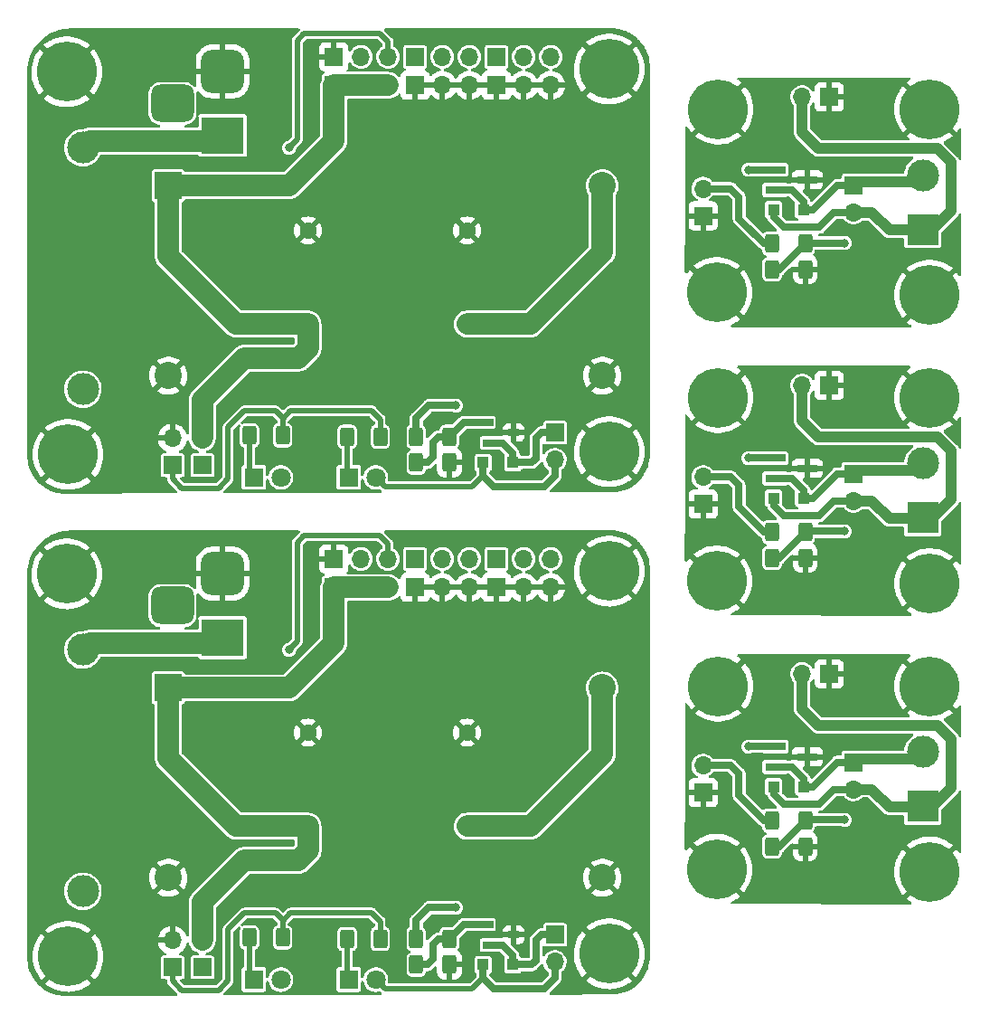
<source format=gtl>
%MOIN*%
%OFA0B0*%
%FSLAX46Y46*%
%IPPOS*%
%LPD*%
%AMRoundRect*
4,1,4,
0.07874015748031496,0.11811023622047245,
0.15748031496062992,0.19685039370078741,
0.23622047244094491,0.27559055118110237,
0.31496062992125984,0.35433070866141736,
0.07874015748031496,0.11811023622047245,
0*
1,1,$1,$2,$3*
1,1,$1,$2,$3*
1,1,$1,$2,$3*
1,1,$1,$2,$3*
20,1,$1,$2,$3,$4,$5,0*
20,1,$1,$2,$3,$4,$5,0*
20,1,$1,$2,$3,$4,$5,0*
20,1,$1,$2,$3,$4,$5,0*%
%AMCOMP151*
4,1,3,
0.015748031496062995,0.024606299212598427,
-0.015748031496062995,0.024606299212598427,
-0.015748031496062995,-0.024606299212598427,
0.015748031496062995,-0.024606299212598427,
0*
4,1,19,
0.015748031496062995,0.034448818897637797,
0.018789537346210115,0.033967091695818442,
0.02153331941232749,0.032569064905265233,
0.0237107971887298,0.030391587128862928,
0.025108823979283011,0.027647805062745546,
0.025590551181102365,0.024606299212598427,
0.025108823979283011,0.021564793362451307,
0.0237107971887298,0.018821011296333928,
0.021533319412327497,0.016643533519931621,
0.018789537346210115,0.015245506729378409,
0.015748031496062995,0.014763779527559057,
0.012706525645915871,0.015245506729378409,
0.009962743579798497,0.016643533519931621,
0.0077852658033961885,0.018821011296333925,
0.0063872390128429787,0.021564793362451307,
0.0059055118110236228,0.024606299212598427,
0.006387239012842977,0.027647805062745546,
0.0077852658033961868,0.030391587128862925,
0.0099627435797984918,0.032569064905265233,
0.012706525645915871,0.033967091695818442,
0*
4,1,19,
-0.015748031496062995,0.034448818897637797,
-0.012706525645915873,0.033967091695818442,
-0.0099627435797984935,0.032569064905265233,
-0.0077852658033961877,0.030391587128862928,
-0.0063872390128429787,0.027647805062745546,
-0.0059055118110236228,0.024606299212598427,
-0.006387239012842977,0.021564793362451307,
-0.0077852658033961877,0.018821011296333928,
-0.0099627435797984918,0.016643533519931621,
-0.012706525645915873,0.015245506729378409,
-0.015748031496062992,0.014763779527559057,
-0.018789537346210118,0.015245506729378409,
-0.02153331941232749,0.016643533519931621,
-0.0237107971887298,0.018821011296333925,
-0.025108823979283011,0.021564793362451307,
-0.025590551181102365,0.024606299212598427,
-0.025108823979283011,0.027647805062745546,
-0.0237107971887298,0.030391587128862925,
-0.021533319412327497,0.032569064905265233,
-0.018789537346210118,0.033967091695818442,
0*
4,1,19,
-0.015748031496062995,-0.014763779527559057,
-0.012706525645915873,-0.015245506729378409,
-0.0099627435797984935,-0.016643533519931621,
-0.0077852658033961877,-0.018821011296333928,
-0.0063872390128429787,-0.021564793362451307,
-0.0059055118110236228,-0.024606299212598427,
-0.006387239012842977,-0.027647805062745546,
-0.0077852658033961877,-0.030391587128862925,
-0.0099627435797984918,-0.032569064905265233,
-0.012706525645915873,-0.033967091695818442,
-0.015748031496062992,-0.034448818897637797,
-0.018789537346210118,-0.033967091695818442,
-0.02153331941232749,-0.032569064905265233,
-0.0237107971887298,-0.030391587128862928,
-0.025108823979283011,-0.027647805062745546,
-0.025590551181102365,-0.024606299212598427,
-0.025108823979283011,-0.021564793362451307,
-0.0237107971887298,-0.018821011296333928,
-0.021533319412327497,-0.016643533519931621,
-0.018789537346210118,-0.015245506729378409,
0*
4,1,19,
0.015748031496062995,-0.014763779527559057,
0.018789537346210115,-0.015245506729378409,
0.02153331941232749,-0.016643533519931621,
0.0237107971887298,-0.018821011296333928,
0.025108823979283011,-0.021564793362451307,
0.025590551181102365,-0.024606299212598427,
0.025108823979283011,-0.027647805062745546,
0.0237107971887298,-0.030391587128862925,
0.021533319412327497,-0.032569064905265233,
0.018789537346210115,-0.033967091695818442,
0.015748031496062995,-0.034448818897637797,
0.012706525645915871,-0.033967091695818442,
0.009962743579798497,-0.032569064905265233,
0.0077852658033961885,-0.030391587128862928,
0.0063872390128429787,-0.027647805062745546,
0.0059055118110236228,-0.024606299212598427,
0.006387239012842977,-0.021564793362451307,
0.0077852658033961868,-0.018821011296333928,
0.0099627435797984918,-0.016643533519931621,
0.012706525645915871,-0.015245506729378409,
0*
4,1,3,
0.015748031496062995,0.034448818897637797,
0.015748031496062995,0.014763779527559057,
-0.015748031496062995,0.014763779527559057,
-0.015748031496062995,0.034448818897637797,
0*
4,1,3,
-0.025590551181102365,0.024606299212598427,
-0.0059055118110236228,0.024606299212598427,
-0.0059055118110236228,-0.024606299212598427,
-0.025590551181102365,-0.024606299212598427,
0*
4,1,3,
-0.015748031496062995,-0.034448818897637797,
-0.015748031496062995,-0.014763779527559057,
0.015748031496062995,-0.014763779527559057,
0.015748031496062995,-0.034448818897637797,
0*
4,1,3,
0.025590551181102365,-0.024606299212598427,
0.0059055118110236228,-0.024606299212598427,
0.0059055118110236228,0.024606299212598427,
0.025590551181102365,0.024606299212598427,
0*%
%AMCOMP152*
4,1,3,
-0.015748031496062995,-0.024606299212598427,
0.015748031496062995,-0.024606299212598427,
0.015748031496062995,0.024606299212598427,
-0.015748031496062995,0.024606299212598427,
0*
4,1,19,
-0.015748031496062995,-0.014763779527559057,
-0.012706525645915873,-0.015245506729378409,
-0.0099627435797984935,-0.016643533519931621,
-0.0077852658033961877,-0.018821011296333928,
-0.0063872390128429787,-0.021564793362451307,
-0.0059055118110236228,-0.024606299212598427,
-0.006387239012842977,-0.027647805062745546,
-0.0077852658033961877,-0.030391587128862925,
-0.0099627435797984918,-0.032569064905265233,
-0.012706525645915873,-0.033967091695818442,
-0.015748031496062992,-0.034448818897637797,
-0.018789537346210118,-0.033967091695818442,
-0.02153331941232749,-0.032569064905265233,
-0.0237107971887298,-0.030391587128862928,
-0.025108823979283011,-0.027647805062745546,
-0.025590551181102365,-0.024606299212598427,
-0.025108823979283011,-0.021564793362451307,
-0.0237107971887298,-0.018821011296333928,
-0.021533319412327497,-0.016643533519931621,
-0.018789537346210118,-0.015245506729378409,
0*
4,1,19,
0.015748031496062995,-0.014763779527559057,
0.018789537346210115,-0.015245506729378409,
0.02153331941232749,-0.016643533519931621,
0.0237107971887298,-0.018821011296333928,
0.025108823979283011,-0.021564793362451307,
0.025590551181102365,-0.024606299212598427,
0.025108823979283011,-0.027647805062745546,
0.0237107971887298,-0.030391587128862925,
0.021533319412327497,-0.032569064905265233,
0.018789537346210115,-0.033967091695818442,
0.015748031496062995,-0.034448818897637797,
0.012706525645915871,-0.033967091695818442,
0.009962743579798497,-0.032569064905265233,
0.0077852658033961885,-0.030391587128862928,
0.0063872390128429787,-0.027647805062745546,
0.0059055118110236228,-0.024606299212598427,
0.006387239012842977,-0.021564793362451307,
0.0077852658033961868,-0.018821011296333928,
0.0099627435797984918,-0.016643533519931621,
0.012706525645915871,-0.015245506729378409,
0*
4,1,19,
0.015748031496062995,0.034448818897637797,
0.018789537346210115,0.033967091695818442,
0.02153331941232749,0.032569064905265233,
0.0237107971887298,0.030391587128862928,
0.025108823979283011,0.027647805062745546,
0.025590551181102365,0.024606299212598427,
0.025108823979283011,0.021564793362451307,
0.0237107971887298,0.018821011296333928,
0.021533319412327497,0.016643533519931621,
0.018789537346210115,0.015245506729378409,
0.015748031496062995,0.014763779527559057,
0.012706525645915871,0.015245506729378409,
0.009962743579798497,0.016643533519931621,
0.0077852658033961885,0.018821011296333925,
0.0063872390128429787,0.021564793362451307,
0.0059055118110236228,0.024606299212598427,
0.006387239012842977,0.027647805062745546,
0.0077852658033961868,0.030391587128862925,
0.0099627435797984918,0.032569064905265233,
0.012706525645915871,0.033967091695818442,
0*
4,1,19,
-0.015748031496062995,0.034448818897637797,
-0.012706525645915873,0.033967091695818442,
-0.0099627435797984935,0.032569064905265233,
-0.0077852658033961877,0.030391587128862928,
-0.0063872390128429787,0.027647805062745546,
-0.0059055118110236228,0.024606299212598427,
-0.006387239012842977,0.021564793362451307,
-0.0077852658033961877,0.018821011296333928,
-0.0099627435797984918,0.016643533519931621,
-0.012706525645915873,0.015245506729378409,
-0.015748031496062992,0.014763779527559057,
-0.018789537346210118,0.015245506729378409,
-0.02153331941232749,0.016643533519931621,
-0.0237107971887298,0.018821011296333925,
-0.025108823979283011,0.021564793362451307,
-0.025590551181102365,0.024606299212598427,
-0.025108823979283011,0.027647805062745546,
-0.0237107971887298,0.030391587128862925,
-0.021533319412327497,0.032569064905265233,
-0.018789537346210118,0.033967091695818442,
0*
4,1,3,
-0.015748031496062995,-0.034448818897637797,
-0.015748031496062995,-0.014763779527559057,
0.015748031496062995,-0.014763779527559057,
0.015748031496062995,-0.034448818897637797,
0*
4,1,3,
0.025590551181102365,-0.024606299212598427,
0.0059055118110236228,-0.024606299212598427,
0.0059055118110236228,0.024606299212598427,
0.025590551181102365,0.024606299212598427,
0*
4,1,3,
0.015748031496062995,0.034448818897637797,
0.015748031496062995,0.014763779527559057,
-0.015748031496062995,0.014763779527559057,
-0.015748031496062995,0.034448818897637797,
0*
4,1,3,
-0.025590551181102365,0.024606299212598427,
-0.0059055118110236228,0.024606299212598427,
-0.0059055118110236228,-0.024606299212598427,
-0.025590551181102365,-0.024606299212598427,
0*%
%AMCOMP153*
4,1,3,
-0.03937007874015748,0.03937007874015748,
-0.03937007874015748,-0.03937007874015748,
0.03937007874015748,-0.03937007874015748,
0.03937007874015748,0.03937007874015748,
0*
4,1,19,
-0.03937007874015748,0.07874015748031496,
-0.027204055339569,0.076813248673037543,
-0.016228927075099483,0.0712211415108247,
-0.0075190159694902585,0.062511230405215487,
-0.0019269088072774202,0.051536102140745964,
0,0.03937007874015748,
-0.0019269088072774157,0.027204055339569003,
-0.0075190159694902585,0.01622892707509949,
-0.016228927075099479,0.0075190159694902628,
-0.027204055339569,0.0019269088072774202,
-0.03937007874015748,0,
-0.051536102140745978,0.0019269088072774202,
-0.062511230405215473,0.0075190159694902541,
-0.0712211415108247,0.016228927075099479,
-0.076813248673037543,0.027204055339568996,
-0.07874015748031496,0.039370078740157473,
-0.076813248673037543,0.051536102140745957,
-0.0712211415108247,0.062511230405215473,
-0.062511230405215487,0.0712211415108247,
-0.051536102140745978,0.076813248673037543,
0*
4,1,19,
-0.03937007874015748,0,
-0.027204055339569,-0.0019269088072774202,
-0.016228927075099483,-0.0075190159694902585,
-0.0075190159694902585,-0.016228927075099483,
-0.0019269088072774202,-0.027204055339569,
0,-0.03937007874015748,
-0.0019269088072774157,-0.051536102140745964,
-0.0075190159694902585,-0.062511230405215473,
-0.016228927075099479,-0.0712211415108247,
-0.027204055339569,-0.076813248673037543,
-0.03937007874015748,-0.07874015748031496,
-0.051536102140745978,-0.076813248673037543,
-0.062511230405215473,-0.0712211415108247,
-0.0712211415108247,-0.062511230405215487,
-0.076813248673037543,-0.051536102140745964,
-0.07874015748031496,-0.039370078740157494,
-0.076813248673037543,-0.02720405533956901,
-0.0712211415108247,-0.016228927075099493,
-0.062511230405215487,-0.0075190159694902628,
-0.051536102140745978,-0.0019269088072774202,
0*
4,1,19,
0.03937007874015748,0,
0.051536102140745964,-0.0019269088072774202,
0.062511230405215487,-0.0075190159694902585,
0.0712211415108247,-0.016228927075099483,
0.076813248673037543,-0.027204055339569,
0.07874015748031496,-0.03937007874015748,
0.076813248673037543,-0.051536102140745964,
0.0712211415108247,-0.062511230405215473,
0.062511230405215487,-0.0712211415108247,
0.051536102140745964,-0.076813248673037543,
0.039370078740157494,-0.07874015748031496,
0.027204055339568992,-0.076813248673037543,
0.01622892707509949,-0.0712211415108247,
0.0075190159694902628,-0.062511230405215487,
0.0019269088072774202,-0.051536102140745964,
0,-0.039370078740157494,
0.0019269088072774157,-0.02720405533956901,
0.0075190159694902541,-0.016228927075099493,
0.016228927075099476,-0.0075190159694902628,
0.027204055339568992,-0.0019269088072774202,
0*
4,1,19,
0.03937007874015748,0.07874015748031496,
0.051536102140745964,0.076813248673037543,
0.062511230405215487,0.0712211415108247,
0.0712211415108247,0.062511230405215487,
0.076813248673037543,0.051536102140745964,
0.07874015748031496,0.03937007874015748,
0.076813248673037543,0.027204055339569003,
0.0712211415108247,0.01622892707509949,
0.062511230405215487,0.0075190159694902628,
0.051536102140745964,0.0019269088072774202,
0.039370078740157494,0,
0.027204055339568992,0.0019269088072774202,
0.01622892707509949,0.0075190159694902541,
0.0075190159694902628,0.016228927075099479,
0.0019269088072774202,0.027204055339568996,
0,0.039370078740157473,
0.0019269088072774157,0.051536102140745957,
0.0075190159694902541,0.062511230405215473,
0.016228927075099476,0.0712211415108247,
0.027204055339568992,0.076813248673037543,
0*
4,1,3,
-0.07874015748031496,0.03937007874015748,
0,0.03937007874015748,
0,-0.03937007874015748,
-0.07874015748031496,-0.03937007874015748,
0*
4,1,3,
-0.03937007874015748,-0.07874015748031496,
-0.03937007874015748,0,
0.03937007874015748,0,
0.03937007874015748,-0.07874015748031496,
0*
4,1,3,
0.07874015748031496,-0.03937007874015748,
0,-0.03937007874015748,
0,0.03937007874015748,
0.07874015748031496,0.03937007874015748,
0*
4,1,3,
0.03937007874015748,0.07874015748031496,
0.03937007874015748,0,
-0.03937007874015748,0,
-0.03937007874015748,0.07874015748031496,
0*%
%AMCOMP154*
4,1,3,
-0.04429133858267717,0.034448818897637797,
-0.04429133858267717,-0.034448818897637797,
0.04429133858267717,-0.034448818897637797,
0.04429133858267717,0.034448818897637797,
0*
4,1,19,
-0.04429133858267717,0.068897637795275593,
-0.033646068107162252,0.067211592588907854,
-0.02404283087575142,0.062318498821971623,
-0.016421658658343347,0.054697326604563543,
-0.011528564891407115,0.045094089373152721,
-0.00984251968503937,0.034448818897637797,
-0.011528564891407109,0.023803548422122879,
-0.016421658658343347,0.014200311190712054,
-0.024042830875751417,0.00657913897330398,
-0.033646068107162239,0.0016860452063677432,
-0.04429133858267717,0,
-0.054936609058192094,0.0016860452063677432,
-0.064539846289602909,0.0065791389733039713,
-0.072161018507010982,0.014200311190712045,
-0.07705411227394722,0.023803548422122869,
-0.07874015748031496,0.03444881889763779,
-0.07705411227394722,0.045094089373152707,
-0.072161018507011,0.054697326604563536,
-0.064539846289602923,0.062318498821971616,
-0.054936609058192094,0.067211592588907854,
0*
4,1,19,
-0.04429133858267717,0,
-0.033646068107162252,-0.0016860452063677432,
-0.02404283087575142,-0.0065791389733039756,
-0.016421658658343347,-0.014200311190712049,
-0.011528564891407115,-0.023803548422122876,
-0.00984251968503937,-0.034448818897637797,
-0.011528564891407109,-0.045094089373152714,
-0.016421658658343347,-0.054697326604563536,
-0.024042830875751417,-0.062318498821971616,
-0.033646068107162239,-0.067211592588907854,
-0.04429133858267717,-0.068897637795275593,
-0.054936609058192094,-0.067211592588907854,
-0.064539846289602909,-0.062318498821971623,
-0.072161018507010982,-0.054697326604563556,
-0.07705411227394722,-0.045094089373152721,
-0.07874015748031496,-0.0344488188976378,
-0.07705411227394722,-0.023803548422122883,
-0.072161018507011,-0.014200311190712057,
-0.064539846289602923,-0.00657913897330398,
-0.054936609058192094,-0.0016860452063677432,
0*
4,1,19,
0.04429133858267717,0,
0.054936609058192087,-0.0016860452063677432,
0.064539846289602909,-0.0065791389733039756,
0.072161018507011,-0.014200311190712049,
0.07705411227394722,-0.023803548422122876,
0.07874015748031496,-0.034448818897637797,
0.07705411227394722,-0.045094089373152714,
0.072161018507011,-0.054697326604563536,
0.064539846289602923,-0.062318498821971616,
0.054936609058192094,-0.067211592588907854,
0.04429133858267717,-0.068897637795275593,
0.033646068107162239,-0.067211592588907854,
0.024042830875751424,-0.062318498821971623,
0.016421658658343351,-0.054697326604563556,
0.011528564891407115,-0.045094089373152721,
0.00984251968503937,-0.0344488188976378,
0.011528564891407109,-0.023803548422122883,
0.016421658658343344,-0.014200311190712057,
0.02404283087575141,-0.00657913897330398,
0.033646068107162239,-0.0016860452063677432,
0*
4,1,19,
0.04429133858267717,0.068897637795275593,
0.054936609058192087,0.067211592588907854,
0.064539846289602909,0.062318498821971623,
0.072161018507011,0.054697326604563543,
0.07705411227394722,0.045094089373152721,
0.07874015748031496,0.034448818897637797,
0.07705411227394722,0.023803548422122879,
0.072161018507011,0.014200311190712054,
0.064539846289602923,0.00657913897330398,
0.054936609058192094,0.0016860452063677432,
0.04429133858267717,0,
0.033646068107162239,0.0016860452063677432,
0.024042830875751424,0.0065791389733039713,
0.016421658658343351,0.014200311190712045,
0.011528564891407115,0.023803548422122869,
0.00984251968503937,0.03444881889763779,
0.011528564891407109,0.045094089373152707,
0.016421658658343344,0.054697326604563536,
0.02404283087575141,0.062318498821971616,
0.033646068107162239,0.067211592588907854,
0*
4,1,3,
-0.07874015748031496,0.034448818897637797,
-0.00984251968503937,0.034448818897637797,
-0.00984251968503937,-0.034448818897637797,
-0.07874015748031496,-0.034448818897637797,
0*
4,1,3,
-0.04429133858267717,-0.068897637795275593,
-0.04429133858267717,0,
0.04429133858267717,0,
0.04429133858267717,-0.068897637795275593,
0*
4,1,3,
0.07874015748031496,-0.034448818897637797,
0.00984251968503937,-0.034448818897637797,
0.00984251968503937,0.034448818897637797,
0.07874015748031496,0.034448818897637797,
0*
4,1,3,
0.04429133858267717,0.068897637795275593,
0.04429133858267717,0,
-0.04429133858267717,0,
-0.04429133858267717,0.068897637795275593,
0*%
%AMRoundRect0*
4,1,4,
0.07874015748031496,0.11811023622047245,
0.15748031496062992,0.19685039370078741,
0.23622047244094491,0.27559055118110237,
0.31496062992125984,0.35433070866141736,
0.07874015748031496,0.11811023622047245,
0*
1,1,$1,$2,$3*
1,1,$1,$2,$3*
1,1,$1,$2,$3*
1,1,$1,$2,$3*
20,1,$1,$2,$3,$4,$5,0*
20,1,$1,$2,$3,$4,$5,0*
20,1,$1,$2,$3,$4,$5,0*
20,1,$1,$2,$3,$4,$5,0*%
%AMCOMP1670*
4,1,3,
0.015748031496062995,0.024606299212598427,
-0.015748031496062995,0.024606299212598427,
-0.015748031496062995,-0.024606299212598427,
0.015748031496062995,-0.024606299212598427,
0*
4,1,19,
0.015748031496062995,0.034448818897637797,
0.018789537346210115,0.033967091695818442,
0.02153331941232749,0.032569064905265233,
0.0237107971887298,0.030391587128862928,
0.025108823979283011,0.027647805062745546,
0.025590551181102365,0.024606299212598427,
0.025108823979283011,0.021564793362451307,
0.0237107971887298,0.018821011296333928,
0.021533319412327497,0.016643533519931621,
0.018789537346210115,0.015245506729378409,
0.015748031496062995,0.014763779527559057,
0.012706525645915871,0.015245506729378409,
0.009962743579798497,0.016643533519931621,
0.0077852658033961885,0.018821011296333925,
0.0063872390128429787,0.021564793362451307,
0.0059055118110236228,0.024606299212598427,
0.006387239012842977,0.027647805062745546,
0.0077852658033961868,0.030391587128862925,
0.0099627435797984918,0.032569064905265233,
0.012706525645915871,0.033967091695818442,
0*
4,1,19,
-0.015748031496062995,0.034448818897637797,
-0.012706525645915873,0.033967091695818442,
-0.0099627435797984935,0.032569064905265233,
-0.0077852658033961877,0.030391587128862928,
-0.0063872390128429787,0.027647805062745546,
-0.0059055118110236228,0.024606299212598427,
-0.006387239012842977,0.021564793362451307,
-0.0077852658033961877,0.018821011296333928,
-0.0099627435797984918,0.016643533519931621,
-0.012706525645915873,0.015245506729378409,
-0.015748031496062992,0.014763779527559057,
-0.018789537346210118,0.015245506729378409,
-0.02153331941232749,0.016643533519931621,
-0.0237107971887298,0.018821011296333925,
-0.025108823979283011,0.021564793362451307,
-0.025590551181102365,0.024606299212598427,
-0.025108823979283011,0.027647805062745546,
-0.0237107971887298,0.030391587128862925,
-0.021533319412327497,0.032569064905265233,
-0.018789537346210118,0.033967091695818442,
0*
4,1,19,
-0.015748031496062995,-0.014763779527559057,
-0.012706525645915873,-0.015245506729378409,
-0.0099627435797984935,-0.016643533519931621,
-0.0077852658033961877,-0.018821011296333928,
-0.0063872390128429787,-0.021564793362451307,
-0.0059055118110236228,-0.024606299212598427,
-0.006387239012842977,-0.027647805062745546,
-0.0077852658033961877,-0.030391587128862925,
-0.0099627435797984918,-0.032569064905265233,
-0.012706525645915873,-0.033967091695818442,
-0.015748031496062992,-0.034448818897637797,
-0.018789537346210118,-0.033967091695818442,
-0.02153331941232749,-0.032569064905265233,
-0.0237107971887298,-0.030391587128862928,
-0.025108823979283011,-0.027647805062745546,
-0.025590551181102365,-0.024606299212598427,
-0.025108823979283011,-0.021564793362451307,
-0.0237107971887298,-0.018821011296333928,
-0.021533319412327497,-0.016643533519931621,
-0.018789537346210118,-0.015245506729378409,
0*
4,1,19,
0.015748031496062995,-0.014763779527559057,
0.018789537346210115,-0.015245506729378409,
0.02153331941232749,-0.016643533519931621,
0.0237107971887298,-0.018821011296333928,
0.025108823979283011,-0.021564793362451307,
0.025590551181102365,-0.024606299212598427,
0.025108823979283011,-0.027647805062745546,
0.0237107971887298,-0.030391587128862925,
0.021533319412327497,-0.032569064905265233,
0.018789537346210115,-0.033967091695818442,
0.015748031496062995,-0.034448818897637797,
0.012706525645915871,-0.033967091695818442,
0.009962743579798497,-0.032569064905265233,
0.0077852658033961885,-0.030391587128862928,
0.0063872390128429787,-0.027647805062745546,
0.0059055118110236228,-0.024606299212598427,
0.006387239012842977,-0.021564793362451307,
0.0077852658033961868,-0.018821011296333928,
0.0099627435797984918,-0.016643533519931621,
0.012706525645915871,-0.015245506729378409,
0*
4,1,3,
0.015748031496062995,0.034448818897637797,
0.015748031496062995,0.014763779527559057,
-0.015748031496062995,0.014763779527559057,
-0.015748031496062995,0.034448818897637797,
0*
4,1,3,
-0.025590551181102365,0.024606299212598427,
-0.0059055118110236228,0.024606299212598427,
-0.0059055118110236228,-0.024606299212598427,
-0.025590551181102365,-0.024606299212598427,
0*
4,1,3,
-0.015748031496062995,-0.034448818897637797,
-0.015748031496062995,-0.014763779527559057,
0.015748031496062995,-0.014763779527559057,
0.015748031496062995,-0.034448818897637797,
0*
4,1,3,
0.025590551181102365,-0.024606299212598427,
0.0059055118110236228,-0.024606299212598427,
0.0059055118110236228,0.024606299212598427,
0.025590551181102365,0.024606299212598427,
0*%
%AMCOMP1680*
4,1,3,
-0.015748031496062995,-0.024606299212598427,
0.015748031496062995,-0.024606299212598427,
0.015748031496062995,0.024606299212598427,
-0.015748031496062995,0.024606299212598427,
0*
4,1,19,
-0.015748031496062995,-0.014763779527559057,
-0.012706525645915873,-0.015245506729378409,
-0.0099627435797984935,-0.016643533519931621,
-0.0077852658033961877,-0.018821011296333928,
-0.0063872390128429787,-0.021564793362451307,
-0.0059055118110236228,-0.024606299212598427,
-0.006387239012842977,-0.027647805062745546,
-0.0077852658033961877,-0.030391587128862925,
-0.0099627435797984918,-0.032569064905265233,
-0.012706525645915873,-0.033967091695818442,
-0.015748031496062992,-0.034448818897637797,
-0.018789537346210118,-0.033967091695818442,
-0.02153331941232749,-0.032569064905265233,
-0.0237107971887298,-0.030391587128862928,
-0.025108823979283011,-0.027647805062745546,
-0.025590551181102365,-0.024606299212598427,
-0.025108823979283011,-0.021564793362451307,
-0.0237107971887298,-0.018821011296333928,
-0.021533319412327497,-0.016643533519931621,
-0.018789537346210118,-0.015245506729378409,
0*
4,1,19,
0.015748031496062995,-0.014763779527559057,
0.018789537346210115,-0.015245506729378409,
0.02153331941232749,-0.016643533519931621,
0.0237107971887298,-0.018821011296333928,
0.025108823979283011,-0.021564793362451307,
0.025590551181102365,-0.024606299212598427,
0.025108823979283011,-0.027647805062745546,
0.0237107971887298,-0.030391587128862925,
0.021533319412327497,-0.032569064905265233,
0.018789537346210115,-0.033967091695818442,
0.015748031496062995,-0.034448818897637797,
0.012706525645915871,-0.033967091695818442,
0.009962743579798497,-0.032569064905265233,
0.0077852658033961885,-0.030391587128862928,
0.0063872390128429787,-0.027647805062745546,
0.0059055118110236228,-0.024606299212598427,
0.006387239012842977,-0.021564793362451307,
0.0077852658033961868,-0.018821011296333928,
0.0099627435797984918,-0.016643533519931621,
0.012706525645915871,-0.015245506729378409,
0*
4,1,19,
0.015748031496062995,0.034448818897637797,
0.018789537346210115,0.033967091695818442,
0.02153331941232749,0.032569064905265233,
0.0237107971887298,0.030391587128862928,
0.025108823979283011,0.027647805062745546,
0.025590551181102365,0.024606299212598427,
0.025108823979283011,0.021564793362451307,
0.0237107971887298,0.018821011296333928,
0.021533319412327497,0.016643533519931621,
0.018789537346210115,0.015245506729378409,
0.015748031496062995,0.014763779527559057,
0.012706525645915871,0.015245506729378409,
0.009962743579798497,0.016643533519931621,
0.0077852658033961885,0.018821011296333925,
0.0063872390128429787,0.021564793362451307,
0.0059055118110236228,0.024606299212598427,
0.006387239012842977,0.027647805062745546,
0.0077852658033961868,0.030391587128862925,
0.0099627435797984918,0.032569064905265233,
0.012706525645915871,0.033967091695818442,
0*
4,1,19,
-0.015748031496062995,0.034448818897637797,
-0.012706525645915873,0.033967091695818442,
-0.0099627435797984935,0.032569064905265233,
-0.0077852658033961877,0.030391587128862928,
-0.0063872390128429787,0.027647805062745546,
-0.0059055118110236228,0.024606299212598427,
-0.006387239012842977,0.021564793362451307,
-0.0077852658033961877,0.018821011296333928,
-0.0099627435797984918,0.016643533519931621,
-0.012706525645915873,0.015245506729378409,
-0.015748031496062992,0.014763779527559057,
-0.018789537346210118,0.015245506729378409,
-0.02153331941232749,0.016643533519931621,
-0.0237107971887298,0.018821011296333925,
-0.025108823979283011,0.021564793362451307,
-0.025590551181102365,0.024606299212598427,
-0.025108823979283011,0.027647805062745546,
-0.0237107971887298,0.030391587128862925,
-0.021533319412327497,0.032569064905265233,
-0.018789537346210118,0.033967091695818442,
0*
4,1,3,
-0.015748031496062995,-0.034448818897637797,
-0.015748031496062995,-0.014763779527559057,
0.015748031496062995,-0.014763779527559057,
0.015748031496062995,-0.034448818897637797,
0*
4,1,3,
0.025590551181102365,-0.024606299212598427,
0.0059055118110236228,-0.024606299212598427,
0.0059055118110236228,0.024606299212598427,
0.025590551181102365,0.024606299212598427,
0*
4,1,3,
0.015748031496062995,0.034448818897637797,
0.015748031496062995,0.014763779527559057,
-0.015748031496062995,0.014763779527559057,
-0.015748031496062995,0.034448818897637797,
0*
4,1,3,
-0.025590551181102365,0.024606299212598427,
-0.0059055118110236228,0.024606299212598427,
-0.0059055118110236228,-0.024606299212598427,
-0.025590551181102365,-0.024606299212598427,
0*%
%AMCOMP1690*
4,1,3,
-0.03937007874015748,0.03937007874015748,
-0.03937007874015748,-0.03937007874015748,
0.03937007874015748,-0.03937007874015748,
0.03937007874015748,0.03937007874015748,
0*
4,1,19,
-0.03937007874015748,0.07874015748031496,
-0.027204055339569,0.076813248673037543,
-0.016228927075099483,0.0712211415108247,
-0.0075190159694902585,0.062511230405215487,
-0.0019269088072774202,0.051536102140745964,
0,0.03937007874015748,
-0.0019269088072774157,0.027204055339569003,
-0.0075190159694902585,0.01622892707509949,
-0.016228927075099479,0.0075190159694902628,
-0.027204055339569,0.0019269088072774202,
-0.03937007874015748,0,
-0.051536102140745978,0.0019269088072774202,
-0.062511230405215473,0.0075190159694902541,
-0.0712211415108247,0.016228927075099479,
-0.076813248673037543,0.027204055339568996,
-0.07874015748031496,0.039370078740157473,
-0.076813248673037543,0.051536102140745957,
-0.0712211415108247,0.062511230405215473,
-0.062511230405215487,0.0712211415108247,
-0.051536102140745978,0.076813248673037543,
0*
4,1,19,
-0.03937007874015748,0,
-0.027204055339569,-0.0019269088072774202,
-0.016228927075099483,-0.0075190159694902585,
-0.0075190159694902585,-0.016228927075099483,
-0.0019269088072774202,-0.027204055339569,
0,-0.03937007874015748,
-0.0019269088072774157,-0.051536102140745964,
-0.0075190159694902585,-0.062511230405215473,
-0.016228927075099479,-0.0712211415108247,
-0.027204055339569,-0.076813248673037543,
-0.03937007874015748,-0.07874015748031496,
-0.051536102140745978,-0.076813248673037543,
-0.062511230405215473,-0.0712211415108247,
-0.0712211415108247,-0.062511230405215487,
-0.076813248673037543,-0.051536102140745964,
-0.07874015748031496,-0.039370078740157494,
-0.076813248673037543,-0.02720405533956901,
-0.0712211415108247,-0.016228927075099493,
-0.062511230405215487,-0.0075190159694902628,
-0.051536102140745978,-0.0019269088072774202,
0*
4,1,19,
0.03937007874015748,0,
0.051536102140745964,-0.0019269088072774202,
0.062511230405215487,-0.0075190159694902585,
0.0712211415108247,-0.016228927075099483,
0.076813248673037543,-0.027204055339569,
0.07874015748031496,-0.03937007874015748,
0.076813248673037543,-0.051536102140745964,
0.0712211415108247,-0.062511230405215473,
0.062511230405215487,-0.0712211415108247,
0.051536102140745964,-0.076813248673037543,
0.039370078740157494,-0.07874015748031496,
0.027204055339568992,-0.076813248673037543,
0.01622892707509949,-0.0712211415108247,
0.0075190159694902628,-0.062511230405215487,
0.0019269088072774202,-0.051536102140745964,
0,-0.039370078740157494,
0.0019269088072774157,-0.02720405533956901,
0.0075190159694902541,-0.016228927075099493,
0.016228927075099476,-0.0075190159694902628,
0.027204055339568992,-0.0019269088072774202,
0*
4,1,19,
0.03937007874015748,0.07874015748031496,
0.051536102140745964,0.076813248673037543,
0.062511230405215487,0.0712211415108247,
0.0712211415108247,0.062511230405215487,
0.076813248673037543,0.051536102140745964,
0.07874015748031496,0.03937007874015748,
0.076813248673037543,0.027204055339569003,
0.0712211415108247,0.01622892707509949,
0.062511230405215487,0.0075190159694902628,
0.051536102140745964,0.0019269088072774202,
0.039370078740157494,0,
0.027204055339568992,0.0019269088072774202,
0.01622892707509949,0.0075190159694902541,
0.0075190159694902628,0.016228927075099479,
0.0019269088072774202,0.027204055339568996,
0,0.039370078740157473,
0.0019269088072774157,0.051536102140745957,
0.0075190159694902541,0.062511230405215473,
0.016228927075099476,0.0712211415108247,
0.027204055339568992,0.076813248673037543,
0*
4,1,3,
-0.07874015748031496,0.03937007874015748,
0,0.03937007874015748,
0,-0.03937007874015748,
-0.07874015748031496,-0.03937007874015748,
0*
4,1,3,
-0.03937007874015748,-0.07874015748031496,
-0.03937007874015748,0,
0.03937007874015748,0,
0.03937007874015748,-0.07874015748031496,
0*
4,1,3,
0.07874015748031496,-0.03937007874015748,
0,-0.03937007874015748,
0,0.03937007874015748,
0.07874015748031496,0.03937007874015748,
0*
4,1,3,
0.03937007874015748,0.07874015748031496,
0.03937007874015748,0,
-0.03937007874015748,0,
-0.03937007874015748,0.07874015748031496,
0*%
%AMCOMP1700*
4,1,3,
-0.04429133858267717,0.034448818897637797,
-0.04429133858267717,-0.034448818897637797,
0.04429133858267717,-0.034448818897637797,
0.04429133858267717,0.034448818897637797,
0*
4,1,19,
-0.04429133858267717,0.068897637795275593,
-0.033646068107162252,0.067211592588907854,
-0.02404283087575142,0.062318498821971623,
-0.016421658658343347,0.054697326604563543,
-0.011528564891407115,0.045094089373152721,
-0.00984251968503937,0.034448818897637797,
-0.011528564891407109,0.023803548422122879,
-0.016421658658343347,0.014200311190712054,
-0.024042830875751417,0.00657913897330398,
-0.033646068107162239,0.0016860452063677432,
-0.04429133858267717,0,
-0.054936609058192094,0.0016860452063677432,
-0.064539846289602909,0.0065791389733039713,
-0.072161018507010982,0.014200311190712045,
-0.07705411227394722,0.023803548422122869,
-0.07874015748031496,0.03444881889763779,
-0.07705411227394722,0.045094089373152707,
-0.072161018507011,0.054697326604563536,
-0.064539846289602923,0.062318498821971616,
-0.054936609058192094,0.067211592588907854,
0*
4,1,19,
-0.04429133858267717,0,
-0.033646068107162252,-0.0016860452063677432,
-0.02404283087575142,-0.0065791389733039756,
-0.016421658658343347,-0.014200311190712049,
-0.011528564891407115,-0.023803548422122876,
-0.00984251968503937,-0.034448818897637797,
-0.011528564891407109,-0.045094089373152714,
-0.016421658658343347,-0.054697326604563536,
-0.024042830875751417,-0.062318498821971616,
-0.033646068107162239,-0.067211592588907854,
-0.04429133858267717,-0.068897637795275593,
-0.054936609058192094,-0.067211592588907854,
-0.064539846289602909,-0.062318498821971623,
-0.072161018507010982,-0.054697326604563556,
-0.07705411227394722,-0.045094089373152721,
-0.07874015748031496,-0.0344488188976378,
-0.07705411227394722,-0.023803548422122883,
-0.072161018507011,-0.014200311190712057,
-0.064539846289602923,-0.00657913897330398,
-0.054936609058192094,-0.0016860452063677432,
0*
4,1,19,
0.04429133858267717,0,
0.054936609058192087,-0.0016860452063677432,
0.064539846289602909,-0.0065791389733039756,
0.072161018507011,-0.014200311190712049,
0.07705411227394722,-0.023803548422122876,
0.07874015748031496,-0.034448818897637797,
0.07705411227394722,-0.045094089373152714,
0.072161018507011,-0.054697326604563536,
0.064539846289602923,-0.062318498821971616,
0.054936609058192094,-0.067211592588907854,
0.04429133858267717,-0.068897637795275593,
0.033646068107162239,-0.067211592588907854,
0.024042830875751424,-0.062318498821971623,
0.016421658658343351,-0.054697326604563556,
0.011528564891407115,-0.045094089373152721,
0.00984251968503937,-0.0344488188976378,
0.011528564891407109,-0.023803548422122883,
0.016421658658343344,-0.014200311190712057,
0.02404283087575141,-0.00657913897330398,
0.033646068107162239,-0.0016860452063677432,
0*
4,1,19,
0.04429133858267717,0.068897637795275593,
0.054936609058192087,0.067211592588907854,
0.064539846289602909,0.062318498821971623,
0.072161018507011,0.054697326604563543,
0.07705411227394722,0.045094089373152721,
0.07874015748031496,0.034448818897637797,
0.07705411227394722,0.023803548422122879,
0.072161018507011,0.014200311190712054,
0.064539846289602923,0.00657913897330398,
0.054936609058192094,0.0016860452063677432,
0.04429133858267717,0,
0.033646068107162239,0.0016860452063677432,
0.024042830875751424,0.0065791389733039713,
0.016421658658343351,0.014200311190712045,
0.011528564891407115,0.023803548422122869,
0.00984251968503937,0.03444881889763779,
0.011528564891407109,0.045094089373152707,
0.016421658658343344,0.054697326604563536,
0.02404283087575141,0.062318498821971616,
0.033646068107162239,0.067211592588907854,
0*
4,1,3,
-0.07874015748031496,0.034448818897637797,
-0.00984251968503937,0.034448818897637797,
-0.00984251968503937,-0.034448818897637797,
-0.07874015748031496,-0.034448818897637797,
0*
4,1,3,
-0.04429133858267717,-0.068897637795275593,
-0.04429133858267717,0,
0.04429133858267717,0,
0.04429133858267717,-0.068897637795275593,
0*
4,1,3,
0.07874015748031496,-0.034448818897637797,
0.00984251968503937,-0.034448818897637797,
0.00984251968503937,0.034448818897637797,
0.07874015748031496,0.034448818897637797,
0*
4,1,3,
0.04429133858267717,0.068897637795275593,
0.04429133858267717,0,
-0.04429133858267717,0,
-0.04429133858267717,0.068897637795275593,
0*%
%AMRoundRect1*
4,1,4,
0.07874015748031496,0.11811023622047245,
0.15748031496062992,0.19685039370078741,
0.23622047244094491,0.27559055118110237,
0.31496062992125984,0.35433070866141736,
0.07874015748031496,0.11811023622047245,
0*
1,1,$1,$2,$3*
1,1,$1,$2,$3*
1,1,$1,$2,$3*
1,1,$1,$2,$3*
20,1,$1,$2,$3,$4,$5,0*
20,1,$1,$2,$3,$4,$5,0*
20,1,$1,$2,$3,$4,$5,0*
20,1,$1,$2,$3,$4,$5,0*%
%AMCOMP1770*
4,1,3,
-0.015748031496062995,-0.024606299212598427,
0.015748031496062995,-0.024606299212598427,
0.015748031496062995,0.024606299212598427,
-0.015748031496062995,0.024606299212598427,
0*
4,1,19,
-0.015748031496062995,-0.014763779527559057,
-0.012706525645915873,-0.015245506729378409,
-0.0099627435797984935,-0.016643533519931621,
-0.0077852658033961877,-0.018821011296333928,
-0.0063872390128429787,-0.021564793362451307,
-0.0059055118110236228,-0.024606299212598427,
-0.006387239012842977,-0.027647805062745546,
-0.0077852658033961877,-0.030391587128862925,
-0.0099627435797984918,-0.032569064905265233,
-0.012706525645915873,-0.033967091695818442,
-0.015748031496062992,-0.034448818897637797,
-0.018789537346210118,-0.033967091695818442,
-0.02153331941232749,-0.032569064905265233,
-0.0237107971887298,-0.030391587128862928,
-0.025108823979283011,-0.027647805062745546,
-0.025590551181102365,-0.024606299212598427,
-0.025108823979283011,-0.021564793362451307,
-0.0237107971887298,-0.018821011296333928,
-0.021533319412327497,-0.016643533519931621,
-0.018789537346210118,-0.015245506729378409,
0*
4,1,19,
0.015748031496062995,-0.014763779527559057,
0.018789537346210115,-0.015245506729378409,
0.02153331941232749,-0.016643533519931621,
0.0237107971887298,-0.018821011296333928,
0.025108823979283011,-0.021564793362451307,
0.025590551181102365,-0.024606299212598427,
0.025108823979283011,-0.027647805062745546,
0.0237107971887298,-0.030391587128862925,
0.021533319412327497,-0.032569064905265233,
0.018789537346210115,-0.033967091695818442,
0.015748031496062995,-0.034448818897637797,
0.012706525645915871,-0.033967091695818442,
0.009962743579798497,-0.032569064905265233,
0.0077852658033961885,-0.030391587128862928,
0.0063872390128429787,-0.027647805062745546,
0.0059055118110236228,-0.024606299212598427,
0.006387239012842977,-0.021564793362451307,
0.0077852658033961868,-0.018821011296333928,
0.0099627435797984918,-0.016643533519931621,
0.012706525645915871,-0.015245506729378409,
0*
4,1,19,
0.015748031496062995,0.034448818897637797,
0.018789537346210115,0.033967091695818442,
0.02153331941232749,0.032569064905265233,
0.0237107971887298,0.030391587128862928,
0.025108823979283011,0.027647805062745546,
0.025590551181102365,0.024606299212598427,
0.025108823979283011,0.021564793362451307,
0.0237107971887298,0.018821011296333928,
0.021533319412327497,0.016643533519931621,
0.018789537346210115,0.015245506729378409,
0.015748031496062995,0.014763779527559057,
0.012706525645915871,0.015245506729378409,
0.009962743579798497,0.016643533519931621,
0.0077852658033961885,0.018821011296333925,
0.0063872390128429787,0.021564793362451307,
0.0059055118110236228,0.024606299212598427,
0.006387239012842977,0.027647805062745546,
0.0077852658033961868,0.030391587128862925,
0.0099627435797984918,0.032569064905265233,
0.012706525645915871,0.033967091695818442,
0*
4,1,19,
-0.015748031496062995,0.034448818897637797,
-0.012706525645915873,0.033967091695818442,
-0.0099627435797984935,0.032569064905265233,
-0.0077852658033961877,0.030391587128862928,
-0.0063872390128429787,0.027647805062745546,
-0.0059055118110236228,0.024606299212598427,
-0.006387239012842977,0.021564793362451307,
-0.0077852658033961877,0.018821011296333928,
-0.0099627435797984918,0.016643533519931621,
-0.012706525645915873,0.015245506729378409,
-0.015748031496062992,0.014763779527559057,
-0.018789537346210118,0.015245506729378409,
-0.02153331941232749,0.016643533519931621,
-0.0237107971887298,0.018821011296333925,
-0.025108823979283011,0.021564793362451307,
-0.025590551181102365,0.024606299212598427,
-0.025108823979283011,0.027647805062745546,
-0.0237107971887298,0.030391587128862925,
-0.021533319412327497,0.032569064905265233,
-0.018789537346210118,0.033967091695818442,
0*
4,1,3,
-0.015748031496062995,-0.034448818897637797,
-0.015748031496062995,-0.014763779527559057,
0.015748031496062995,-0.014763779527559057,
0.015748031496062995,-0.034448818897637797,
0*
4,1,3,
0.025590551181102365,-0.024606299212598427,
0.0059055118110236228,-0.024606299212598427,
0.0059055118110236228,0.024606299212598427,
0.025590551181102365,0.024606299212598427,
0*
4,1,3,
0.015748031496062995,0.034448818897637797,
0.015748031496062995,0.014763779527559057,
-0.015748031496062995,0.014763779527559057,
-0.015748031496062995,0.034448818897637797,
0*
4,1,3,
-0.025590551181102365,0.024606299212598427,
-0.0059055118110236228,0.024606299212598427,
-0.0059055118110236228,-0.024606299212598427,
-0.025590551181102365,-0.024606299212598427,
0*%
%AMCOMP1780*
4,1,3,
0.015748031496062995,0.024606299212598427,
-0.015748031496062995,0.024606299212598427,
-0.015748031496062995,-0.024606299212598427,
0.015748031496062995,-0.024606299212598427,
0*
4,1,19,
0.015748031496062995,0.034448818897637797,
0.018789537346210115,0.033967091695818442,
0.02153331941232749,0.032569064905265233,
0.0237107971887298,0.030391587128862928,
0.025108823979283011,0.027647805062745546,
0.025590551181102365,0.024606299212598427,
0.025108823979283011,0.021564793362451307,
0.0237107971887298,0.018821011296333928,
0.021533319412327497,0.016643533519931621,
0.018789537346210115,0.015245506729378409,
0.015748031496062995,0.014763779527559057,
0.012706525645915871,0.015245506729378409,
0.009962743579798497,0.016643533519931621,
0.0077852658033961885,0.018821011296333925,
0.0063872390128429787,0.021564793362451307,
0.0059055118110236228,0.024606299212598427,
0.006387239012842977,0.027647805062745546,
0.0077852658033961868,0.030391587128862925,
0.0099627435797984918,0.032569064905265233,
0.012706525645915871,0.033967091695818442,
0*
4,1,19,
-0.015748031496062995,0.034448818897637797,
-0.012706525645915873,0.033967091695818442,
-0.0099627435797984935,0.032569064905265233,
-0.0077852658033961877,0.030391587128862928,
-0.0063872390128429787,0.027647805062745546,
-0.0059055118110236228,0.024606299212598427,
-0.006387239012842977,0.021564793362451307,
-0.0077852658033961877,0.018821011296333928,
-0.0099627435797984918,0.016643533519931621,
-0.012706525645915873,0.015245506729378409,
-0.015748031496062992,0.014763779527559057,
-0.018789537346210118,0.015245506729378409,
-0.02153331941232749,0.016643533519931621,
-0.0237107971887298,0.018821011296333925,
-0.025108823979283011,0.021564793362451307,
-0.025590551181102365,0.024606299212598427,
-0.025108823979283011,0.027647805062745546,
-0.0237107971887298,0.030391587128862925,
-0.021533319412327497,0.032569064905265233,
-0.018789537346210118,0.033967091695818442,
0*
4,1,19,
-0.015748031496062995,-0.014763779527559057,
-0.012706525645915873,-0.015245506729378409,
-0.0099627435797984935,-0.016643533519931621,
-0.0077852658033961877,-0.018821011296333928,
-0.0063872390128429787,-0.021564793362451307,
-0.0059055118110236228,-0.024606299212598427,
-0.006387239012842977,-0.027647805062745546,
-0.0077852658033961877,-0.030391587128862925,
-0.0099627435797984918,-0.032569064905265233,
-0.012706525645915873,-0.033967091695818442,
-0.015748031496062992,-0.034448818897637797,
-0.018789537346210118,-0.033967091695818442,
-0.02153331941232749,-0.032569064905265233,
-0.0237107971887298,-0.030391587128862928,
-0.025108823979283011,-0.027647805062745546,
-0.025590551181102365,-0.024606299212598427,
-0.025108823979283011,-0.021564793362451307,
-0.0237107971887298,-0.018821011296333928,
-0.021533319412327497,-0.016643533519931621,
-0.018789537346210118,-0.015245506729378409,
0*
4,1,19,
0.015748031496062995,-0.014763779527559057,
0.018789537346210115,-0.015245506729378409,
0.02153331941232749,-0.016643533519931621,
0.0237107971887298,-0.018821011296333928,
0.025108823979283011,-0.021564793362451307,
0.025590551181102365,-0.024606299212598427,
0.025108823979283011,-0.027647805062745546,
0.0237107971887298,-0.030391587128862925,
0.021533319412327497,-0.032569064905265233,
0.018789537346210115,-0.033967091695818442,
0.015748031496062995,-0.034448818897637797,
0.012706525645915871,-0.033967091695818442,
0.009962743579798497,-0.032569064905265233,
0.0077852658033961885,-0.030391587128862928,
0.0063872390128429787,-0.027647805062745546,
0.0059055118110236228,-0.024606299212598427,
0.006387239012842977,-0.021564793362451307,
0.0077852658033961868,-0.018821011296333928,
0.0099627435797984918,-0.016643533519931621,
0.012706525645915871,-0.015245506729378409,
0*
4,1,3,
0.015748031496062995,0.034448818897637797,
0.015748031496062995,0.014763779527559057,
-0.015748031496062995,0.014763779527559057,
-0.015748031496062995,0.034448818897637797,
0*
4,1,3,
-0.025590551181102365,0.024606299212598427,
-0.0059055118110236228,0.024606299212598427,
-0.0059055118110236228,-0.024606299212598427,
-0.025590551181102365,-0.024606299212598427,
0*
4,1,3,
-0.015748031496062995,-0.034448818897637797,
-0.015748031496062995,-0.014763779527559057,
0.015748031496062995,-0.014763779527559057,
0.015748031496062995,-0.034448818897637797,
0*
4,1,3,
0.025590551181102365,-0.024606299212598427,
0.0059055118110236228,-0.024606299212598427,
0.0059055118110236228,0.024606299212598427,
0.025590551181102365,0.024606299212598427,
0*%
%AMRoundRect0*
4,1,4,
0.07874015748031496,0.11811023622047245,
0.15748031496062992,0.19685039370078741,
0.23622047244094491,0.27559055118110237,
0.31496062992125984,0.35433070866141736,
0.07874015748031496,0.11811023622047245,
0*
1,1,$1,$2,$3*
1,1,$1,$2,$3*
1,1,$1,$2,$3*
1,1,$1,$2,$3*
20,1,$1,$2,$3,$4,$5,0*
20,1,$1,$2,$3,$4,$5,0*
20,1,$1,$2,$3,$4,$5,0*
20,1,$1,$2,$3,$4,$5,0*%
%AMCOMP1850*
4,1,3,
-0.015748031496062995,-0.024606299212598427,
0.015748031496062995,-0.024606299212598427,
0.015748031496062995,0.024606299212598427,
-0.015748031496062995,0.024606299212598427,
0*
4,1,19,
-0.015748031496062995,-0.014763779527559057,
-0.012706525645915873,-0.015245506729378409,
-0.0099627435797984935,-0.016643533519931621,
-0.0077852658033961877,-0.018821011296333928,
-0.0063872390128429787,-0.021564793362451307,
-0.0059055118110236228,-0.024606299212598427,
-0.006387239012842977,-0.027647805062745546,
-0.0077852658033961877,-0.030391587128862925,
-0.0099627435797984918,-0.032569064905265233,
-0.012706525645915873,-0.033967091695818442,
-0.015748031496062992,-0.034448818897637797,
-0.018789537346210118,-0.033967091695818442,
-0.02153331941232749,-0.032569064905265233,
-0.0237107971887298,-0.030391587128862928,
-0.025108823979283011,-0.027647805062745546,
-0.025590551181102365,-0.024606299212598427,
-0.025108823979283011,-0.021564793362451307,
-0.0237107971887298,-0.018821011296333928,
-0.021533319412327497,-0.016643533519931621,
-0.018789537346210118,-0.015245506729378409,
0*
4,1,19,
0.015748031496062995,-0.014763779527559057,
0.018789537346210115,-0.015245506729378409,
0.02153331941232749,-0.016643533519931621,
0.0237107971887298,-0.018821011296333928,
0.025108823979283011,-0.021564793362451307,
0.025590551181102365,-0.024606299212598427,
0.025108823979283011,-0.027647805062745546,
0.0237107971887298,-0.030391587128862925,
0.021533319412327497,-0.032569064905265233,
0.018789537346210115,-0.033967091695818442,
0.015748031496062995,-0.034448818897637797,
0.012706525645915871,-0.033967091695818442,
0.009962743579798497,-0.032569064905265233,
0.0077852658033961885,-0.030391587128862928,
0.0063872390128429787,-0.027647805062745546,
0.0059055118110236228,-0.024606299212598427,
0.006387239012842977,-0.021564793362451307,
0.0077852658033961868,-0.018821011296333928,
0.0099627435797984918,-0.016643533519931621,
0.012706525645915871,-0.015245506729378409,
0*
4,1,19,
0.015748031496062995,0.034448818897637797,
0.018789537346210115,0.033967091695818442,
0.02153331941232749,0.032569064905265233,
0.0237107971887298,0.030391587128862928,
0.025108823979283011,0.027647805062745546,
0.025590551181102365,0.024606299212598427,
0.025108823979283011,0.021564793362451307,
0.0237107971887298,0.018821011296333928,
0.021533319412327497,0.016643533519931621,
0.018789537346210115,0.015245506729378409,
0.015748031496062995,0.014763779527559057,
0.012706525645915871,0.015245506729378409,
0.009962743579798497,0.016643533519931621,
0.0077852658033961885,0.018821011296333925,
0.0063872390128429787,0.021564793362451307,
0.0059055118110236228,0.024606299212598427,
0.006387239012842977,0.027647805062745546,
0.0077852658033961868,0.030391587128862925,
0.0099627435797984918,0.032569064905265233,
0.012706525645915871,0.033967091695818442,
0*
4,1,19,
-0.015748031496062995,0.034448818897637797,
-0.012706525645915873,0.033967091695818442,
-0.0099627435797984935,0.032569064905265233,
-0.0077852658033961877,0.030391587128862928,
-0.0063872390128429787,0.027647805062745546,
-0.0059055118110236228,0.024606299212598427,
-0.006387239012842977,0.021564793362451307,
-0.0077852658033961877,0.018821011296333928,
-0.0099627435797984918,0.016643533519931621,
-0.012706525645915873,0.015245506729378409,
-0.015748031496062992,0.014763779527559057,
-0.018789537346210118,0.015245506729378409,
-0.02153331941232749,0.016643533519931621,
-0.0237107971887298,0.018821011296333925,
-0.025108823979283011,0.021564793362451307,
-0.025590551181102365,0.024606299212598427,
-0.025108823979283011,0.027647805062745546,
-0.0237107971887298,0.030391587128862925,
-0.021533319412327497,0.032569064905265233,
-0.018789537346210118,0.033967091695818442,
0*
4,1,3,
-0.015748031496062995,-0.034448818897637797,
-0.015748031496062995,-0.014763779527559057,
0.015748031496062995,-0.014763779527559057,
0.015748031496062995,-0.034448818897637797,
0*
4,1,3,
0.025590551181102365,-0.024606299212598427,
0.0059055118110236228,-0.024606299212598427,
0.0059055118110236228,0.024606299212598427,
0.025590551181102365,0.024606299212598427,
0*
4,1,3,
0.015748031496062995,0.034448818897637797,
0.015748031496062995,0.014763779527559057,
-0.015748031496062995,0.014763779527559057,
-0.015748031496062995,0.034448818897637797,
0*
4,1,3,
-0.025590551181102365,0.024606299212598427,
-0.0059055118110236228,0.024606299212598427,
-0.0059055118110236228,-0.024606299212598427,
-0.025590551181102365,-0.024606299212598427,
0*%
%AMCOMP1860*
4,1,3,
0.015748031496062995,0.024606299212598427,
-0.015748031496062995,0.024606299212598427,
-0.015748031496062995,-0.024606299212598427,
0.015748031496062995,-0.024606299212598427,
0*
4,1,19,
0.015748031496062995,0.034448818897637797,
0.018789537346210115,0.033967091695818442,
0.02153331941232749,0.032569064905265233,
0.0237107971887298,0.030391587128862928,
0.025108823979283011,0.027647805062745546,
0.025590551181102365,0.024606299212598427,
0.025108823979283011,0.021564793362451307,
0.0237107971887298,0.018821011296333928,
0.021533319412327497,0.016643533519931621,
0.018789537346210115,0.015245506729378409,
0.015748031496062995,0.014763779527559057,
0.012706525645915871,0.015245506729378409,
0.009962743579798497,0.016643533519931621,
0.0077852658033961885,0.018821011296333925,
0.0063872390128429787,0.021564793362451307,
0.0059055118110236228,0.024606299212598427,
0.006387239012842977,0.027647805062745546,
0.0077852658033961868,0.030391587128862925,
0.0099627435797984918,0.032569064905265233,
0.012706525645915871,0.033967091695818442,
0*
4,1,19,
-0.015748031496062995,0.034448818897637797,
-0.012706525645915873,0.033967091695818442,
-0.0099627435797984935,0.032569064905265233,
-0.0077852658033961877,0.030391587128862928,
-0.0063872390128429787,0.027647805062745546,
-0.0059055118110236228,0.024606299212598427,
-0.006387239012842977,0.021564793362451307,
-0.0077852658033961877,0.018821011296333928,
-0.0099627435797984918,0.016643533519931621,
-0.012706525645915873,0.015245506729378409,
-0.015748031496062992,0.014763779527559057,
-0.018789537346210118,0.015245506729378409,
-0.02153331941232749,0.016643533519931621,
-0.0237107971887298,0.018821011296333925,
-0.025108823979283011,0.021564793362451307,
-0.025590551181102365,0.024606299212598427,
-0.025108823979283011,0.027647805062745546,
-0.0237107971887298,0.030391587128862925,
-0.021533319412327497,0.032569064905265233,
-0.018789537346210118,0.033967091695818442,
0*
4,1,19,
-0.015748031496062995,-0.014763779527559057,
-0.012706525645915873,-0.015245506729378409,
-0.0099627435797984935,-0.016643533519931621,
-0.0077852658033961877,-0.018821011296333928,
-0.0063872390128429787,-0.021564793362451307,
-0.0059055118110236228,-0.024606299212598427,
-0.006387239012842977,-0.027647805062745546,
-0.0077852658033961877,-0.030391587128862925,
-0.0099627435797984918,-0.032569064905265233,
-0.012706525645915873,-0.033967091695818442,
-0.015748031496062992,-0.034448818897637797,
-0.018789537346210118,-0.033967091695818442,
-0.02153331941232749,-0.032569064905265233,
-0.0237107971887298,-0.030391587128862928,
-0.025108823979283011,-0.027647805062745546,
-0.025590551181102365,-0.024606299212598427,
-0.025108823979283011,-0.021564793362451307,
-0.0237107971887298,-0.018821011296333928,
-0.021533319412327497,-0.016643533519931621,
-0.018789537346210118,-0.015245506729378409,
0*
4,1,19,
0.015748031496062995,-0.014763779527559057,
0.018789537346210115,-0.015245506729378409,
0.02153331941232749,-0.016643533519931621,
0.0237107971887298,-0.018821011296333928,
0.025108823979283011,-0.021564793362451307,
0.025590551181102365,-0.024606299212598427,
0.025108823979283011,-0.027647805062745546,
0.0237107971887298,-0.030391587128862925,
0.021533319412327497,-0.032569064905265233,
0.018789537346210115,-0.033967091695818442,
0.015748031496062995,-0.034448818897637797,
0.012706525645915871,-0.033967091695818442,
0.009962743579798497,-0.032569064905265233,
0.0077852658033961885,-0.030391587128862928,
0.0063872390128429787,-0.027647805062745546,
0.0059055118110236228,-0.024606299212598427,
0.006387239012842977,-0.021564793362451307,
0.0077852658033961868,-0.018821011296333928,
0.0099627435797984918,-0.016643533519931621,
0.012706525645915871,-0.015245506729378409,
0*
4,1,3,
0.015748031496062995,0.034448818897637797,
0.015748031496062995,0.014763779527559057,
-0.015748031496062995,0.014763779527559057,
-0.015748031496062995,0.034448818897637797,
0*
4,1,3,
-0.025590551181102365,0.024606299212598427,
-0.0059055118110236228,0.024606299212598427,
-0.0059055118110236228,-0.024606299212598427,
-0.025590551181102365,-0.024606299212598427,
0*
4,1,3,
-0.015748031496062995,-0.034448818897637797,
-0.015748031496062995,-0.014763779527559057,
0.015748031496062995,-0.014763779527559057,
0.015748031496062995,-0.034448818897637797,
0*
4,1,3,
0.025590551181102365,-0.024606299212598427,
0.0059055118110236228,-0.024606299212598427,
0.0059055118110236228,0.024606299212598427,
0.025590551181102365,0.024606299212598427,
0*%
%AMRoundRect1*
4,1,4,
0.07874015748031496,0.11811023622047245,
0.15748031496062992,0.19685039370078741,
0.23622047244094491,0.27559055118110237,
0.31496062992125984,0.35433070866141736,
0.07874015748031496,0.11811023622047245,
0*
1,1,$1,$2,$3*
1,1,$1,$2,$3*
1,1,$1,$2,$3*
1,1,$1,$2,$3*
20,1,$1,$2,$3,$4,$5,0*
20,1,$1,$2,$3,$4,$5,0*
20,1,$1,$2,$3,$4,$5,0*
20,1,$1,$2,$3,$4,$5,0*%
%AMCOMP1930*
4,1,3,
-0.015748031496062995,-0.024606299212598427,
0.015748031496062995,-0.024606299212598427,
0.015748031496062995,0.024606299212598427,
-0.015748031496062995,0.024606299212598427,
0*
4,1,19,
-0.015748031496062995,-0.014763779527559057,
-0.012706525645915873,-0.015245506729378409,
-0.0099627435797984935,-0.016643533519931621,
-0.0077852658033961877,-0.018821011296333928,
-0.0063872390128429787,-0.021564793362451307,
-0.0059055118110236228,-0.024606299212598427,
-0.006387239012842977,-0.027647805062745546,
-0.0077852658033961877,-0.030391587128862925,
-0.0099627435797984918,-0.032569064905265233,
-0.012706525645915873,-0.033967091695818442,
-0.015748031496062992,-0.034448818897637797,
-0.018789537346210118,-0.033967091695818442,
-0.02153331941232749,-0.032569064905265233,
-0.0237107971887298,-0.030391587128862928,
-0.025108823979283011,-0.027647805062745546,
-0.025590551181102365,-0.024606299212598427,
-0.025108823979283011,-0.021564793362451307,
-0.0237107971887298,-0.018821011296333928,
-0.021533319412327497,-0.016643533519931621,
-0.018789537346210118,-0.015245506729378409,
0*
4,1,19,
0.015748031496062995,-0.014763779527559057,
0.018789537346210115,-0.015245506729378409,
0.02153331941232749,-0.016643533519931621,
0.0237107971887298,-0.018821011296333928,
0.025108823979283011,-0.021564793362451307,
0.025590551181102365,-0.024606299212598427,
0.025108823979283011,-0.027647805062745546,
0.0237107971887298,-0.030391587128862925,
0.021533319412327497,-0.032569064905265233,
0.018789537346210115,-0.033967091695818442,
0.015748031496062995,-0.034448818897637797,
0.012706525645915871,-0.033967091695818442,
0.009962743579798497,-0.032569064905265233,
0.0077852658033961885,-0.030391587128862928,
0.0063872390128429787,-0.027647805062745546,
0.0059055118110236228,-0.024606299212598427,
0.006387239012842977,-0.021564793362451307,
0.0077852658033961868,-0.018821011296333928,
0.0099627435797984918,-0.016643533519931621,
0.012706525645915871,-0.015245506729378409,
0*
4,1,19,
0.015748031496062995,0.034448818897637797,
0.018789537346210115,0.033967091695818442,
0.02153331941232749,0.032569064905265233,
0.0237107971887298,0.030391587128862928,
0.025108823979283011,0.027647805062745546,
0.025590551181102365,0.024606299212598427,
0.025108823979283011,0.021564793362451307,
0.0237107971887298,0.018821011296333928,
0.021533319412327497,0.016643533519931621,
0.018789537346210115,0.015245506729378409,
0.015748031496062995,0.014763779527559057,
0.012706525645915871,0.015245506729378409,
0.009962743579798497,0.016643533519931621,
0.0077852658033961885,0.018821011296333925,
0.0063872390128429787,0.021564793362451307,
0.0059055118110236228,0.024606299212598427,
0.006387239012842977,0.027647805062745546,
0.0077852658033961868,0.030391587128862925,
0.0099627435797984918,0.032569064905265233,
0.012706525645915871,0.033967091695818442,
0*
4,1,19,
-0.015748031496062995,0.034448818897637797,
-0.012706525645915873,0.033967091695818442,
-0.0099627435797984935,0.032569064905265233,
-0.0077852658033961877,0.030391587128862928,
-0.0063872390128429787,0.027647805062745546,
-0.0059055118110236228,0.024606299212598427,
-0.006387239012842977,0.021564793362451307,
-0.0077852658033961877,0.018821011296333928,
-0.0099627435797984918,0.016643533519931621,
-0.012706525645915873,0.015245506729378409,
-0.015748031496062992,0.014763779527559057,
-0.018789537346210118,0.015245506729378409,
-0.02153331941232749,0.016643533519931621,
-0.0237107971887298,0.018821011296333925,
-0.025108823979283011,0.021564793362451307,
-0.025590551181102365,0.024606299212598427,
-0.025108823979283011,0.027647805062745546,
-0.0237107971887298,0.030391587128862925,
-0.021533319412327497,0.032569064905265233,
-0.018789537346210118,0.033967091695818442,
0*
4,1,3,
-0.015748031496062995,-0.034448818897637797,
-0.015748031496062995,-0.014763779527559057,
0.015748031496062995,-0.014763779527559057,
0.015748031496062995,-0.034448818897637797,
0*
4,1,3,
0.025590551181102365,-0.024606299212598427,
0.0059055118110236228,-0.024606299212598427,
0.0059055118110236228,0.024606299212598427,
0.025590551181102365,0.024606299212598427,
0*
4,1,3,
0.015748031496062995,0.034448818897637797,
0.015748031496062995,0.014763779527559057,
-0.015748031496062995,0.014763779527559057,
-0.015748031496062995,0.034448818897637797,
0*
4,1,3,
-0.025590551181102365,0.024606299212598427,
-0.0059055118110236228,0.024606299212598427,
-0.0059055118110236228,-0.024606299212598427,
-0.025590551181102365,-0.024606299212598427,
0*%
%AMCOMP1940*
4,1,3,
0.015748031496062995,0.024606299212598427,
-0.015748031496062995,0.024606299212598427,
-0.015748031496062995,-0.024606299212598427,
0.015748031496062995,-0.024606299212598427,
0*
4,1,19,
0.015748031496062995,0.034448818897637797,
0.018789537346210115,0.033967091695818442,
0.02153331941232749,0.032569064905265233,
0.0237107971887298,0.030391587128862928,
0.025108823979283011,0.027647805062745546,
0.025590551181102365,0.024606299212598427,
0.025108823979283011,0.021564793362451307,
0.0237107971887298,0.018821011296333928,
0.021533319412327497,0.016643533519931621,
0.018789537346210115,0.015245506729378409,
0.015748031496062995,0.014763779527559057,
0.012706525645915871,0.015245506729378409,
0.009962743579798497,0.016643533519931621,
0.0077852658033961885,0.018821011296333925,
0.0063872390128429787,0.021564793362451307,
0.0059055118110236228,0.024606299212598427,
0.006387239012842977,0.027647805062745546,
0.0077852658033961868,0.030391587128862925,
0.0099627435797984918,0.032569064905265233,
0.012706525645915871,0.033967091695818442,
0*
4,1,19,
-0.015748031496062995,0.034448818897637797,
-0.012706525645915873,0.033967091695818442,
-0.0099627435797984935,0.032569064905265233,
-0.0077852658033961877,0.030391587128862928,
-0.0063872390128429787,0.027647805062745546,
-0.0059055118110236228,0.024606299212598427,
-0.006387239012842977,0.021564793362451307,
-0.0077852658033961877,0.018821011296333928,
-0.0099627435797984918,0.016643533519931621,
-0.012706525645915873,0.015245506729378409,
-0.015748031496062992,0.014763779527559057,
-0.018789537346210118,0.015245506729378409,
-0.02153331941232749,0.016643533519931621,
-0.0237107971887298,0.018821011296333925,
-0.025108823979283011,0.021564793362451307,
-0.025590551181102365,0.024606299212598427,
-0.025108823979283011,0.027647805062745546,
-0.0237107971887298,0.030391587128862925,
-0.021533319412327497,0.032569064905265233,
-0.018789537346210118,0.033967091695818442,
0*
4,1,19,
-0.015748031496062995,-0.014763779527559057,
-0.012706525645915873,-0.015245506729378409,
-0.0099627435797984935,-0.016643533519931621,
-0.0077852658033961877,-0.018821011296333928,
-0.0063872390128429787,-0.021564793362451307,
-0.0059055118110236228,-0.024606299212598427,
-0.006387239012842977,-0.027647805062745546,
-0.0077852658033961877,-0.030391587128862925,
-0.0099627435797984918,-0.032569064905265233,
-0.012706525645915873,-0.033967091695818442,
-0.015748031496062992,-0.034448818897637797,
-0.018789537346210118,-0.033967091695818442,
-0.02153331941232749,-0.032569064905265233,
-0.0237107971887298,-0.030391587128862928,
-0.025108823979283011,-0.027647805062745546,
-0.025590551181102365,-0.024606299212598427,
-0.025108823979283011,-0.021564793362451307,
-0.0237107971887298,-0.018821011296333928,
-0.021533319412327497,-0.016643533519931621,
-0.018789537346210118,-0.015245506729378409,
0*
4,1,19,
0.015748031496062995,-0.014763779527559057,
0.018789537346210115,-0.015245506729378409,
0.02153331941232749,-0.016643533519931621,
0.0237107971887298,-0.018821011296333928,
0.025108823979283011,-0.021564793362451307,
0.025590551181102365,-0.024606299212598427,
0.025108823979283011,-0.027647805062745546,
0.0237107971887298,-0.030391587128862925,
0.021533319412327497,-0.032569064905265233,
0.018789537346210115,-0.033967091695818442,
0.015748031496062995,-0.034448818897637797,
0.012706525645915871,-0.033967091695818442,
0.009962743579798497,-0.032569064905265233,
0.0077852658033961885,-0.030391587128862928,
0.0063872390128429787,-0.027647805062745546,
0.0059055118110236228,-0.024606299212598427,
0.006387239012842977,-0.021564793362451307,
0.0077852658033961868,-0.018821011296333928,
0.0099627435797984918,-0.016643533519931621,
0.012706525645915871,-0.015245506729378409,
0*
4,1,3,
0.015748031496062995,0.034448818897637797,
0.015748031496062995,0.014763779527559057,
-0.015748031496062995,0.014763779527559057,
-0.015748031496062995,0.034448818897637797,
0*
4,1,3,
-0.025590551181102365,0.024606299212598427,
-0.0059055118110236228,0.024606299212598427,
-0.0059055118110236228,-0.024606299212598427,
-0.025590551181102365,-0.024606299212598427,
0*
4,1,3,
-0.015748031496062995,-0.034448818897637797,
-0.015748031496062995,-0.014763779527559057,
0.015748031496062995,-0.014763779527559057,
0.015748031496062995,-0.034448818897637797,
0*
4,1,3,
0.025590551181102365,-0.024606299212598427,
0.0059055118110236228,-0.024606299212598427,
0.0059055118110236228,0.024606299212598427,
0.025590551181102365,0.024606299212598427,
0*%
%ADD10R,0.043307086614173235X0.043307086614173235*%
%ADD11R,0.070866141732283464X0.070866141732283464*%
%ADD12C,0.070866141732283464*%
%ADD13C,0.11811023622047245*%
%ADD14C,0.22047244094488189*%
%ADD15R,0.066929133858267723X0.066929133858267723*%
%ADD16O,0.066929133858267723X0.066929133858267723*%
%ADD17R,0.03937007874015748X0.027559055118110236*%
%AMCOMP206*
4,1,3,
0.015748031496062995,0.024606299212598427,
-0.015748031496062995,0.024606299212598427,
-0.015748031496062995,-0.024606299212598427,
0.015748031496062995,-0.024606299212598427,
0*
4,1,19,
0.015748031496062995,0.034448818897637797,
0.018789537346210115,0.033967091695818442,
0.02153331941232749,0.032569064905265233,
0.0237107971887298,0.030391587128862928,
0.025108823979283011,0.027647805062745546,
0.025590551181102365,0.024606299212598427,
0.025108823979283011,0.021564793362451307,
0.0237107971887298,0.018821011296333928,
0.021533319412327497,0.016643533519931621,
0.018789537346210115,0.015245506729378409,
0.015748031496062995,0.014763779527559057,
0.012706525645915871,0.015245506729378409,
0.009962743579798497,0.016643533519931621,
0.0077852658033961885,0.018821011296333925,
0.0063872390128429787,0.021564793362451307,
0.0059055118110236228,0.024606299212598427,
0.006387239012842977,0.027647805062745546,
0.0077852658033961868,0.030391587128862925,
0.0099627435797984918,0.032569064905265233,
0.012706525645915871,0.033967091695818442,
0*
4,1,19,
-0.015748031496062995,0.034448818897637797,
-0.012706525645915873,0.033967091695818442,
-0.0099627435797984935,0.032569064905265233,
-0.0077852658033961877,0.030391587128862928,
-0.0063872390128429787,0.027647805062745546,
-0.0059055118110236228,0.024606299212598427,
-0.006387239012842977,0.021564793362451307,
-0.0077852658033961877,0.018821011296333928,
-0.0099627435797984918,0.016643533519931621,
-0.012706525645915873,0.015245506729378409,
-0.015748031496062992,0.014763779527559057,
-0.018789537346210118,0.015245506729378409,
-0.02153331941232749,0.016643533519931621,
-0.0237107971887298,0.018821011296333925,
-0.025108823979283011,0.021564793362451307,
-0.025590551181102365,0.024606299212598427,
-0.025108823979283011,0.027647805062745546,
-0.0237107971887298,0.030391587128862925,
-0.021533319412327497,0.032569064905265233,
-0.018789537346210118,0.033967091695818442,
0*
4,1,19,
-0.015748031496062995,-0.014763779527559057,
-0.012706525645915873,-0.015245506729378409,
-0.0099627435797984935,-0.016643533519931621,
-0.0077852658033961877,-0.018821011296333928,
-0.0063872390128429787,-0.021564793362451307,
-0.0059055118110236228,-0.024606299212598427,
-0.006387239012842977,-0.027647805062745546,
-0.0077852658033961877,-0.030391587128862925,
-0.0099627435797984918,-0.032569064905265233,
-0.012706525645915873,-0.033967091695818442,
-0.015748031496062992,-0.034448818897637797,
-0.018789537346210118,-0.033967091695818442,
-0.02153331941232749,-0.032569064905265233,
-0.0237107971887298,-0.030391587128862928,
-0.025108823979283011,-0.027647805062745546,
-0.025590551181102365,-0.024606299212598427,
-0.025108823979283011,-0.021564793362451307,
-0.0237107971887298,-0.018821011296333928,
-0.021533319412327497,-0.016643533519931621,
-0.018789537346210118,-0.015245506729378409,
0*
4,1,19,
0.015748031496062995,-0.014763779527559057,
0.018789537346210115,-0.015245506729378409,
0.02153331941232749,-0.016643533519931621,
0.0237107971887298,-0.018821011296333928,
0.025108823979283011,-0.021564793362451307,
0.025590551181102365,-0.024606299212598427,
0.025108823979283011,-0.027647805062745546,
0.0237107971887298,-0.030391587128862925,
0.021533319412327497,-0.032569064905265233,
0.018789537346210115,-0.033967091695818442,
0.015748031496062995,-0.034448818897637797,
0.012706525645915871,-0.033967091695818442,
0.009962743579798497,-0.032569064905265233,
0.0077852658033961885,-0.030391587128862928,
0.0063872390128429787,-0.027647805062745546,
0.0059055118110236228,-0.024606299212598427,
0.006387239012842977,-0.021564793362451307,
0.0077852658033961868,-0.018821011296333928,
0.0099627435797984918,-0.016643533519931621,
0.012706525645915871,-0.015245506729378409,
0*
4,1,3,
0.015748031496062995,0.034448818897637797,
0.015748031496062995,0.014763779527559057,
-0.015748031496062995,0.014763779527559057,
-0.015748031496062995,0.034448818897637797,
0*
4,1,3,
-0.025590551181102365,0.024606299212598427,
-0.0059055118110236228,0.024606299212598427,
-0.0059055118110236228,-0.024606299212598427,
-0.025590551181102365,-0.024606299212598427,
0*
4,1,3,
-0.015748031496062995,-0.034448818897637797,
-0.015748031496062995,-0.014763779527559057,
0.015748031496062995,-0.014763779527559057,
0.015748031496062995,-0.034448818897637797,
0*
4,1,3,
0.025590551181102365,-0.024606299212598427,
0.0059055118110236228,-0.024606299212598427,
0.0059055118110236228,0.024606299212598427,
0.025590551181102365,0.024606299212598427,
0*%
%ADD18COMP206,0.25X0.4X0.625X-0.4X0.625X-0.4X-0.625X0.4X-0.625X0*%
%AMCOMP213*
4,1,3,
-0.015748031496062995,-0.024606299212598427,
0.015748031496062995,-0.024606299212598427,
0.015748031496062995,0.024606299212598427,
-0.015748031496062995,0.024606299212598427,
0*
4,1,19,
-0.015748031496062995,-0.014763779527559057,
-0.012706525645915873,-0.015245506729378409,
-0.0099627435797984935,-0.016643533519931621,
-0.0077852658033961877,-0.018821011296333928,
-0.0063872390128429787,-0.021564793362451307,
-0.0059055118110236228,-0.024606299212598427,
-0.006387239012842977,-0.027647805062745546,
-0.0077852658033961877,-0.030391587128862925,
-0.0099627435797984918,-0.032569064905265233,
-0.012706525645915873,-0.033967091695818442,
-0.015748031496062992,-0.034448818897637797,
-0.018789537346210118,-0.033967091695818442,
-0.02153331941232749,-0.032569064905265233,
-0.0237107971887298,-0.030391587128862928,
-0.025108823979283011,-0.027647805062745546,
-0.025590551181102365,-0.024606299212598427,
-0.025108823979283011,-0.021564793362451307,
-0.0237107971887298,-0.018821011296333928,
-0.021533319412327497,-0.016643533519931621,
-0.018789537346210118,-0.015245506729378409,
0*
4,1,19,
0.015748031496062995,-0.014763779527559057,
0.018789537346210115,-0.015245506729378409,
0.02153331941232749,-0.016643533519931621,
0.0237107971887298,-0.018821011296333928,
0.025108823979283011,-0.021564793362451307,
0.025590551181102365,-0.024606299212598427,
0.025108823979283011,-0.027647805062745546,
0.0237107971887298,-0.030391587128862925,
0.021533319412327497,-0.032569064905265233,
0.018789537346210115,-0.033967091695818442,
0.015748031496062995,-0.034448818897637797,
0.012706525645915871,-0.033967091695818442,
0.009962743579798497,-0.032569064905265233,
0.0077852658033961885,-0.030391587128862928,
0.0063872390128429787,-0.027647805062745546,
0.0059055118110236228,-0.024606299212598427,
0.006387239012842977,-0.021564793362451307,
0.0077852658033961868,-0.018821011296333928,
0.0099627435797984918,-0.016643533519931621,
0.012706525645915871,-0.015245506729378409,
0*
4,1,19,
0.015748031496062995,0.034448818897637797,
0.018789537346210115,0.033967091695818442,
0.02153331941232749,0.032569064905265233,
0.0237107971887298,0.030391587128862928,
0.025108823979283011,0.027647805062745546,
0.025590551181102365,0.024606299212598427,
0.025108823979283011,0.021564793362451307,
0.0237107971887298,0.018821011296333928,
0.021533319412327497,0.016643533519931621,
0.018789537346210115,0.015245506729378409,
0.015748031496062995,0.014763779527559057,
0.012706525645915871,0.015245506729378409,
0.009962743579798497,0.016643533519931621,
0.0077852658033961885,0.018821011296333925,
0.0063872390128429787,0.021564793362451307,
0.0059055118110236228,0.024606299212598427,
0.006387239012842977,0.027647805062745546,
0.0077852658033961868,0.030391587128862925,
0.0099627435797984918,0.032569064905265233,
0.012706525645915871,0.033967091695818442,
0*
4,1,19,
-0.015748031496062995,0.034448818897637797,
-0.012706525645915873,0.033967091695818442,
-0.0099627435797984935,0.032569064905265233,
-0.0077852658033961877,0.030391587128862928,
-0.0063872390128429787,0.027647805062745546,
-0.0059055118110236228,0.024606299212598427,
-0.006387239012842977,0.021564793362451307,
-0.0077852658033961877,0.018821011296333928,
-0.0099627435797984918,0.016643533519931621,
-0.012706525645915873,0.015245506729378409,
-0.015748031496062992,0.014763779527559057,
-0.018789537346210118,0.015245506729378409,
-0.02153331941232749,0.016643533519931621,
-0.0237107971887298,0.018821011296333925,
-0.025108823979283011,0.021564793362451307,
-0.025590551181102365,0.024606299212598427,
-0.025108823979283011,0.027647805062745546,
-0.0237107971887298,0.030391587128862925,
-0.021533319412327497,0.032569064905265233,
-0.018789537346210118,0.033967091695818442,
0*
4,1,3,
-0.015748031496062995,-0.034448818897637797,
-0.015748031496062995,-0.014763779527559057,
0.015748031496062995,-0.014763779527559057,
0.015748031496062995,-0.034448818897637797,
0*
4,1,3,
0.025590551181102365,-0.024606299212598427,
0.0059055118110236228,-0.024606299212598427,
0.0059055118110236228,0.024606299212598427,
0.025590551181102365,0.024606299212598427,
0*
4,1,3,
0.015748031496062995,0.034448818897637797,
0.015748031496062995,0.014763779527559057,
-0.015748031496062995,0.014763779527559057,
-0.015748031496062995,0.034448818897637797,
0*
4,1,3,
-0.025590551181102365,0.024606299212598427,
-0.0059055118110236228,0.024606299212598427,
-0.0059055118110236228,-0.024606299212598427,
-0.025590551181102365,-0.024606299212598427,
0*%
%ADD19COMP213,0.25X-0.4X-0.625X0.4X-0.625X0.4X0.625X-0.4X0.625X0*%
%ADD20R,0.15748031496062992X0.13779527559055119*%
%AMCOMP220*
4,1,3,
-0.03937007874015748,0.03937007874015748,
-0.03937007874015748,-0.03937007874015748,
0.03937007874015748,-0.03937007874015748,
0.03937007874015748,0.03937007874015748,
0*
4,1,19,
-0.03937007874015748,0.07874015748031496,
-0.027204055339569,0.076813248673037543,
-0.016228927075099483,0.0712211415108247,
-0.0075190159694902585,0.062511230405215487,
-0.0019269088072774202,0.051536102140745964,
0,0.03937007874015748,
-0.0019269088072774157,0.027204055339569003,
-0.0075190159694902585,0.01622892707509949,
-0.016228927075099479,0.0075190159694902628,
-0.027204055339569,0.0019269088072774202,
-0.03937007874015748,0,
-0.051536102140745978,0.0019269088072774202,
-0.062511230405215473,0.0075190159694902541,
-0.0712211415108247,0.016228927075099479,
-0.076813248673037543,0.027204055339568996,
-0.07874015748031496,0.039370078740157473,
-0.076813248673037543,0.051536102140745957,
-0.0712211415108247,0.062511230405215473,
-0.062511230405215487,0.0712211415108247,
-0.051536102140745978,0.076813248673037543,
0*
4,1,19,
-0.03937007874015748,0,
-0.027204055339569,-0.0019269088072774202,
-0.016228927075099483,-0.0075190159694902585,
-0.0075190159694902585,-0.016228927075099483,
-0.0019269088072774202,-0.027204055339569,
0,-0.03937007874015748,
-0.0019269088072774157,-0.051536102140745964,
-0.0075190159694902585,-0.062511230405215473,
-0.016228927075099479,-0.0712211415108247,
-0.027204055339569,-0.076813248673037543,
-0.03937007874015748,-0.07874015748031496,
-0.051536102140745978,-0.076813248673037543,
-0.062511230405215473,-0.0712211415108247,
-0.0712211415108247,-0.062511230405215487,
-0.076813248673037543,-0.051536102140745964,
-0.07874015748031496,-0.039370078740157494,
-0.076813248673037543,-0.02720405533956901,
-0.0712211415108247,-0.016228927075099493,
-0.062511230405215487,-0.0075190159694902628,
-0.051536102140745978,-0.0019269088072774202,
0*
4,1,19,
0.03937007874015748,0,
0.051536102140745964,-0.0019269088072774202,
0.062511230405215487,-0.0075190159694902585,
0.0712211415108247,-0.016228927075099483,
0.076813248673037543,-0.027204055339569,
0.07874015748031496,-0.03937007874015748,
0.076813248673037543,-0.051536102140745964,
0.0712211415108247,-0.062511230405215473,
0.062511230405215487,-0.0712211415108247,
0.051536102140745964,-0.076813248673037543,
0.039370078740157494,-0.07874015748031496,
0.027204055339568992,-0.076813248673037543,
0.01622892707509949,-0.0712211415108247,
0.0075190159694902628,-0.062511230405215487,
0.0019269088072774202,-0.051536102140745964,
0,-0.039370078740157494,
0.0019269088072774157,-0.02720405533956901,
0.0075190159694902541,-0.016228927075099493,
0.016228927075099476,-0.0075190159694902628,
0.027204055339568992,-0.0019269088072774202,
0*
4,1,19,
0.03937007874015748,0.07874015748031496,
0.051536102140745964,0.076813248673037543,
0.062511230405215487,0.0712211415108247,
0.0712211415108247,0.062511230405215487,
0.076813248673037543,0.051536102140745964,
0.07874015748031496,0.03937007874015748,
0.076813248673037543,0.027204055339569003,
0.0712211415108247,0.01622892707509949,
0.062511230405215487,0.0075190159694902628,
0.051536102140745964,0.0019269088072774202,
0.039370078740157494,0,
0.027204055339568992,0.0019269088072774202,
0.01622892707509949,0.0075190159694902541,
0.0075190159694902628,0.016228927075099479,
0.0019269088072774202,0.027204055339568996,
0,0.039370078740157473,
0.0019269088072774157,0.051536102140745957,
0.0075190159694902541,0.062511230405215473,
0.016228927075099476,0.0712211415108247,
0.027204055339568992,0.076813248673037543,
0*
4,1,3,
-0.07874015748031496,0.03937007874015748,
0,0.03937007874015748,
0,-0.03937007874015748,
-0.07874015748031496,-0.03937007874015748,
0*
4,1,3,
-0.03937007874015748,-0.07874015748031496,
-0.03937007874015748,0,
0.03937007874015748,0,
0.03937007874015748,-0.07874015748031496,
0*
4,1,3,
0.07874015748031496,-0.03937007874015748,
0,-0.03937007874015748,
0,0.03937007874015748,
0.07874015748031496,0.03937007874015748,
0*
4,1,3,
0.03937007874015748,0.07874015748031496,
0.03937007874015748,0,
-0.03937007874015748,0,
-0.03937007874015748,0.07874015748031496,
0*%
%ADD21COMP220,1X-1X1X-1X-1X1X-1X1X1X0*%
%AMCOMP227*
4,1,3,
-0.04429133858267717,0.034448818897637797,
-0.04429133858267717,-0.034448818897637797,
0.04429133858267717,-0.034448818897637797,
0.04429133858267717,0.034448818897637797,
0*
4,1,19,
-0.04429133858267717,0.068897637795275593,
-0.033646068107162252,0.067211592588907854,
-0.02404283087575142,0.062318498821971623,
-0.016421658658343347,0.054697326604563543,
-0.011528564891407115,0.045094089373152721,
-0.00984251968503937,0.034448818897637797,
-0.011528564891407109,0.023803548422122879,
-0.016421658658343347,0.014200311190712054,
-0.024042830875751417,0.00657913897330398,
-0.033646068107162239,0.0016860452063677432,
-0.04429133858267717,0,
-0.054936609058192094,0.0016860452063677432,
-0.064539846289602909,0.0065791389733039713,
-0.072161018507010982,0.014200311190712045,
-0.07705411227394722,0.023803548422122869,
-0.07874015748031496,0.03444881889763779,
-0.07705411227394722,0.045094089373152707,
-0.072161018507011,0.054697326604563536,
-0.064539846289602923,0.062318498821971616,
-0.054936609058192094,0.067211592588907854,
0*
4,1,19,
-0.04429133858267717,0,
-0.033646068107162252,-0.0016860452063677432,
-0.02404283087575142,-0.0065791389733039756,
-0.016421658658343347,-0.014200311190712049,
-0.011528564891407115,-0.023803548422122876,
-0.00984251968503937,-0.034448818897637797,
-0.011528564891407109,-0.045094089373152714,
-0.016421658658343347,-0.054697326604563536,
-0.024042830875751417,-0.062318498821971616,
-0.033646068107162239,-0.067211592588907854,
-0.04429133858267717,-0.068897637795275593,
-0.054936609058192094,-0.067211592588907854,
-0.064539846289602909,-0.062318498821971623,
-0.072161018507010982,-0.054697326604563556,
-0.07705411227394722,-0.045094089373152721,
-0.07874015748031496,-0.0344488188976378,
-0.07705411227394722,-0.023803548422122883,
-0.072161018507011,-0.014200311190712057,
-0.064539846289602923,-0.00657913897330398,
-0.054936609058192094,-0.0016860452063677432,
0*
4,1,19,
0.04429133858267717,0,
0.054936609058192087,-0.0016860452063677432,
0.064539846289602909,-0.0065791389733039756,
0.072161018507011,-0.014200311190712049,
0.07705411227394722,-0.023803548422122876,
0.07874015748031496,-0.034448818897637797,
0.07705411227394722,-0.045094089373152714,
0.072161018507011,-0.054697326604563536,
0.064539846289602923,-0.062318498821971616,
0.054936609058192094,-0.067211592588907854,
0.04429133858267717,-0.068897637795275593,
0.033646068107162239,-0.067211592588907854,
0.024042830875751424,-0.062318498821971623,
0.016421658658343351,-0.054697326604563556,
0.011528564891407115,-0.045094089373152721,
0.00984251968503937,-0.0344488188976378,
0.011528564891407109,-0.023803548422122883,
0.016421658658343344,-0.014200311190712057,
0.02404283087575141,-0.00657913897330398,
0.033646068107162239,-0.0016860452063677432,
0*
4,1,19,
0.04429133858267717,0.068897637795275593,
0.054936609058192087,0.067211592588907854,
0.064539846289602909,0.062318498821971623,
0.072161018507011,0.054697326604563543,
0.07705411227394722,0.045094089373152721,
0.07874015748031496,0.034448818897637797,
0.07705411227394722,0.023803548422122879,
0.072161018507011,0.014200311190712054,
0.064539846289602923,0.00657913897330398,
0.054936609058192094,0.0016860452063677432,
0.04429133858267717,0,
0.033646068107162239,0.0016860452063677432,
0.024042830875751424,0.0065791389733039713,
0.016421658658343351,0.014200311190712045,
0.011528564891407115,0.023803548422122869,
0.00984251968503937,0.03444881889763779,
0.011528564891407109,0.045094089373152707,
0.016421658658343344,0.054697326604563536,
0.02404283087575141,0.062318498821971616,
0.033646068107162239,0.067211592588907854,
0*
4,1,3,
-0.07874015748031496,0.034448818897637797,
-0.00984251968503937,0.034448818897637797,
-0.00984251968503937,-0.034448818897637797,
-0.07874015748031496,-0.034448818897637797,
0*
4,1,3,
-0.04429133858267717,-0.068897637795275593,
-0.04429133858267717,0,
0.04429133858267717,0,
0.04429133858267717,-0.068897637795275593,
0*
4,1,3,
0.07874015748031496,-0.034448818897637797,
0.00984251968503937,-0.034448818897637797,
0.00984251968503937,0.034448818897637797,
0.07874015748031496,0.034448818897637797,
0*
4,1,3,
0.04429133858267717,0.068897637795275593,
0.04429133858267717,0,
-0.04429133858267717,0,
-0.04429133858267717,0.068897637795275593,
0*%
%ADD22COMP227,0.875X-1.125X0.875X-1.125X-0.875X1.125X-0.875X1.125X0.875X0*%
%ADD23C,0.062992125984251982*%
%ADD24R,0.1X0.1*%
%ADD25C,0.1*%
%ADD26C,0.031496062992125991*%
%ADD27C,0.027559055118110236*%
%ADD28C,0.01968503937007874*%
%ADD29C,0.07874015748031496*%
%ADD40R,0.043307086614173235X0.043307086614173235*%
%ADD41R,0.070866141732283464X0.070866141732283464*%
%ADD42C,0.070866141732283464*%
%ADD43C,0.11811023622047245*%
%ADD44C,0.22047244094488189*%
%ADD45R,0.066929133858267723X0.066929133858267723*%
%ADD46O,0.066929133858267723X0.066929133858267723*%
%ADD47R,0.03937007874015748X0.027559055118110236*%
%AMCOMP231*
4,1,3,
0.015748031496062995,0.024606299212598427,
-0.015748031496062995,0.024606299212598427,
-0.015748031496062995,-0.024606299212598427,
0.015748031496062995,-0.024606299212598427,
0*
4,1,19,
0.015748031496062995,0.034448818897637797,
0.018789537346210115,0.033967091695818442,
0.02153331941232749,0.032569064905265233,
0.0237107971887298,0.030391587128862928,
0.025108823979283011,0.027647805062745546,
0.025590551181102365,0.024606299212598427,
0.025108823979283011,0.021564793362451307,
0.0237107971887298,0.018821011296333928,
0.021533319412327497,0.016643533519931621,
0.018789537346210115,0.015245506729378409,
0.015748031496062995,0.014763779527559057,
0.012706525645915871,0.015245506729378409,
0.009962743579798497,0.016643533519931621,
0.0077852658033961885,0.018821011296333925,
0.0063872390128429787,0.021564793362451307,
0.0059055118110236228,0.024606299212598427,
0.006387239012842977,0.027647805062745546,
0.0077852658033961868,0.030391587128862925,
0.0099627435797984918,0.032569064905265233,
0.012706525645915871,0.033967091695818442,
0*
4,1,19,
-0.015748031496062995,0.034448818897637797,
-0.012706525645915873,0.033967091695818442,
-0.0099627435797984935,0.032569064905265233,
-0.0077852658033961877,0.030391587128862928,
-0.0063872390128429787,0.027647805062745546,
-0.0059055118110236228,0.024606299212598427,
-0.006387239012842977,0.021564793362451307,
-0.0077852658033961877,0.018821011296333928,
-0.0099627435797984918,0.016643533519931621,
-0.012706525645915873,0.015245506729378409,
-0.015748031496062992,0.014763779527559057,
-0.018789537346210118,0.015245506729378409,
-0.02153331941232749,0.016643533519931621,
-0.0237107971887298,0.018821011296333925,
-0.025108823979283011,0.021564793362451307,
-0.025590551181102365,0.024606299212598427,
-0.025108823979283011,0.027647805062745546,
-0.0237107971887298,0.030391587128862925,
-0.021533319412327497,0.032569064905265233,
-0.018789537346210118,0.033967091695818442,
0*
4,1,19,
-0.015748031496062995,-0.014763779527559057,
-0.012706525645915873,-0.015245506729378409,
-0.0099627435797984935,-0.016643533519931621,
-0.0077852658033961877,-0.018821011296333928,
-0.0063872390128429787,-0.021564793362451307,
-0.0059055118110236228,-0.024606299212598427,
-0.006387239012842977,-0.027647805062745546,
-0.0077852658033961877,-0.030391587128862925,
-0.0099627435797984918,-0.032569064905265233,
-0.012706525645915873,-0.033967091695818442,
-0.015748031496062992,-0.034448818897637797,
-0.018789537346210118,-0.033967091695818442,
-0.02153331941232749,-0.032569064905265233,
-0.0237107971887298,-0.030391587128862928,
-0.025108823979283011,-0.027647805062745546,
-0.025590551181102365,-0.024606299212598427,
-0.025108823979283011,-0.021564793362451307,
-0.0237107971887298,-0.018821011296333928,
-0.021533319412327497,-0.016643533519931621,
-0.018789537346210118,-0.015245506729378409,
0*
4,1,19,
0.015748031496062995,-0.014763779527559057,
0.018789537346210115,-0.015245506729378409,
0.02153331941232749,-0.016643533519931621,
0.0237107971887298,-0.018821011296333928,
0.025108823979283011,-0.021564793362451307,
0.025590551181102365,-0.024606299212598427,
0.025108823979283011,-0.027647805062745546,
0.0237107971887298,-0.030391587128862925,
0.021533319412327497,-0.032569064905265233,
0.018789537346210115,-0.033967091695818442,
0.015748031496062995,-0.034448818897637797,
0.012706525645915871,-0.033967091695818442,
0.009962743579798497,-0.032569064905265233,
0.0077852658033961885,-0.030391587128862928,
0.0063872390128429787,-0.027647805062745546,
0.0059055118110236228,-0.024606299212598427,
0.006387239012842977,-0.021564793362451307,
0.0077852658033961868,-0.018821011296333928,
0.0099627435797984918,-0.016643533519931621,
0.012706525645915871,-0.015245506729378409,
0*
4,1,3,
0.015748031496062995,0.034448818897637797,
0.015748031496062995,0.014763779527559057,
-0.015748031496062995,0.014763779527559057,
-0.015748031496062995,0.034448818897637797,
0*
4,1,3,
-0.025590551181102365,0.024606299212598427,
-0.0059055118110236228,0.024606299212598427,
-0.0059055118110236228,-0.024606299212598427,
-0.025590551181102365,-0.024606299212598427,
0*
4,1,3,
-0.015748031496062995,-0.034448818897637797,
-0.015748031496062995,-0.014763779527559057,
0.015748031496062995,-0.014763779527559057,
0.015748031496062995,-0.034448818897637797,
0*
4,1,3,
0.025590551181102365,-0.024606299212598427,
0.0059055118110236228,-0.024606299212598427,
0.0059055118110236228,0.024606299212598427,
0.025590551181102365,0.024606299212598427,
0*%
%ADD48COMP231,0.25X0.4X0.625X-0.4X0.625X-0.4X-0.625X0.4X-0.625X0*%
%AMCOMP235*
4,1,3,
-0.015748031496062995,-0.024606299212598427,
0.015748031496062995,-0.024606299212598427,
0.015748031496062995,0.024606299212598427,
-0.015748031496062995,0.024606299212598427,
0*
4,1,19,
-0.015748031496062995,-0.014763779527559057,
-0.012706525645915873,-0.015245506729378409,
-0.0099627435797984935,-0.016643533519931621,
-0.0077852658033961877,-0.018821011296333928,
-0.0063872390128429787,-0.021564793362451307,
-0.0059055118110236228,-0.024606299212598427,
-0.006387239012842977,-0.027647805062745546,
-0.0077852658033961877,-0.030391587128862925,
-0.0099627435797984918,-0.032569064905265233,
-0.012706525645915873,-0.033967091695818442,
-0.015748031496062992,-0.034448818897637797,
-0.018789537346210118,-0.033967091695818442,
-0.02153331941232749,-0.032569064905265233,
-0.0237107971887298,-0.030391587128862928,
-0.025108823979283011,-0.027647805062745546,
-0.025590551181102365,-0.024606299212598427,
-0.025108823979283011,-0.021564793362451307,
-0.0237107971887298,-0.018821011296333928,
-0.021533319412327497,-0.016643533519931621,
-0.018789537346210118,-0.015245506729378409,
0*
4,1,19,
0.015748031496062995,-0.014763779527559057,
0.018789537346210115,-0.015245506729378409,
0.02153331941232749,-0.016643533519931621,
0.0237107971887298,-0.018821011296333928,
0.025108823979283011,-0.021564793362451307,
0.025590551181102365,-0.024606299212598427,
0.025108823979283011,-0.027647805062745546,
0.0237107971887298,-0.030391587128862925,
0.021533319412327497,-0.032569064905265233,
0.018789537346210115,-0.033967091695818442,
0.015748031496062995,-0.034448818897637797,
0.012706525645915871,-0.033967091695818442,
0.009962743579798497,-0.032569064905265233,
0.0077852658033961885,-0.030391587128862928,
0.0063872390128429787,-0.027647805062745546,
0.0059055118110236228,-0.024606299212598427,
0.006387239012842977,-0.021564793362451307,
0.0077852658033961868,-0.018821011296333928,
0.0099627435797984918,-0.016643533519931621,
0.012706525645915871,-0.015245506729378409,
0*
4,1,19,
0.015748031496062995,0.034448818897637797,
0.018789537346210115,0.033967091695818442,
0.02153331941232749,0.032569064905265233,
0.0237107971887298,0.030391587128862928,
0.025108823979283011,0.027647805062745546,
0.025590551181102365,0.024606299212598427,
0.025108823979283011,0.021564793362451307,
0.0237107971887298,0.018821011296333928,
0.021533319412327497,0.016643533519931621,
0.018789537346210115,0.015245506729378409,
0.015748031496062995,0.014763779527559057,
0.012706525645915871,0.015245506729378409,
0.009962743579798497,0.016643533519931621,
0.0077852658033961885,0.018821011296333925,
0.0063872390128429787,0.021564793362451307,
0.0059055118110236228,0.024606299212598427,
0.006387239012842977,0.027647805062745546,
0.0077852658033961868,0.030391587128862925,
0.0099627435797984918,0.032569064905265233,
0.012706525645915871,0.033967091695818442,
0*
4,1,19,
-0.015748031496062995,0.034448818897637797,
-0.012706525645915873,0.033967091695818442,
-0.0099627435797984935,0.032569064905265233,
-0.0077852658033961877,0.030391587128862928,
-0.0063872390128429787,0.027647805062745546,
-0.0059055118110236228,0.024606299212598427,
-0.006387239012842977,0.021564793362451307,
-0.0077852658033961877,0.018821011296333928,
-0.0099627435797984918,0.016643533519931621,
-0.012706525645915873,0.015245506729378409,
-0.015748031496062992,0.014763779527559057,
-0.018789537346210118,0.015245506729378409,
-0.02153331941232749,0.016643533519931621,
-0.0237107971887298,0.018821011296333925,
-0.025108823979283011,0.021564793362451307,
-0.025590551181102365,0.024606299212598427,
-0.025108823979283011,0.027647805062745546,
-0.0237107971887298,0.030391587128862925,
-0.021533319412327497,0.032569064905265233,
-0.018789537346210118,0.033967091695818442,
0*
4,1,3,
-0.015748031496062995,-0.034448818897637797,
-0.015748031496062995,-0.014763779527559057,
0.015748031496062995,-0.014763779527559057,
0.015748031496062995,-0.034448818897637797,
0*
4,1,3,
0.025590551181102365,-0.024606299212598427,
0.0059055118110236228,-0.024606299212598427,
0.0059055118110236228,0.024606299212598427,
0.025590551181102365,0.024606299212598427,
0*
4,1,3,
0.015748031496062995,0.034448818897637797,
0.015748031496062995,0.014763779527559057,
-0.015748031496062995,0.014763779527559057,
-0.015748031496062995,0.034448818897637797,
0*
4,1,3,
-0.025590551181102365,0.024606299212598427,
-0.0059055118110236228,0.024606299212598427,
-0.0059055118110236228,-0.024606299212598427,
-0.025590551181102365,-0.024606299212598427,
0*%
%ADD49COMP235,0.25X-0.4X-0.625X0.4X-0.625X0.4X0.625X-0.4X0.625X0*%
%ADD50R,0.15748031496062992X0.13779527559055119*%
%AMCOMP239*
4,1,3,
-0.03937007874015748,0.03937007874015748,
-0.03937007874015748,-0.03937007874015748,
0.03937007874015748,-0.03937007874015748,
0.03937007874015748,0.03937007874015748,
0*
4,1,19,
-0.03937007874015748,0.07874015748031496,
-0.027204055339569,0.076813248673037543,
-0.016228927075099483,0.0712211415108247,
-0.0075190159694902585,0.062511230405215487,
-0.0019269088072774202,0.051536102140745964,
0,0.03937007874015748,
-0.0019269088072774157,0.027204055339569003,
-0.0075190159694902585,0.01622892707509949,
-0.016228927075099479,0.0075190159694902628,
-0.027204055339569,0.0019269088072774202,
-0.03937007874015748,0,
-0.051536102140745978,0.0019269088072774202,
-0.062511230405215473,0.0075190159694902541,
-0.0712211415108247,0.016228927075099479,
-0.076813248673037543,0.027204055339568996,
-0.07874015748031496,0.039370078740157473,
-0.076813248673037543,0.051536102140745957,
-0.0712211415108247,0.062511230405215473,
-0.062511230405215487,0.0712211415108247,
-0.051536102140745978,0.076813248673037543,
0*
4,1,19,
-0.03937007874015748,0,
-0.027204055339569,-0.0019269088072774202,
-0.016228927075099483,-0.0075190159694902585,
-0.0075190159694902585,-0.016228927075099483,
-0.0019269088072774202,-0.027204055339569,
0,-0.03937007874015748,
-0.0019269088072774157,-0.051536102140745964,
-0.0075190159694902585,-0.062511230405215473,
-0.016228927075099479,-0.0712211415108247,
-0.027204055339569,-0.076813248673037543,
-0.03937007874015748,-0.07874015748031496,
-0.051536102140745978,-0.076813248673037543,
-0.062511230405215473,-0.0712211415108247,
-0.0712211415108247,-0.062511230405215487,
-0.076813248673037543,-0.051536102140745964,
-0.07874015748031496,-0.039370078740157494,
-0.076813248673037543,-0.02720405533956901,
-0.0712211415108247,-0.016228927075099493,
-0.062511230405215487,-0.0075190159694902628,
-0.051536102140745978,-0.0019269088072774202,
0*
4,1,19,
0.03937007874015748,0,
0.051536102140745964,-0.0019269088072774202,
0.062511230405215487,-0.0075190159694902585,
0.0712211415108247,-0.016228927075099483,
0.076813248673037543,-0.027204055339569,
0.07874015748031496,-0.03937007874015748,
0.076813248673037543,-0.051536102140745964,
0.0712211415108247,-0.062511230405215473,
0.062511230405215487,-0.0712211415108247,
0.051536102140745964,-0.076813248673037543,
0.039370078740157494,-0.07874015748031496,
0.027204055339568992,-0.076813248673037543,
0.01622892707509949,-0.0712211415108247,
0.0075190159694902628,-0.062511230405215487,
0.0019269088072774202,-0.051536102140745964,
0,-0.039370078740157494,
0.0019269088072774157,-0.02720405533956901,
0.0075190159694902541,-0.016228927075099493,
0.016228927075099476,-0.0075190159694902628,
0.027204055339568992,-0.0019269088072774202,
0*
4,1,19,
0.03937007874015748,0.07874015748031496,
0.051536102140745964,0.076813248673037543,
0.062511230405215487,0.0712211415108247,
0.0712211415108247,0.062511230405215487,
0.076813248673037543,0.051536102140745964,
0.07874015748031496,0.03937007874015748,
0.076813248673037543,0.027204055339569003,
0.0712211415108247,0.01622892707509949,
0.062511230405215487,0.0075190159694902628,
0.051536102140745964,0.0019269088072774202,
0.039370078740157494,0,
0.027204055339568992,0.0019269088072774202,
0.01622892707509949,0.0075190159694902541,
0.0075190159694902628,0.016228927075099479,
0.0019269088072774202,0.027204055339568996,
0,0.039370078740157473,
0.0019269088072774157,0.051536102140745957,
0.0075190159694902541,0.062511230405215473,
0.016228927075099476,0.0712211415108247,
0.027204055339568992,0.076813248673037543,
0*
4,1,3,
-0.07874015748031496,0.03937007874015748,
0,0.03937007874015748,
0,-0.03937007874015748,
-0.07874015748031496,-0.03937007874015748,
0*
4,1,3,
-0.03937007874015748,-0.07874015748031496,
-0.03937007874015748,0,
0.03937007874015748,0,
0.03937007874015748,-0.07874015748031496,
0*
4,1,3,
0.07874015748031496,-0.03937007874015748,
0,-0.03937007874015748,
0,0.03937007874015748,
0.07874015748031496,0.03937007874015748,
0*
4,1,3,
0.03937007874015748,0.07874015748031496,
0.03937007874015748,0,
-0.03937007874015748,0,
-0.03937007874015748,0.07874015748031496,
0*%
%ADD51COMP239,1X-1X1X-1X-1X1X-1X1X1X0*%
%AMCOMP242*
4,1,3,
-0.04429133858267717,0.034448818897637797,
-0.04429133858267717,-0.034448818897637797,
0.04429133858267717,-0.034448818897637797,
0.04429133858267717,0.034448818897637797,
0*
4,1,19,
-0.04429133858267717,0.068897637795275593,
-0.033646068107162252,0.067211592588907854,
-0.02404283087575142,0.062318498821971623,
-0.016421658658343347,0.054697326604563543,
-0.011528564891407115,0.045094089373152721,
-0.00984251968503937,0.034448818897637797,
-0.011528564891407109,0.023803548422122879,
-0.016421658658343347,0.014200311190712054,
-0.024042830875751417,0.00657913897330398,
-0.033646068107162239,0.0016860452063677432,
-0.04429133858267717,0,
-0.054936609058192094,0.0016860452063677432,
-0.064539846289602909,0.0065791389733039713,
-0.072161018507010982,0.014200311190712045,
-0.07705411227394722,0.023803548422122869,
-0.07874015748031496,0.03444881889763779,
-0.07705411227394722,0.045094089373152707,
-0.072161018507011,0.054697326604563536,
-0.064539846289602923,0.062318498821971616,
-0.054936609058192094,0.067211592588907854,
0*
4,1,19,
-0.04429133858267717,0,
-0.033646068107162252,-0.0016860452063677432,
-0.02404283087575142,-0.0065791389733039756,
-0.016421658658343347,-0.014200311190712049,
-0.011528564891407115,-0.023803548422122876,
-0.00984251968503937,-0.034448818897637797,
-0.011528564891407109,-0.045094089373152714,
-0.016421658658343347,-0.054697326604563536,
-0.024042830875751417,-0.062318498821971616,
-0.033646068107162239,-0.067211592588907854,
-0.04429133858267717,-0.068897637795275593,
-0.054936609058192094,-0.067211592588907854,
-0.064539846289602909,-0.062318498821971623,
-0.072161018507010982,-0.054697326604563556,
-0.07705411227394722,-0.045094089373152721,
-0.07874015748031496,-0.0344488188976378,
-0.07705411227394722,-0.023803548422122883,
-0.072161018507011,-0.014200311190712057,
-0.064539846289602923,-0.00657913897330398,
-0.054936609058192094,-0.0016860452063677432,
0*
4,1,19,
0.04429133858267717,0,
0.054936609058192087,-0.0016860452063677432,
0.064539846289602909,-0.0065791389733039756,
0.072161018507011,-0.014200311190712049,
0.07705411227394722,-0.023803548422122876,
0.07874015748031496,-0.034448818897637797,
0.07705411227394722,-0.045094089373152714,
0.072161018507011,-0.054697326604563536,
0.064539846289602923,-0.062318498821971616,
0.054936609058192094,-0.067211592588907854,
0.04429133858267717,-0.068897637795275593,
0.033646068107162239,-0.067211592588907854,
0.024042830875751424,-0.062318498821971623,
0.016421658658343351,-0.054697326604563556,
0.011528564891407115,-0.045094089373152721,
0.00984251968503937,-0.0344488188976378,
0.011528564891407109,-0.023803548422122883,
0.016421658658343344,-0.014200311190712057,
0.02404283087575141,-0.00657913897330398,
0.033646068107162239,-0.0016860452063677432,
0*
4,1,19,
0.04429133858267717,0.068897637795275593,
0.054936609058192087,0.067211592588907854,
0.064539846289602909,0.062318498821971623,
0.072161018507011,0.054697326604563543,
0.07705411227394722,0.045094089373152721,
0.07874015748031496,0.034448818897637797,
0.07705411227394722,0.023803548422122879,
0.072161018507011,0.014200311190712054,
0.064539846289602923,0.00657913897330398,
0.054936609058192094,0.0016860452063677432,
0.04429133858267717,0,
0.033646068107162239,0.0016860452063677432,
0.024042830875751424,0.0065791389733039713,
0.016421658658343351,0.014200311190712045,
0.011528564891407115,0.023803548422122869,
0.00984251968503937,0.03444881889763779,
0.011528564891407109,0.045094089373152707,
0.016421658658343344,0.054697326604563536,
0.02404283087575141,0.062318498821971616,
0.033646068107162239,0.067211592588907854,
0*
4,1,3,
-0.07874015748031496,0.034448818897637797,
-0.00984251968503937,0.034448818897637797,
-0.00984251968503937,-0.034448818897637797,
-0.07874015748031496,-0.034448818897637797,
0*
4,1,3,
-0.04429133858267717,-0.068897637795275593,
-0.04429133858267717,0,
0.04429133858267717,0,
0.04429133858267717,-0.068897637795275593,
0*
4,1,3,
0.07874015748031496,-0.034448818897637797,
0.00984251968503937,-0.034448818897637797,
0.00984251968503937,0.034448818897637797,
0.07874015748031496,0.034448818897637797,
0*
4,1,3,
0.04429133858267717,0.068897637795275593,
0.04429133858267717,0,
-0.04429133858267717,0,
-0.04429133858267717,0.068897637795275593,
0*%
%ADD52COMP242,0.875X-1.125X0.875X-1.125X-0.875X1.125X-0.875X1.125X0.875X0*%
%ADD53C,0.062992125984251982*%
%ADD54R,0.1X0.1*%
%ADD55C,0.1*%
%ADD56C,0.031496062992125991*%
%ADD57C,0.027559055118110236*%
%ADD58C,0.01968503937007874*%
%ADD59C,0.07874015748031496*%
%ADD60R,0.043307086614173235X0.043307086614173235*%
%ADD61C,0.22047244094488189*%
%ADD62R,0.066929133858267723X0.066929133858267723*%
%ADD63O,0.066929133858267723X0.066929133858267723*%
%ADD64R,0.074803149606299218X0.031496062992125991*%
%ADD65R,0.11811023622047245X0.11811023622047245*%
%ADD66C,0.11811023622047245*%
%AMCOMP245*
4,1,3,
-0.015748031496062995,-0.024606299212598427,
0.015748031496062995,-0.024606299212598427,
0.015748031496062995,0.024606299212598427,
-0.015748031496062995,0.024606299212598427,
0*
4,1,19,
-0.015748031496062995,-0.014763779527559057,
-0.012706525645915873,-0.015245506729378409,
-0.0099627435797984935,-0.016643533519931621,
-0.0077852658033961877,-0.018821011296333928,
-0.0063872390128429787,-0.021564793362451307,
-0.0059055118110236228,-0.024606299212598427,
-0.006387239012842977,-0.027647805062745546,
-0.0077852658033961877,-0.030391587128862925,
-0.0099627435797984918,-0.032569064905265233,
-0.012706525645915873,-0.033967091695818442,
-0.015748031496062992,-0.034448818897637797,
-0.018789537346210118,-0.033967091695818442,
-0.02153331941232749,-0.032569064905265233,
-0.0237107971887298,-0.030391587128862928,
-0.025108823979283011,-0.027647805062745546,
-0.025590551181102365,-0.024606299212598427,
-0.025108823979283011,-0.021564793362451307,
-0.0237107971887298,-0.018821011296333928,
-0.021533319412327497,-0.016643533519931621,
-0.018789537346210118,-0.015245506729378409,
0*
4,1,19,
0.015748031496062995,-0.014763779527559057,
0.018789537346210115,-0.015245506729378409,
0.02153331941232749,-0.016643533519931621,
0.0237107971887298,-0.018821011296333928,
0.025108823979283011,-0.021564793362451307,
0.025590551181102365,-0.024606299212598427,
0.025108823979283011,-0.027647805062745546,
0.0237107971887298,-0.030391587128862925,
0.021533319412327497,-0.032569064905265233,
0.018789537346210115,-0.033967091695818442,
0.015748031496062995,-0.034448818897637797,
0.012706525645915871,-0.033967091695818442,
0.009962743579798497,-0.032569064905265233,
0.0077852658033961885,-0.030391587128862928,
0.0063872390128429787,-0.027647805062745546,
0.0059055118110236228,-0.024606299212598427,
0.006387239012842977,-0.021564793362451307,
0.0077852658033961868,-0.018821011296333928,
0.0099627435797984918,-0.016643533519931621,
0.012706525645915871,-0.015245506729378409,
0*
4,1,19,
0.015748031496062995,0.034448818897637797,
0.018789537346210115,0.033967091695818442,
0.02153331941232749,0.032569064905265233,
0.0237107971887298,0.030391587128862928,
0.025108823979283011,0.027647805062745546,
0.025590551181102365,0.024606299212598427,
0.025108823979283011,0.021564793362451307,
0.0237107971887298,0.018821011296333928,
0.021533319412327497,0.016643533519931621,
0.018789537346210115,0.015245506729378409,
0.015748031496062995,0.014763779527559057,
0.012706525645915871,0.015245506729378409,
0.009962743579798497,0.016643533519931621,
0.0077852658033961885,0.018821011296333925,
0.0063872390128429787,0.021564793362451307,
0.0059055118110236228,0.024606299212598427,
0.006387239012842977,0.027647805062745546,
0.0077852658033961868,0.030391587128862925,
0.0099627435797984918,0.032569064905265233,
0.012706525645915871,0.033967091695818442,
0*
4,1,19,
-0.015748031496062995,0.034448818897637797,
-0.012706525645915873,0.033967091695818442,
-0.0099627435797984935,0.032569064905265233,
-0.0077852658033961877,0.030391587128862928,
-0.0063872390128429787,0.027647805062745546,
-0.0059055118110236228,0.024606299212598427,
-0.006387239012842977,0.021564793362451307,
-0.0077852658033961877,0.018821011296333928,
-0.0099627435797984918,0.016643533519931621,
-0.012706525645915873,0.015245506729378409,
-0.015748031496062992,0.014763779527559057,
-0.018789537346210118,0.015245506729378409,
-0.02153331941232749,0.016643533519931621,
-0.0237107971887298,0.018821011296333925,
-0.025108823979283011,0.021564793362451307,
-0.025590551181102365,0.024606299212598427,
-0.025108823979283011,0.027647805062745546,
-0.0237107971887298,0.030391587128862925,
-0.021533319412327497,0.032569064905265233,
-0.018789537346210118,0.033967091695818442,
0*
4,1,3,
-0.015748031496062995,-0.034448818897637797,
-0.015748031496062995,-0.014763779527559057,
0.015748031496062995,-0.014763779527559057,
0.015748031496062995,-0.034448818897637797,
0*
4,1,3,
0.025590551181102365,-0.024606299212598427,
0.0059055118110236228,-0.024606299212598427,
0.0059055118110236228,0.024606299212598427,
0.025590551181102365,0.024606299212598427,
0*
4,1,3,
0.015748031496062995,0.034448818897637797,
0.015748031496062995,0.014763779527559057,
-0.015748031496062995,0.014763779527559057,
-0.015748031496062995,0.034448818897637797,
0*
4,1,3,
-0.025590551181102365,0.024606299212598427,
-0.0059055118110236228,0.024606299212598427,
-0.0059055118110236228,-0.024606299212598427,
-0.025590551181102365,-0.024606299212598427,
0*%
%ADD67COMP245,0.25X-0.4X-0.625X0.4X-0.625X0.4X0.625X-0.4X0.625X0*%
%AMCOMP248*
4,1,3,
0.015748031496062995,0.024606299212598427,
-0.015748031496062995,0.024606299212598427,
-0.015748031496062995,-0.024606299212598427,
0.015748031496062995,-0.024606299212598427,
0*
4,1,19,
0.015748031496062995,0.034448818897637797,
0.018789537346210115,0.033967091695818442,
0.02153331941232749,0.032569064905265233,
0.0237107971887298,0.030391587128862928,
0.025108823979283011,0.027647805062745546,
0.025590551181102365,0.024606299212598427,
0.025108823979283011,0.021564793362451307,
0.0237107971887298,0.018821011296333928,
0.021533319412327497,0.016643533519931621,
0.018789537346210115,0.015245506729378409,
0.015748031496062995,0.014763779527559057,
0.012706525645915871,0.015245506729378409,
0.009962743579798497,0.016643533519931621,
0.0077852658033961885,0.018821011296333925,
0.0063872390128429787,0.021564793362451307,
0.0059055118110236228,0.024606299212598427,
0.006387239012842977,0.027647805062745546,
0.0077852658033961868,0.030391587128862925,
0.0099627435797984918,0.032569064905265233,
0.012706525645915871,0.033967091695818442,
0*
4,1,19,
-0.015748031496062995,0.034448818897637797,
-0.012706525645915873,0.033967091695818442,
-0.0099627435797984935,0.032569064905265233,
-0.0077852658033961877,0.030391587128862928,
-0.0063872390128429787,0.027647805062745546,
-0.0059055118110236228,0.024606299212598427,
-0.006387239012842977,0.021564793362451307,
-0.0077852658033961877,0.018821011296333928,
-0.0099627435797984918,0.016643533519931621,
-0.012706525645915873,0.015245506729378409,
-0.015748031496062992,0.014763779527559057,
-0.018789537346210118,0.015245506729378409,
-0.02153331941232749,0.016643533519931621,
-0.0237107971887298,0.018821011296333925,
-0.025108823979283011,0.021564793362451307,
-0.025590551181102365,0.024606299212598427,
-0.025108823979283011,0.027647805062745546,
-0.0237107971887298,0.030391587128862925,
-0.021533319412327497,0.032569064905265233,
-0.018789537346210118,0.033967091695818442,
0*
4,1,19,
-0.015748031496062995,-0.014763779527559057,
-0.012706525645915873,-0.015245506729378409,
-0.0099627435797984935,-0.016643533519931621,
-0.0077852658033961877,-0.018821011296333928,
-0.0063872390128429787,-0.021564793362451307,
-0.0059055118110236228,-0.024606299212598427,
-0.006387239012842977,-0.027647805062745546,
-0.0077852658033961877,-0.030391587128862925,
-0.0099627435797984918,-0.032569064905265233,
-0.012706525645915873,-0.033967091695818442,
-0.015748031496062992,-0.034448818897637797,
-0.018789537346210118,-0.033967091695818442,
-0.02153331941232749,-0.032569064905265233,
-0.0237107971887298,-0.030391587128862928,
-0.025108823979283011,-0.027647805062745546,
-0.025590551181102365,-0.024606299212598427,
-0.025108823979283011,-0.021564793362451307,
-0.0237107971887298,-0.018821011296333928,
-0.021533319412327497,-0.016643533519931621,
-0.018789537346210118,-0.015245506729378409,
0*
4,1,19,
0.015748031496062995,-0.014763779527559057,
0.018789537346210115,-0.015245506729378409,
0.02153331941232749,-0.016643533519931621,
0.0237107971887298,-0.018821011296333928,
0.025108823979283011,-0.021564793362451307,
0.025590551181102365,-0.024606299212598427,
0.025108823979283011,-0.027647805062745546,
0.0237107971887298,-0.030391587128862925,
0.021533319412327497,-0.032569064905265233,
0.018789537346210115,-0.033967091695818442,
0.015748031496062995,-0.034448818897637797,
0.012706525645915871,-0.033967091695818442,
0.009962743579798497,-0.032569064905265233,
0.0077852658033961885,-0.030391587128862928,
0.0063872390128429787,-0.027647805062745546,
0.0059055118110236228,-0.024606299212598427,
0.006387239012842977,-0.021564793362451307,
0.0077852658033961868,-0.018821011296333928,
0.0099627435797984918,-0.016643533519931621,
0.012706525645915871,-0.015245506729378409,
0*
4,1,3,
0.015748031496062995,0.034448818897637797,
0.015748031496062995,0.014763779527559057,
-0.015748031496062995,0.014763779527559057,
-0.015748031496062995,0.034448818897637797,
0*
4,1,3,
-0.025590551181102365,0.024606299212598427,
-0.0059055118110236228,0.024606299212598427,
-0.0059055118110236228,-0.024606299212598427,
-0.025590551181102365,-0.024606299212598427,
0*
4,1,3,
-0.015748031496062995,-0.034448818897637797,
-0.015748031496062995,-0.014763779527559057,
0.015748031496062995,-0.014763779527559057,
0.015748031496062995,-0.034448818897637797,
0*
4,1,3,
0.025590551181102365,-0.024606299212598427,
0.0059055118110236228,-0.024606299212598427,
0.0059055118110236228,0.024606299212598427,
0.025590551181102365,0.024606299212598427,
0*%
%ADD68COMP248,0.25X0.4X0.625X-0.4X0.625X-0.4X-0.625X0.4X-0.625X0*%
%ADD69C,0.031496062992125991*%
%ADD70C,0.03937007874015748*%
%ADD71C,0.027559055118110236*%
%ADD72R,0.043307086614173235X0.043307086614173235*%
%ADD73C,0.22047244094488189*%
%ADD74R,0.066929133858267723X0.066929133858267723*%
%ADD75O,0.066929133858267723X0.066929133858267723*%
%ADD76R,0.074803149606299218X0.031496062992125991*%
%ADD77R,0.11811023622047245X0.11811023622047245*%
%ADD78C,0.11811023622047245*%
%AMCOMP250*
4,1,3,
-0.015748031496062995,-0.024606299212598427,
0.015748031496062995,-0.024606299212598427,
0.015748031496062995,0.024606299212598427,
-0.015748031496062995,0.024606299212598427,
0*
4,1,19,
-0.015748031496062995,-0.014763779527559057,
-0.012706525645915873,-0.015245506729378409,
-0.0099627435797984935,-0.016643533519931621,
-0.0077852658033961877,-0.018821011296333928,
-0.0063872390128429787,-0.021564793362451307,
-0.0059055118110236228,-0.024606299212598427,
-0.006387239012842977,-0.027647805062745546,
-0.0077852658033961877,-0.030391587128862925,
-0.0099627435797984918,-0.032569064905265233,
-0.012706525645915873,-0.033967091695818442,
-0.015748031496062992,-0.034448818897637797,
-0.018789537346210118,-0.033967091695818442,
-0.02153331941232749,-0.032569064905265233,
-0.0237107971887298,-0.030391587128862928,
-0.025108823979283011,-0.027647805062745546,
-0.025590551181102365,-0.024606299212598427,
-0.025108823979283011,-0.021564793362451307,
-0.0237107971887298,-0.018821011296333928,
-0.021533319412327497,-0.016643533519931621,
-0.018789537346210118,-0.015245506729378409,
0*
4,1,19,
0.015748031496062995,-0.014763779527559057,
0.018789537346210115,-0.015245506729378409,
0.02153331941232749,-0.016643533519931621,
0.0237107971887298,-0.018821011296333928,
0.025108823979283011,-0.021564793362451307,
0.025590551181102365,-0.024606299212598427,
0.025108823979283011,-0.027647805062745546,
0.0237107971887298,-0.030391587128862925,
0.021533319412327497,-0.032569064905265233,
0.018789537346210115,-0.033967091695818442,
0.015748031496062995,-0.034448818897637797,
0.012706525645915871,-0.033967091695818442,
0.009962743579798497,-0.032569064905265233,
0.0077852658033961885,-0.030391587128862928,
0.0063872390128429787,-0.027647805062745546,
0.0059055118110236228,-0.024606299212598427,
0.006387239012842977,-0.021564793362451307,
0.0077852658033961868,-0.018821011296333928,
0.0099627435797984918,-0.016643533519931621,
0.012706525645915871,-0.015245506729378409,
0*
4,1,19,
0.015748031496062995,0.034448818897637797,
0.018789537346210115,0.033967091695818442,
0.02153331941232749,0.032569064905265233,
0.0237107971887298,0.030391587128862928,
0.025108823979283011,0.027647805062745546,
0.025590551181102365,0.024606299212598427,
0.025108823979283011,0.021564793362451307,
0.0237107971887298,0.018821011296333928,
0.021533319412327497,0.016643533519931621,
0.018789537346210115,0.015245506729378409,
0.015748031496062995,0.014763779527559057,
0.012706525645915871,0.015245506729378409,
0.009962743579798497,0.016643533519931621,
0.0077852658033961885,0.018821011296333925,
0.0063872390128429787,0.021564793362451307,
0.0059055118110236228,0.024606299212598427,
0.006387239012842977,0.027647805062745546,
0.0077852658033961868,0.030391587128862925,
0.0099627435797984918,0.032569064905265233,
0.012706525645915871,0.033967091695818442,
0*
4,1,19,
-0.015748031496062995,0.034448818897637797,
-0.012706525645915873,0.033967091695818442,
-0.0099627435797984935,0.032569064905265233,
-0.0077852658033961877,0.030391587128862928,
-0.0063872390128429787,0.027647805062745546,
-0.0059055118110236228,0.024606299212598427,
-0.006387239012842977,0.021564793362451307,
-0.0077852658033961877,0.018821011296333928,
-0.0099627435797984918,0.016643533519931621,
-0.012706525645915873,0.015245506729378409,
-0.015748031496062992,0.014763779527559057,
-0.018789537346210118,0.015245506729378409,
-0.02153331941232749,0.016643533519931621,
-0.0237107971887298,0.018821011296333925,
-0.025108823979283011,0.021564793362451307,
-0.025590551181102365,0.024606299212598427,
-0.025108823979283011,0.027647805062745546,
-0.0237107971887298,0.030391587128862925,
-0.021533319412327497,0.032569064905265233,
-0.018789537346210118,0.033967091695818442,
0*
4,1,3,
-0.015748031496062995,-0.034448818897637797,
-0.015748031496062995,-0.014763779527559057,
0.015748031496062995,-0.014763779527559057,
0.015748031496062995,-0.034448818897637797,
0*
4,1,3,
0.025590551181102365,-0.024606299212598427,
0.0059055118110236228,-0.024606299212598427,
0.0059055118110236228,0.024606299212598427,
0.025590551181102365,0.024606299212598427,
0*
4,1,3,
0.015748031496062995,0.034448818897637797,
0.015748031496062995,0.014763779527559057,
-0.015748031496062995,0.014763779527559057,
-0.015748031496062995,0.034448818897637797,
0*
4,1,3,
-0.025590551181102365,0.024606299212598427,
-0.0059055118110236228,0.024606299212598427,
-0.0059055118110236228,-0.024606299212598427,
-0.025590551181102365,-0.024606299212598427,
0*%
%ADD79COMP250,0.25X-0.4X-0.625X0.4X-0.625X0.4X0.625X-0.4X0.625X0*%
%AMCOMP252*
4,1,3,
0.015748031496062995,0.024606299212598427,
-0.015748031496062995,0.024606299212598427,
-0.015748031496062995,-0.024606299212598427,
0.015748031496062995,-0.024606299212598427,
0*
4,1,19,
0.015748031496062995,0.034448818897637797,
0.018789537346210115,0.033967091695818442,
0.02153331941232749,0.032569064905265233,
0.0237107971887298,0.030391587128862928,
0.025108823979283011,0.027647805062745546,
0.025590551181102365,0.024606299212598427,
0.025108823979283011,0.021564793362451307,
0.0237107971887298,0.018821011296333928,
0.021533319412327497,0.016643533519931621,
0.018789537346210115,0.015245506729378409,
0.015748031496062995,0.014763779527559057,
0.012706525645915871,0.015245506729378409,
0.009962743579798497,0.016643533519931621,
0.0077852658033961885,0.018821011296333925,
0.0063872390128429787,0.021564793362451307,
0.0059055118110236228,0.024606299212598427,
0.006387239012842977,0.027647805062745546,
0.0077852658033961868,0.030391587128862925,
0.0099627435797984918,0.032569064905265233,
0.012706525645915871,0.033967091695818442,
0*
4,1,19,
-0.015748031496062995,0.034448818897637797,
-0.012706525645915873,0.033967091695818442,
-0.0099627435797984935,0.032569064905265233,
-0.0077852658033961877,0.030391587128862928,
-0.0063872390128429787,0.027647805062745546,
-0.0059055118110236228,0.024606299212598427,
-0.006387239012842977,0.021564793362451307,
-0.0077852658033961877,0.018821011296333928,
-0.0099627435797984918,0.016643533519931621,
-0.012706525645915873,0.015245506729378409,
-0.015748031496062992,0.014763779527559057,
-0.018789537346210118,0.015245506729378409,
-0.02153331941232749,0.016643533519931621,
-0.0237107971887298,0.018821011296333925,
-0.025108823979283011,0.021564793362451307,
-0.025590551181102365,0.024606299212598427,
-0.025108823979283011,0.027647805062745546,
-0.0237107971887298,0.030391587128862925,
-0.021533319412327497,0.032569064905265233,
-0.018789537346210118,0.033967091695818442,
0*
4,1,19,
-0.015748031496062995,-0.014763779527559057,
-0.012706525645915873,-0.015245506729378409,
-0.0099627435797984935,-0.016643533519931621,
-0.0077852658033961877,-0.018821011296333928,
-0.0063872390128429787,-0.021564793362451307,
-0.0059055118110236228,-0.024606299212598427,
-0.006387239012842977,-0.027647805062745546,
-0.0077852658033961877,-0.030391587128862925,
-0.0099627435797984918,-0.032569064905265233,
-0.012706525645915873,-0.033967091695818442,
-0.015748031496062992,-0.034448818897637797,
-0.018789537346210118,-0.033967091695818442,
-0.02153331941232749,-0.032569064905265233,
-0.0237107971887298,-0.030391587128862928,
-0.025108823979283011,-0.027647805062745546,
-0.025590551181102365,-0.024606299212598427,
-0.025108823979283011,-0.021564793362451307,
-0.0237107971887298,-0.018821011296333928,
-0.021533319412327497,-0.016643533519931621,
-0.018789537346210118,-0.015245506729378409,
0*
4,1,19,
0.015748031496062995,-0.014763779527559057,
0.018789537346210115,-0.015245506729378409,
0.02153331941232749,-0.016643533519931621,
0.0237107971887298,-0.018821011296333928,
0.025108823979283011,-0.021564793362451307,
0.025590551181102365,-0.024606299212598427,
0.025108823979283011,-0.027647805062745546,
0.0237107971887298,-0.030391587128862925,
0.021533319412327497,-0.032569064905265233,
0.018789537346210115,-0.033967091695818442,
0.015748031496062995,-0.034448818897637797,
0.012706525645915871,-0.033967091695818442,
0.009962743579798497,-0.032569064905265233,
0.0077852658033961885,-0.030391587128862928,
0.0063872390128429787,-0.027647805062745546,
0.0059055118110236228,-0.024606299212598427,
0.006387239012842977,-0.021564793362451307,
0.0077852658033961868,-0.018821011296333928,
0.0099627435797984918,-0.016643533519931621,
0.012706525645915871,-0.015245506729378409,
0*
4,1,3,
0.015748031496062995,0.034448818897637797,
0.015748031496062995,0.014763779527559057,
-0.015748031496062995,0.014763779527559057,
-0.015748031496062995,0.034448818897637797,
0*
4,1,3,
-0.025590551181102365,0.024606299212598427,
-0.0059055118110236228,0.024606299212598427,
-0.0059055118110236228,-0.024606299212598427,
-0.025590551181102365,-0.024606299212598427,
0*
4,1,3,
-0.015748031496062995,-0.034448818897637797,
-0.015748031496062995,-0.014763779527559057,
0.015748031496062995,-0.014763779527559057,
0.015748031496062995,-0.034448818897637797,
0*
4,1,3,
0.025590551181102365,-0.024606299212598427,
0.0059055118110236228,-0.024606299212598427,
0.0059055118110236228,0.024606299212598427,
0.025590551181102365,0.024606299212598427,
0*%
%ADD80COMP252,0.25X0.4X0.625X-0.4X0.625X-0.4X-0.625X0.4X-0.625X0*%
%ADD81C,0.031496062992125991*%
%ADD82C,0.03937007874015748*%
%ADD83C,0.027559055118110236*%
%ADD84R,0.043307086614173235X0.043307086614173235*%
%ADD85C,0.22047244094488189*%
%ADD86R,0.066929133858267723X0.066929133858267723*%
%ADD87O,0.066929133858267723X0.066929133858267723*%
%ADD88R,0.074803149606299218X0.031496062992125991*%
%ADD89R,0.11811023622047245X0.11811023622047245*%
%ADD90C,0.11811023622047245*%
%AMCOMP254*
4,1,3,
-0.015748031496062995,-0.024606299212598427,
0.015748031496062995,-0.024606299212598427,
0.015748031496062995,0.024606299212598427,
-0.015748031496062995,0.024606299212598427,
0*
4,1,19,
-0.015748031496062995,-0.014763779527559057,
-0.012706525645915873,-0.015245506729378409,
-0.0099627435797984935,-0.016643533519931621,
-0.0077852658033961877,-0.018821011296333928,
-0.0063872390128429787,-0.021564793362451307,
-0.0059055118110236228,-0.024606299212598427,
-0.006387239012842977,-0.027647805062745546,
-0.0077852658033961877,-0.030391587128862925,
-0.0099627435797984918,-0.032569064905265233,
-0.012706525645915873,-0.033967091695818442,
-0.015748031496062992,-0.034448818897637797,
-0.018789537346210118,-0.033967091695818442,
-0.02153331941232749,-0.032569064905265233,
-0.0237107971887298,-0.030391587128862928,
-0.025108823979283011,-0.027647805062745546,
-0.025590551181102365,-0.024606299212598427,
-0.025108823979283011,-0.021564793362451307,
-0.0237107971887298,-0.018821011296333928,
-0.021533319412327497,-0.016643533519931621,
-0.018789537346210118,-0.015245506729378409,
0*
4,1,19,
0.015748031496062995,-0.014763779527559057,
0.018789537346210115,-0.015245506729378409,
0.02153331941232749,-0.016643533519931621,
0.0237107971887298,-0.018821011296333928,
0.025108823979283011,-0.021564793362451307,
0.025590551181102365,-0.024606299212598427,
0.025108823979283011,-0.027647805062745546,
0.0237107971887298,-0.030391587128862925,
0.021533319412327497,-0.032569064905265233,
0.018789537346210115,-0.033967091695818442,
0.015748031496062995,-0.034448818897637797,
0.012706525645915871,-0.033967091695818442,
0.009962743579798497,-0.032569064905265233,
0.0077852658033961885,-0.030391587128862928,
0.0063872390128429787,-0.027647805062745546,
0.0059055118110236228,-0.024606299212598427,
0.006387239012842977,-0.021564793362451307,
0.0077852658033961868,-0.018821011296333928,
0.0099627435797984918,-0.016643533519931621,
0.012706525645915871,-0.015245506729378409,
0*
4,1,19,
0.015748031496062995,0.034448818897637797,
0.018789537346210115,0.033967091695818442,
0.02153331941232749,0.032569064905265233,
0.0237107971887298,0.030391587128862928,
0.025108823979283011,0.027647805062745546,
0.025590551181102365,0.024606299212598427,
0.025108823979283011,0.021564793362451307,
0.0237107971887298,0.018821011296333928,
0.021533319412327497,0.016643533519931621,
0.018789537346210115,0.015245506729378409,
0.015748031496062995,0.014763779527559057,
0.012706525645915871,0.015245506729378409,
0.009962743579798497,0.016643533519931621,
0.0077852658033961885,0.018821011296333925,
0.0063872390128429787,0.021564793362451307,
0.0059055118110236228,0.024606299212598427,
0.006387239012842977,0.027647805062745546,
0.0077852658033961868,0.030391587128862925,
0.0099627435797984918,0.032569064905265233,
0.012706525645915871,0.033967091695818442,
0*
4,1,19,
-0.015748031496062995,0.034448818897637797,
-0.012706525645915873,0.033967091695818442,
-0.0099627435797984935,0.032569064905265233,
-0.0077852658033961877,0.030391587128862928,
-0.0063872390128429787,0.027647805062745546,
-0.0059055118110236228,0.024606299212598427,
-0.006387239012842977,0.021564793362451307,
-0.0077852658033961877,0.018821011296333928,
-0.0099627435797984918,0.016643533519931621,
-0.012706525645915873,0.015245506729378409,
-0.015748031496062992,0.014763779527559057,
-0.018789537346210118,0.015245506729378409,
-0.02153331941232749,0.016643533519931621,
-0.0237107971887298,0.018821011296333925,
-0.025108823979283011,0.021564793362451307,
-0.025590551181102365,0.024606299212598427,
-0.025108823979283011,0.027647805062745546,
-0.0237107971887298,0.030391587128862925,
-0.021533319412327497,0.032569064905265233,
-0.018789537346210118,0.033967091695818442,
0*
4,1,3,
-0.015748031496062995,-0.034448818897637797,
-0.015748031496062995,-0.014763779527559057,
0.015748031496062995,-0.014763779527559057,
0.015748031496062995,-0.034448818897637797,
0*
4,1,3,
0.025590551181102365,-0.024606299212598427,
0.0059055118110236228,-0.024606299212598427,
0.0059055118110236228,0.024606299212598427,
0.025590551181102365,0.024606299212598427,
0*
4,1,3,
0.015748031496062995,0.034448818897637797,
0.015748031496062995,0.014763779527559057,
-0.015748031496062995,0.014763779527559057,
-0.015748031496062995,0.034448818897637797,
0*
4,1,3,
-0.025590551181102365,0.024606299212598427,
-0.0059055118110236228,0.024606299212598427,
-0.0059055118110236228,-0.024606299212598427,
-0.025590551181102365,-0.024606299212598427,
0*%
%ADD91COMP254,0.25X-0.4X-0.625X0.4X-0.625X0.4X0.625X-0.4X0.625X0*%
%AMCOMP256*
4,1,3,
0.015748031496062995,0.024606299212598427,
-0.015748031496062995,0.024606299212598427,
-0.015748031496062995,-0.024606299212598427,
0.015748031496062995,-0.024606299212598427,
0*
4,1,19,
0.015748031496062995,0.034448818897637797,
0.018789537346210115,0.033967091695818442,
0.02153331941232749,0.032569064905265233,
0.0237107971887298,0.030391587128862928,
0.025108823979283011,0.027647805062745546,
0.025590551181102365,0.024606299212598427,
0.025108823979283011,0.021564793362451307,
0.0237107971887298,0.018821011296333928,
0.021533319412327497,0.016643533519931621,
0.018789537346210115,0.015245506729378409,
0.015748031496062995,0.014763779527559057,
0.012706525645915871,0.015245506729378409,
0.009962743579798497,0.016643533519931621,
0.0077852658033961885,0.018821011296333925,
0.0063872390128429787,0.021564793362451307,
0.0059055118110236228,0.024606299212598427,
0.006387239012842977,0.027647805062745546,
0.0077852658033961868,0.030391587128862925,
0.0099627435797984918,0.032569064905265233,
0.012706525645915871,0.033967091695818442,
0*
4,1,19,
-0.015748031496062995,0.034448818897637797,
-0.012706525645915873,0.033967091695818442,
-0.0099627435797984935,0.032569064905265233,
-0.0077852658033961877,0.030391587128862928,
-0.0063872390128429787,0.027647805062745546,
-0.0059055118110236228,0.024606299212598427,
-0.006387239012842977,0.021564793362451307,
-0.0077852658033961877,0.018821011296333928,
-0.0099627435797984918,0.016643533519931621,
-0.012706525645915873,0.015245506729378409,
-0.015748031496062992,0.014763779527559057,
-0.018789537346210118,0.015245506729378409,
-0.02153331941232749,0.016643533519931621,
-0.0237107971887298,0.018821011296333925,
-0.025108823979283011,0.021564793362451307,
-0.025590551181102365,0.024606299212598427,
-0.025108823979283011,0.027647805062745546,
-0.0237107971887298,0.030391587128862925,
-0.021533319412327497,0.032569064905265233,
-0.018789537346210118,0.033967091695818442,
0*
4,1,19,
-0.015748031496062995,-0.014763779527559057,
-0.012706525645915873,-0.015245506729378409,
-0.0099627435797984935,-0.016643533519931621,
-0.0077852658033961877,-0.018821011296333928,
-0.0063872390128429787,-0.021564793362451307,
-0.0059055118110236228,-0.024606299212598427,
-0.006387239012842977,-0.027647805062745546,
-0.0077852658033961877,-0.030391587128862925,
-0.0099627435797984918,-0.032569064905265233,
-0.012706525645915873,-0.033967091695818442,
-0.015748031496062992,-0.034448818897637797,
-0.018789537346210118,-0.033967091695818442,
-0.02153331941232749,-0.032569064905265233,
-0.0237107971887298,-0.030391587128862928,
-0.025108823979283011,-0.027647805062745546,
-0.025590551181102365,-0.024606299212598427,
-0.025108823979283011,-0.021564793362451307,
-0.0237107971887298,-0.018821011296333928,
-0.021533319412327497,-0.016643533519931621,
-0.018789537346210118,-0.015245506729378409,
0*
4,1,19,
0.015748031496062995,-0.014763779527559057,
0.018789537346210115,-0.015245506729378409,
0.02153331941232749,-0.016643533519931621,
0.0237107971887298,-0.018821011296333928,
0.025108823979283011,-0.021564793362451307,
0.025590551181102365,-0.024606299212598427,
0.025108823979283011,-0.027647805062745546,
0.0237107971887298,-0.030391587128862925,
0.021533319412327497,-0.032569064905265233,
0.018789537346210115,-0.033967091695818442,
0.015748031496062995,-0.034448818897637797,
0.012706525645915871,-0.033967091695818442,
0.009962743579798497,-0.032569064905265233,
0.0077852658033961885,-0.030391587128862928,
0.0063872390128429787,-0.027647805062745546,
0.0059055118110236228,-0.024606299212598427,
0.006387239012842977,-0.021564793362451307,
0.0077852658033961868,-0.018821011296333928,
0.0099627435797984918,-0.016643533519931621,
0.012706525645915871,-0.015245506729378409,
0*
4,1,3,
0.015748031496062995,0.034448818897637797,
0.015748031496062995,0.014763779527559057,
-0.015748031496062995,0.014763779527559057,
-0.015748031496062995,0.034448818897637797,
0*
4,1,3,
-0.025590551181102365,0.024606299212598427,
-0.0059055118110236228,0.024606299212598427,
-0.0059055118110236228,-0.024606299212598427,
-0.025590551181102365,-0.024606299212598427,
0*
4,1,3,
-0.015748031496062995,-0.034448818897637797,
-0.015748031496062995,-0.014763779527559057,
0.015748031496062995,-0.014763779527559057,
0.015748031496062995,-0.034448818897637797,
0*
4,1,3,
0.025590551181102365,-0.024606299212598427,
0.0059055118110236228,-0.024606299212598427,
0.0059055118110236228,0.024606299212598427,
0.025590551181102365,0.024606299212598427,
0*%
%ADD92COMP256,0.25X0.4X0.625X-0.4X0.625X-0.4X-0.625X0.4X-0.625X0*%
%ADD93C,0.031496062992125991*%
%ADD94C,0.03937007874015748*%
%ADD95C,0.027559055118110236*%
G01*
D10*
X-0002913385Y0007125984D02*
X0001766496Y0002250984D03*
X0001876732Y0002250984D03*
D11*
X0001271614Y0002195984D03*
D12*
X0001371614Y0002195984D03*
D11*
X0000921614Y0002195984D03*
D12*
X0001021614Y0002195984D03*
D13*
X0000291614Y0002520984D03*
X0000291614Y0003410748D03*
D14*
X0002231614Y0003700984D03*
X0000231614Y0003690984D03*
X0002231614Y0002290984D03*
X0000236614Y0002280984D03*
D15*
X0002031614Y0002360984D03*
D16*
X0002031614Y0002260984D03*
D15*
X0001516614Y0003640984D03*
D16*
X0001616614Y0003640984D03*
X0001716614Y0003640984D03*
D15*
X0001216614Y0003640984D03*
D16*
X0001316614Y0003640984D03*
X0001416614Y0003640984D03*
D15*
X0001516614Y0003745984D03*
D16*
X0001616614Y0003745984D03*
X0001716614Y0003745984D03*
D15*
X0001816614Y0003745984D03*
D16*
X0001916614Y0003745984D03*
X0002016614Y0003745984D03*
D15*
X0001816614Y0003640984D03*
D16*
X0001916614Y0003640984D03*
X0002016614Y0003640984D03*
D15*
X0000731614Y0002240984D03*
D16*
X0000731614Y0002340984D03*
D15*
X0000621614Y0002240984D03*
D16*
X0000621614Y0002340984D03*
D17*
X0001784370Y0002398385D03*
X0001784370Y0002323582D03*
X0001878858Y0002360984D03*
D18*
X0001642637Y0002345984D03*
X0001520590Y0002345984D03*
D19*
X0001520590Y0002250984D03*
X0001642637Y0002250984D03*
X0001265590Y0002345984D03*
X0001387637Y0002345984D03*
X0000905590Y0002350984D03*
X0001027637Y0002350984D03*
D20*
X0000806614Y0003455984D03*
D21*
X0000806614Y0003692204D03*
D22*
X0000621574Y0003574094D03*
D23*
X0001121614Y0002761496D03*
X0001121614Y0003105984D03*
X0001708228Y0002761496D03*
X0001708228Y0003105984D03*
D15*
X0001216614Y0003745984D03*
D16*
X0001316614Y0003745984D03*
X0001416614Y0003745984D03*
D24*
X0000606614Y0003270984D03*
D25*
X0000606614Y0002570984D03*
X0002206614Y0002570984D03*
X0002206614Y0003270984D03*
D26*
X0001051614Y0003410984D03*
X0001311614Y0003460984D03*
X0001491614Y0003460984D03*
X0001851614Y0003460984D03*
X0001671614Y0003460984D03*
X0001581614Y0003460984D03*
X0001941614Y0003460984D03*
X0001761614Y0003460984D03*
X0001401614Y0003460984D03*
X0001851614Y0003385984D03*
X0001311614Y0003385984D03*
X0001581614Y0003385984D03*
X0001761614Y0003385984D03*
X0001491614Y0003385984D03*
X0001941614Y0003385984D03*
X0001401614Y0003385984D03*
X0001671614Y0003385984D03*
X0000351614Y0003250984D03*
X0000351614Y0003157650D03*
X0000351614Y0002970984D03*
X0000351614Y0003064317D03*
X0000351614Y0002877651D03*
X0000351614Y0002784317D03*
X0000351614Y0002690984D03*
X0000431614Y0002877651D03*
X0001246614Y0002720984D03*
X0001401614Y0003530984D03*
X0001246614Y0003005984D03*
X0001356614Y0003110984D03*
X0000186614Y0003250984D03*
X0001761614Y0003530984D03*
X0001356614Y0002510984D03*
X0001586614Y0002905984D03*
X0001586614Y0002810984D03*
X0001461614Y0003005984D03*
X0000276614Y0003250984D03*
X0000186614Y0002690984D03*
X0000186614Y0002970984D03*
X0001581614Y0003530984D03*
X0000431614Y0003250984D03*
X0000186614Y0003064317D03*
X0000186614Y0002877651D03*
X0000431614Y0003064317D03*
X0000276614Y0003157650D03*
X0001461614Y0002905984D03*
X0000186614Y0003157650D03*
X0001461614Y0002720984D03*
X0001851614Y0003530984D03*
X0001941614Y0003530984D03*
X0000276614Y0002690984D03*
X0000276614Y0002970984D03*
X0001586614Y0003110984D03*
X0001246614Y0003200984D03*
X0001586614Y0003005984D03*
X0001246614Y0002810984D03*
X0001311614Y0003530984D03*
X0000431614Y0003157650D03*
X0001356614Y0002620984D03*
X0000431614Y0002784317D03*
X0000276614Y0002877651D03*
X0001356614Y0002810984D03*
X0000431614Y0002690984D03*
X0001356614Y0003005984D03*
X0000186614Y0002784317D03*
X0001246614Y0002905984D03*
X0001356614Y0002905984D03*
X0001356614Y0002720984D03*
X0001491614Y0003530984D03*
X0000431614Y0002970984D03*
X0001246614Y0002620984D03*
X0001461614Y0003200984D03*
X0001461614Y0002810984D03*
X0001586614Y0003200984D03*
X0001671614Y0003530984D03*
X0001356614Y0003200984D03*
X0001246614Y0003110984D03*
X0000276614Y0003064317D03*
X0000276614Y0002784317D03*
X0001246614Y0002510984D03*
X0001461614Y0003110984D03*
X0001666614Y0002460984D03*
D27*
X0001876732Y0002250984D02*
X0001946614Y0002250984D01*
X0001981614Y0002360984D02*
X0002031614Y0002360984D01*
X0001961614Y0002340984D02*
X0001981614Y0002360984D01*
X0001839015Y0002323582D02*
X0001876732Y0002285866D01*
X0001784370Y0002323582D02*
X0001839015Y0002323582D01*
X0001946614Y0002250984D02*
X0001961614Y0002265984D01*
D28*
X0001876732Y0002270866D02*
X0001876732Y0002250984D01*
D27*
X0001961614Y0002265984D02*
X0001961614Y0002340984D01*
X0001876732Y0002285866D02*
X0001876732Y0002270866D01*
D29*
X0002206614Y0003025984D02*
X0001942125Y0002761496D01*
X0002206614Y0003270984D02*
X0002206614Y0003025984D01*
D27*
X0002031614Y0002200984D02*
X0002031614Y0002260984D01*
X0001806614Y0002160984D02*
X0001991614Y0002160984D01*
D28*
X0001371614Y0002195984D02*
X0001406614Y0002160984D01*
D27*
X0001991614Y0002160984D02*
X0002031614Y0002200984D01*
X0001766496Y0002255866D02*
X0001766496Y0002201102D01*
D28*
X0001726377Y0002160984D02*
X0001766496Y0002201102D01*
D29*
X0001942125Y0002761496D02*
X0001708228Y0002761496D01*
D28*
X0001406614Y0002160984D02*
X0001726377Y0002160984D01*
D27*
X0001766496Y0002201102D02*
X0001806614Y0002160984D01*
D28*
X0001271614Y0002195984D02*
X0001265590Y0002202007D01*
X0001265590Y0002202007D02*
X0001265590Y0002345984D01*
X0001416614Y0003745984D02*
X0001416614Y0003800984D01*
X0001081614Y0003805984D02*
X0001081614Y0003440984D01*
X0001386614Y0003830984D02*
X0001106614Y0003830984D01*
X0001081614Y0003440984D02*
X0001051614Y0003410984D01*
X0001106614Y0003830984D02*
X0001081614Y0003805984D01*
X0001416614Y0003800984D02*
X0001386614Y0003830984D01*
X0000921614Y0002195984D02*
X0000905590Y0002212007D01*
X0000905590Y0002212007D02*
X0000905590Y0002350984D01*
D29*
X0000806614Y0003455984D02*
X0000786614Y0003435984D01*
X0000786614Y0003435984D02*
X0000316850Y0003435984D01*
X0000316850Y0003435984D02*
X0000291614Y0003410748D01*
D28*
X0000336850Y0003455984D02*
X0000291614Y0003410748D01*
D29*
X0001121614Y0002670984D02*
X0001121614Y0002761496D01*
X0000606614Y0003270984D02*
X0000606614Y0003010984D01*
X0001086614Y0002635984D02*
X0001121614Y0002670984D01*
X0001316614Y0003640984D02*
X0001216614Y0003640984D01*
X0000731614Y0002480984D02*
X0000886614Y0002635984D01*
X0000856102Y0002761496D02*
X0001121614Y0002761496D01*
X0001051614Y0003270984D02*
X0001216614Y0003435984D01*
X0000606614Y0003010984D02*
X0000856102Y0002761496D01*
X0000731614Y0002340984D02*
X0000731614Y0002480984D01*
X0000886614Y0002635984D02*
X0001086614Y0002635984D01*
X0001416614Y0003640984D02*
X0001316614Y0003640984D01*
X0000606614Y0003270984D02*
X0001051614Y0003270984D01*
X0001216614Y0003435984D02*
X0001216614Y0003640984D01*
D27*
X0001566614Y0002460984D02*
X0001666614Y0002460984D01*
X0001520590Y0002345984D02*
X0001520590Y0002414960D01*
X0001520590Y0002414960D02*
X0001566614Y0002460984D01*
D28*
X0001027637Y0002414960D02*
X0001027637Y0002392007D01*
X0000656614Y0002155984D02*
X0000791614Y0002155984D01*
X0000621614Y0002190984D02*
X0000656614Y0002155984D01*
X0000621614Y0002240984D02*
X0000621614Y0002190984D01*
X0001056614Y0002440984D02*
X0001356614Y0002440984D01*
X0001027637Y0002412007D02*
X0001056614Y0002440984D01*
X0000826614Y0002190984D02*
X0000826614Y0002380984D01*
X0000826614Y0002380984D02*
X0000886614Y0002440984D01*
X0000886614Y0002440984D02*
X0001001614Y0002440984D01*
X0001027637Y0002350984D02*
X0001027637Y0002392007D01*
X0001001614Y0002440984D02*
X0001027637Y0002414960D01*
X0001356614Y0002440984D02*
X0001387637Y0002409960D01*
X0001027637Y0002392007D02*
X0001027637Y0002412007D01*
X0000791614Y0002155984D02*
X0000826614Y0002190984D01*
X0001387637Y0002409960D02*
X0001387637Y0002345984D01*
D27*
X0001642637Y0002345984D02*
X0001695039Y0002398385D01*
X0001520590Y0002250984D02*
X0001561614Y0002250984D01*
D28*
X0001646614Y0002349960D02*
X0001642637Y0002345984D01*
D27*
X0001601614Y0002345984D02*
X0001642637Y0002345984D01*
X0001581614Y0002325984D02*
X0001601614Y0002345984D01*
X0001561614Y0002250984D02*
X0001581614Y0002270984D01*
X0001695039Y0002398385D02*
X0001772559Y0002398385D01*
X0001581614Y0002270984D02*
X0001581614Y0002325984D01*
G36*
X0001089211Y0003850177D02*
G01*
X0001091041Y0003848064D01*
X0001091439Y0003845297D01*
X0001090278Y0003842755D01*
X0001090036Y0003842496D01*
X0001069535Y0003821995D01*
X0001069164Y0003821698D01*
X0001069176Y0003821683D01*
X0001068907Y0003821454D01*
X0001068608Y0003821265D01*
X0001068374Y0003821000D01*
X0001067217Y0003819690D01*
X0001067007Y0003819466D01*
X0001066560Y0003819020D01*
X0001066455Y0003818879D01*
X0001066455Y0003818879D01*
X0001066316Y0003818694D01*
X0001066065Y0003818385D01*
X0001064842Y0003817001D01*
X0001064692Y0003816681D01*
X0001064619Y0003816571D01*
X0001064288Y0003816020D01*
X0001064225Y0003815903D01*
X0001064012Y0003815620D01*
X0001063888Y0003815289D01*
X0001063888Y0003815289D01*
X0001063364Y0003813890D01*
X0001063209Y0003813523D01*
X0001062424Y0003811851D01*
X0001062370Y0003811501D01*
X0001062331Y0003811374D01*
X0001062168Y0003810753D01*
X0001062139Y0003810624D01*
X0001062015Y0003810293D01*
X0001061989Y0003809940D01*
X0001061878Y0003808450D01*
X0001061833Y0003808054D01*
X0001061751Y0003807531D01*
X0001061751Y0003806926D01*
X0001061738Y0003806559D01*
X0001061594Y0003804619D01*
X0001061667Y0003804273D01*
X0001061691Y0003803931D01*
X0001061751Y0003803356D01*
X0001061751Y0003451266D01*
X0001060964Y0003448584D01*
X0001060299Y0003447758D01*
X0001050513Y0003437973D01*
X0001048163Y0003436657D01*
X0001047695Y0003436544D01*
X0001042856Y0003435383D01*
X0001042856Y0003435382D01*
X0001042566Y0003435313D01*
X0001037024Y0003432452D01*
X0001032324Y0003428352D01*
X0001028738Y0003423250D01*
X0001026472Y0003417439D01*
X0001026433Y0003417142D01*
X0001026433Y0003417142D01*
X0001025925Y0003413284D01*
X0001025658Y0003411256D01*
X0001026343Y0003405056D01*
X0001026445Y0003404776D01*
X0001026445Y0003404776D01*
X0001028383Y0003399481D01*
X0001028486Y0003399200D01*
X0001031964Y0003394023D01*
X0001032186Y0003393822D01*
X0001032186Y0003393822D01*
X0001032633Y0003393414D01*
X0001036577Y0003389826D01*
X0001042058Y0003386850D01*
X0001048091Y0003385267D01*
X0001051396Y0003385215D01*
X0001054028Y0003385174D01*
X0001054028Y0003385174D01*
X0001054327Y0003385169D01*
X0001060406Y0003386561D01*
X0001063178Y0003387956D01*
X0001065711Y0003389229D01*
X0001065711Y0003389229D01*
X0001065978Y0003389364D01*
X0001066205Y0003389558D01*
X0001066205Y0003389558D01*
X0001070493Y0003393220D01*
X0001070493Y0003393220D01*
X0001070721Y0003393414D01*
X0001074360Y0003398479D01*
X0001076686Y0003404266D01*
X0001077067Y0003406943D01*
X0001078225Y0003409487D01*
X0001078471Y0003409751D01*
X0001093692Y0003424973D01*
X0001094064Y0003425270D01*
X0001094051Y0003425285D01*
X0001094320Y0003425514D01*
X0001094619Y0003425702D01*
X0001096010Y0003427277D01*
X0001096221Y0003427501D01*
X0001096667Y0003427948D01*
X0001096773Y0003428089D01*
X0001096773Y0003428089D01*
X0001096911Y0003428273D01*
X0001097162Y0003428582D01*
X0001098151Y0003429702D01*
X0001098385Y0003429967D01*
X0001098536Y0003430287D01*
X0001098609Y0003430398D01*
X0001098940Y0003430949D01*
X0001099003Y0003431064D01*
X0001099215Y0003431347D01*
X0001099555Y0003432256D01*
X0001099863Y0003433077D01*
X0001100018Y0003433444D01*
X0001100653Y0003434797D01*
X0001100653Y0003434797D01*
X0001100803Y0003435117D01*
X0001100858Y0003435466D01*
X0001100896Y0003435593D01*
X0001101059Y0003436214D01*
X0001101088Y0003436344D01*
X0001101212Y0003436675D01*
X0001101349Y0003438517D01*
X0001101394Y0003438913D01*
X0001101446Y0003439247D01*
X0001101446Y0003439247D01*
X0001101476Y0003439436D01*
X0001101476Y0003440041D01*
X0001101490Y0003440409D01*
X0001101607Y0003441996D01*
X0001101607Y0003441996D01*
X0001101634Y0003442349D01*
X0001101560Y0003442694D01*
X0001101537Y0003443036D01*
X0001101476Y0003443611D01*
X0001101476Y0003756697D01*
X0001163149Y0003756697D01*
X0001163325Y0003756097D01*
X0001163380Y0003756050D01*
X0001163682Y0003755984D01*
X0001205900Y0003755984D01*
X0001206500Y0003756160D01*
X0001206548Y0003756215D01*
X0001206614Y0003756517D01*
X0001206614Y0003798735D01*
X0001206437Y0003799335D01*
X0001206383Y0003799382D01*
X0001206080Y0003799448D01*
X0001181390Y0003799448D01*
X0001181122Y0003799434D01*
X0001179119Y0003799216D01*
X0001178519Y0003799073D01*
X0001173777Y0003797296D01*
X0001173163Y0003796960D01*
X0001169144Y0003793948D01*
X0001168650Y0003793453D01*
X0001165638Y0003789435D01*
X0001165302Y0003788821D01*
X0001163524Y0003784078D01*
X0001163381Y0003783478D01*
X0001163164Y0003781475D01*
X0001163149Y0003781207D01*
X0001163149Y0003756697D01*
X0001101476Y0003756697D01*
X0001101476Y0003795702D01*
X0001102263Y0003798384D01*
X0001102929Y0003799209D01*
X0001113388Y0003809669D01*
X0001115841Y0003811008D01*
X0001116896Y0003811122D01*
X0001376332Y0003811122D01*
X0001379014Y0003810334D01*
X0001379839Y0003809669D01*
X0001395299Y0003794210D01*
X0001396638Y0003791756D01*
X0001396751Y0003790702D01*
X0001396751Y0003787590D01*
X0001395964Y0003784908D01*
X0001394327Y0003783326D01*
X0001391140Y0003781430D01*
X0001391140Y0003781430D01*
X0001390945Y0003781314D01*
X0001390774Y0003781164D01*
X0001390774Y0003781164D01*
X0001385107Y0003776194D01*
X0001384936Y0003776045D01*
X0001384795Y0003775866D01*
X0001384795Y0003775866D01*
X0001384311Y0003775252D01*
X0001379988Y0003769768D01*
X0001379883Y0003769567D01*
X0001379883Y0003769567D01*
X0001379429Y0003768705D01*
X0001376267Y0003762696D01*
X0001375938Y0003761634D01*
X0001374054Y0003755567D01*
X0001373897Y0003755063D01*
X0001372958Y0003747127D01*
X0001373481Y0003739152D01*
X0001373537Y0003738932D01*
X0001373537Y0003738932D01*
X0001374744Y0003734180D01*
X0001375448Y0003731406D01*
X0001375543Y0003731200D01*
X0001377008Y0003728023D01*
X0001378794Y0003724148D01*
X0001378925Y0003723963D01*
X0001382033Y0003719565D01*
X0001383406Y0003717622D01*
X0001389131Y0003712045D01*
X0001389320Y0003711919D01*
X0001391455Y0003710492D01*
X0001395776Y0003707605D01*
X0001395985Y0003707516D01*
X0001395985Y0003707516D01*
X0001401784Y0003705024D01*
X0001403119Y0003704451D01*
X0001405993Y0003703800D01*
X0001410692Y0003702737D01*
X0001410692Y0003702737D01*
X0001410914Y0003702687D01*
X0001411141Y0003702678D01*
X0001411141Y0003702678D01*
X0001413494Y0003702585D01*
X0001418899Y0003702373D01*
X0001422854Y0003702946D01*
X0001426583Y0003703487D01*
X0001426584Y0003703487D01*
X0001426808Y0003703520D01*
X0001427023Y0003703593D01*
X0001427024Y0003703593D01*
X0001434161Y0003706016D01*
X0001434161Y0003706016D01*
X0001434376Y0003706089D01*
X0001435447Y0003706688D01*
X0001437591Y0003707889D01*
X0001441349Y0003709994D01*
X0001441948Y0003710492D01*
X0001447319Y0003714959D01*
X0001447493Y0003715104D01*
X0001451693Y0003720153D01*
X0001452458Y0003721074D01*
X0001452458Y0003721074D01*
X0001452604Y0003721248D01*
X0001456509Y0003728221D01*
X0001456582Y0003728437D01*
X0001456582Y0003728437D01*
X0001459005Y0003735574D01*
X0001459005Y0003735574D01*
X0001459078Y0003735789D01*
X0001459110Y0003736014D01*
X0001459110Y0003736014D01*
X0001460081Y0003742710D01*
X0001460224Y0003743698D01*
X0001460284Y0003745984D01*
X0001459834Y0003750883D01*
X0001459574Y0003753716D01*
X0001459574Y0003753716D01*
X0001459553Y0003753942D01*
X0001459491Y0003754161D01*
X0001457445Y0003761415D01*
X0001457445Y0003761415D01*
X0001457384Y0003761634D01*
X0001457162Y0003762083D01*
X0001453950Y0003768598D01*
X0001453849Y0003768802D01*
X0001453640Y0003769081D01*
X0001452196Y0003771015D01*
X0001449067Y0003775205D01*
X0001443199Y0003780630D01*
X0001443006Y0003780751D01*
X0001443006Y0003780751D01*
X0001438789Y0003783412D01*
X0001436941Y0003785509D01*
X0001436476Y0003787607D01*
X0001436476Y0003798203D01*
X0001436529Y0003798676D01*
X0001436509Y0003798677D01*
X0001436538Y0003799030D01*
X0001436616Y0003799374D01*
X0001436581Y0003799926D01*
X0002146966Y0003799926D01*
X0002146967Y0003799893D01*
X0002147166Y0003799573D01*
X0002231109Y0003715630D01*
X0002231658Y0003715331D01*
X0002231730Y0003715336D01*
X0002231991Y0003715503D01*
X0002315976Y0003799488D01*
X0002316276Y0003800037D01*
X0002316273Y0003800075D01*
X0002316095Y0003800343D01*
X0002316040Y0003800391D01*
X0002305031Y0003808777D01*
X0002304810Y0003808927D01*
X0002292961Y0003816075D01*
X0002292724Y0003816201D01*
X0002280172Y0003822028D01*
X0002279923Y0003822127D01*
X0002266816Y0003826564D01*
X0002266557Y0003826636D01*
X0002253047Y0003829631D01*
X0002252782Y0003829675D01*
X0002239027Y0003831193D01*
X0002238760Y0003831208D01*
X0002224921Y0003831232D01*
X0002224655Y0003831218D01*
X0002210894Y0003829748D01*
X0002210630Y0003829705D01*
X0002197109Y0003826757D01*
X0002196850Y0003826686D01*
X0002183727Y0003822295D01*
X0002183478Y0003822196D01*
X0002170906Y0003816414D01*
X0002170668Y0003816288D01*
X0002158795Y0003809182D01*
X0002158572Y0003809032D01*
X0002147535Y0003800685D01*
X0002147331Y0003800512D01*
X0002147282Y0003800466D01*
X0002146966Y0003799926D01*
X0001436581Y0003799926D01*
X0001436485Y0003801472D01*
X0001436476Y0003801779D01*
X0001436476Y0003802410D01*
X0001436418Y0003802813D01*
X0001436378Y0003803209D01*
X0001436285Y0003804700D01*
X0001436285Y0003804700D01*
X0001436263Y0003805053D01*
X0001436143Y0003805385D01*
X0001436116Y0003805514D01*
X0001435961Y0003806139D01*
X0001435924Y0003806266D01*
X0001435874Y0003806616D01*
X0001435727Y0003806937D01*
X0001435727Y0003806938D01*
X0001435109Y0003808298D01*
X0001434959Y0003808667D01*
X0001434865Y0003808927D01*
X0001434331Y0003810404D01*
X0001434123Y0003810690D01*
X0001434061Y0003810807D01*
X0001433736Y0003811362D01*
X0001433665Y0003811473D01*
X0001433519Y0003811795D01*
X0001432313Y0003813195D01*
X0001432065Y0003813506D01*
X0001431753Y0003813934D01*
X0001431325Y0003814362D01*
X0001431075Y0003814632D01*
X0001430035Y0003815837D01*
X0001429805Y0003816105D01*
X0001429508Y0003816297D01*
X0001429249Y0003816523D01*
X0001428800Y0003816886D01*
X0001403191Y0003842496D01*
X0001401851Y0003844949D01*
X0001402051Y0003847737D01*
X0001403726Y0003849975D01*
X0001406345Y0003850951D01*
X0001406699Y0003850964D01*
X0002235390Y0003850964D01*
X0002236195Y0003850898D01*
X0002236472Y0003850853D01*
X0002236472Y0003850853D01*
X0002236954Y0003850773D01*
X0002237430Y0003850885D01*
X0002237918Y0003850901D01*
X0002238352Y0003850947D01*
X0002250447Y0003850757D01*
X0002250933Y0003850725D01*
X0002264105Y0003849218D01*
X0002264585Y0003849139D01*
X0002274060Y0003847098D01*
X0002277546Y0003846348D01*
X0002278016Y0003846222D01*
X0002289637Y0003842496D01*
X0002290641Y0003842174D01*
X0002291097Y0003842003D01*
X0002303264Y0003836737D01*
X0002303700Y0003836522D01*
X0002307898Y0003834192D01*
X0002315293Y0003830088D01*
X0002315706Y0003829832D01*
X0002326613Y0003822292D01*
X0002326998Y0003821997D01*
X0002334524Y0003815620D01*
X0002337113Y0003813426D01*
X0002337469Y0003813093D01*
X0002340524Y0003809940D01*
X0002345339Y0003804971D01*
X0002346695Y0003803572D01*
X0002347016Y0003803206D01*
X0002354766Y0003793453D01*
X0002355264Y0003792826D01*
X0002355547Y0003792431D01*
X0002356851Y0003790411D01*
X0002362738Y0003781293D01*
X0002362982Y0003780871D01*
X0002363437Y0003779987D01*
X0002369047Y0003769081D01*
X0002369247Y0003768639D01*
X0002374128Y0003756310D01*
X0002374284Y0003755851D01*
X0002377932Y0003743104D01*
X0002378043Y0003742631D01*
X0002380130Y0003731200D01*
X0002380424Y0003729588D01*
X0002380488Y0003729106D01*
X0002381437Y0003717622D01*
X0002381484Y0003717049D01*
X0002381466Y0003716613D01*
X0002381483Y0003716125D01*
X0002381403Y0003715643D01*
X0002381515Y0003715168D01*
X0002381525Y0003714854D01*
X0002381594Y0003714256D01*
X0002381594Y0002287207D01*
X0002381528Y0002286402D01*
X0002381488Y0002286157D01*
X0002381403Y0002285643D01*
X0002381515Y0002285168D01*
X0002381531Y0002284679D01*
X0002381577Y0002284246D01*
X0002381406Y0002273380D01*
X0002381387Y0002272150D01*
X0002381355Y0002271665D01*
X0002379848Y0002258492D01*
X0002379769Y0002258012D01*
X0002376978Y0002245051D01*
X0002376852Y0002244581D01*
X0002374361Y0002236814D01*
X0002373024Y0002232643D01*
X0002372804Y0002231956D01*
X0002372633Y0002231501D01*
X0002367367Y0002219334D01*
X0002367152Y0002218897D01*
X0002360718Y0002207305D01*
X0002360461Y0002206891D01*
X0002352923Y0002195985D01*
X0002352627Y0002195599D01*
X0002344056Y0002185484D01*
X0002343723Y0002185129D01*
X0002335765Y0002177417D01*
X0002334202Y0002175903D01*
X0002333836Y0002175582D01*
X0002326974Y0002170129D01*
X0002323456Y0002167334D01*
X0002323061Y0002167050D01*
X0002311922Y0002159859D01*
X0002311501Y0002159615D01*
X0002299711Y0002153551D01*
X0002299268Y0002153350D01*
X0002286941Y0002148470D01*
X0002286481Y0002148313D01*
X0002273734Y0002144665D01*
X0002273261Y0002144554D01*
X0002260218Y0002142173D01*
X0002259735Y0002142109D01*
X0002247679Y0002141114D01*
X0002247243Y0002141131D01*
X0002246755Y0002141115D01*
X0002246273Y0002141194D01*
X0002245798Y0002141083D01*
X0002245517Y0002141074D01*
X0002244880Y0002140999D01*
X0002016708Y0002140433D01*
X0002014024Y0002141214D01*
X0002012189Y0002143322D01*
X0002011784Y0002146087D01*
X0002012939Y0002148633D01*
X0002013188Y0002148901D01*
X0002047109Y0002182822D01*
X0002047597Y0002183250D01*
X0002048329Y0002183812D01*
X0002048330Y0002183812D01*
X0002048587Y0002184010D01*
X0002049268Y0002184896D01*
X0002049599Y0002185328D01*
X0002049975Y0002185818D01*
X0002049975Y0002185818D01*
X0002049975Y0002185818D01*
X0002052204Y0002188724D01*
X0002052402Y0002188981D01*
X0002052569Y0002189383D01*
X0002053617Y0002191914D01*
X0002146935Y0002191914D01*
X0002146938Y0002191871D01*
X0002147035Y0002191724D01*
X0002157820Y0002183448D01*
X0002158041Y0002183296D01*
X0002169865Y0002176107D01*
X0002170102Y0002175981D01*
X0002182633Y0002170110D01*
X0002182881Y0002170010D01*
X0002195974Y0002165528D01*
X0002196232Y0002165454D01*
X0002209731Y0002162412D01*
X0002209996Y0002162367D01*
X0002223745Y0002160801D01*
X0002224013Y0002160785D01*
X0002237851Y0002160713D01*
X0002238118Y0002160726D01*
X0002251883Y0002162148D01*
X0002252148Y0002162190D01*
X0002265680Y0002165091D01*
X0002265937Y0002165161D01*
X0002279076Y0002169506D01*
X0002279326Y0002169604D01*
X0002291918Y0002175342D01*
X0002292156Y0002175467D01*
X0002304054Y0002182532D01*
X0002304277Y0002182681D01*
X0002315343Y0002190990D01*
X0002315549Y0002191162D01*
X0002315929Y0002191518D01*
X0002316247Y0002192057D01*
X0002316246Y0002192085D01*
X0002316043Y0002192412D01*
X0002232118Y0002276337D01*
X0002231569Y0002276637D01*
X0002231497Y0002276632D01*
X0002231236Y0002276464D01*
X0002147235Y0002192463D01*
X0002146935Y0002191914D01*
X0002053617Y0002191914D01*
X0002054313Y0002193595D01*
X0002054676Y0002194471D01*
X0002054800Y0002194771D01*
X0002055084Y0002196928D01*
X0002055576Y0002200661D01*
X0002055618Y0002200984D01*
X0002055455Y0002202221D01*
X0002055413Y0002202869D01*
X0002055413Y0002221889D01*
X0002056200Y0002224571D01*
X0002057202Y0002225703D01*
X0002062319Y0002229959D01*
X0002062319Y0002229959D01*
X0002062493Y0002230104D01*
X0002064605Y0002232643D01*
X0002067458Y0002236074D01*
X0002067458Y0002236074D01*
X0002067604Y0002236248D01*
X0002070342Y0002241137D01*
X0002071398Y0002243023D01*
X0002071398Y0002243023D01*
X0002071509Y0002243221D01*
X0002071582Y0002243437D01*
X0002071582Y0002243437D01*
X0002074005Y0002250574D01*
X0002074005Y0002250574D01*
X0002074078Y0002250789D01*
X0002074110Y0002251014D01*
X0002074110Y0002251014D01*
X0002075125Y0002258012D01*
X0002075224Y0002258698D01*
X0002075284Y0002260984D01*
X0002074553Y0002268942D01*
X0002074278Y0002269918D01*
X0002072445Y0002276415D01*
X0002072445Y0002276415D01*
X0002072384Y0002276634D01*
X0002072226Y0002276953D01*
X0002068950Y0002283598D01*
X0002068849Y0002283802D01*
X0002064067Y0002290205D01*
X0002062877Y0002291305D01*
X0002101194Y0002291305D01*
X0002101894Y0002277484D01*
X0002101922Y0002277218D01*
X0002104110Y0002263554D01*
X0002104167Y0002263292D01*
X0002107819Y0002249944D01*
X0002107903Y0002249690D01*
X0002112975Y0002236814D01*
X0002113087Y0002236571D01*
X0002119519Y0002224318D01*
X0002119656Y0002224088D01*
X0002127375Y0002212602D01*
X0002127536Y0002212388D01*
X0002132260Y0002206778D01*
X0002132762Y0002206445D01*
X0002133173Y0002206685D01*
X0002216967Y0002290479D01*
X0002217218Y0002290939D01*
X0002245960Y0002290939D01*
X0002245966Y0002290867D01*
X0002246133Y0002290607D01*
X0002330000Y0002206740D01*
X0002330535Y0002206447D01*
X0002330914Y0002206711D01*
X0002334862Y0002211302D01*
X0002335026Y0002211515D01*
X0002342864Y0002222919D01*
X0002343004Y0002223148D01*
X0002349564Y0002235332D01*
X0002349679Y0002235575D01*
X0002354885Y0002248397D01*
X0002354972Y0002248650D01*
X0002358763Y0002261959D01*
X0002358823Y0002262220D01*
X0002361154Y0002275861D01*
X0002361185Y0002276126D01*
X0002362034Y0002290002D01*
X0002362038Y0002290144D01*
X0002362041Y0002290912D01*
X0002362037Y0002291055D01*
X0002361286Y0002304936D01*
X0002361257Y0002305202D01*
X0002359020Y0002318858D01*
X0002358963Y0002319121D01*
X0002355265Y0002332455D01*
X0002355179Y0002332710D01*
X0002350062Y0002345567D01*
X0002349950Y0002345811D01*
X0002343475Y0002358040D01*
X0002343337Y0002358270D01*
X0002335578Y0002369729D01*
X0002335416Y0002369942D01*
X0002330967Y0002375189D01*
X0002330462Y0002375521D01*
X0002330055Y0002375283D01*
X0002246260Y0002291488D01*
X0002245960Y0002290939D01*
X0002217218Y0002290939D01*
X0002217267Y0002291028D01*
X0002217262Y0002291101D01*
X0002217094Y0002291361D01*
X0002133227Y0002375228D01*
X0002132695Y0002375519D01*
X0002132313Y0002375252D01*
X0002128087Y0002370304D01*
X0002127925Y0002370091D01*
X0002120126Y0002358659D01*
X0002119988Y0002358431D01*
X0002113469Y0002346223D01*
X0002113356Y0002345980D01*
X0002108195Y0002333141D01*
X0002108108Y0002332887D01*
X0002104364Y0002319565D01*
X0002104305Y0002319303D01*
X0002102021Y0002305655D01*
X0002101991Y0002305388D01*
X0002101195Y0002291573D01*
X0002101194Y0002291305D01*
X0002062877Y0002291305D01*
X0002058858Y0002295021D01*
X0002058366Y0002295475D01*
X0002058199Y0002295630D01*
X0002058006Y0002295751D01*
X0002058006Y0002295751D01*
X0002051632Y0002299773D01*
X0002051440Y0002299895D01*
X0002044017Y0002302856D01*
X0002043794Y0002302900D01*
X0002043794Y0002302900D01*
X0002036402Y0002304371D01*
X0002036401Y0002304371D01*
X0002036178Y0002304415D01*
X0002035951Y0002304418D01*
X0002035951Y0002304418D01*
X0002031960Y0002304470D01*
X0002028187Y0002304520D01*
X0002027963Y0002304481D01*
X0002027963Y0002304481D01*
X0002022914Y0002303614D01*
X0002020311Y0002303166D01*
X0002012813Y0002300400D01*
X0002005945Y0002296314D01*
X0002005774Y0002296164D01*
X0002005774Y0002296164D01*
X0002000442Y0002291488D01*
X0001999936Y0002291045D01*
X0001994988Y0002284768D01*
X0001994830Y0002284468D01*
X0001994764Y0002284341D01*
X0001992818Y0002282334D01*
X0001990096Y0002281698D01*
X0001987463Y0002282634D01*
X0001985753Y0002284845D01*
X0001985413Y0002286651D01*
X0001985413Y0002314698D01*
X0001986200Y0002317380D01*
X0001988313Y0002319210D01*
X0001991080Y0002319608D01*
X0001993129Y0002318823D01*
X0001994240Y0002318081D01*
X0001997162Y0002317500D01*
X0002031608Y0002317500D01*
X0002066065Y0002317500D01*
X0002067473Y0002317780D01*
X0002068508Y0002317985D01*
X0002068508Y0002317986D01*
X0002068988Y0002318081D01*
X0002069394Y0002318352D01*
X0002069394Y0002318352D01*
X0002071896Y0002320024D01*
X0002072302Y0002320295D01*
X0002074517Y0002323610D01*
X0002075098Y0002326532D01*
X0002075098Y0002389926D01*
X0002146966Y0002389926D01*
X0002146967Y0002389893D01*
X0002147166Y0002389573D01*
X0002231109Y0002305630D01*
X0002231658Y0002305331D01*
X0002231730Y0002305336D01*
X0002231991Y0002305503D01*
X0002315976Y0002389488D01*
X0002316276Y0002390037D01*
X0002316273Y0002390075D01*
X0002316095Y0002390343D01*
X0002316040Y0002390391D01*
X0002305031Y0002398776D01*
X0002304810Y0002398927D01*
X0002292961Y0002406075D01*
X0002292724Y0002406201D01*
X0002280172Y0002412028D01*
X0002279923Y0002412127D01*
X0002266816Y0002416564D01*
X0002266557Y0002416636D01*
X0002253047Y0002419631D01*
X0002252782Y0002419675D01*
X0002239027Y0002421193D01*
X0002238760Y0002421208D01*
X0002224921Y0002421232D01*
X0002224655Y0002421218D01*
X0002210894Y0002419748D01*
X0002210630Y0002419705D01*
X0002197109Y0002416757D01*
X0002196850Y0002416686D01*
X0002183727Y0002412295D01*
X0002183478Y0002412196D01*
X0002170906Y0002406414D01*
X0002170668Y0002406288D01*
X0002158795Y0002399182D01*
X0002158572Y0002399032D01*
X0002147535Y0002390685D01*
X0002147331Y0002390512D01*
X0002147282Y0002390466D01*
X0002146966Y0002389926D01*
X0002075098Y0002389926D01*
X0002075098Y0002395435D01*
X0002074517Y0002398358D01*
X0002074066Y0002399032D01*
X0002072573Y0002401266D01*
X0002072302Y0002401672D01*
X0002068988Y0002403887D01*
X0002066065Y0002404468D01*
X0002031619Y0002404468D01*
X0001997162Y0002404468D01*
X0001995755Y0002404188D01*
X0001994719Y0002403982D01*
X0001994719Y0002403982D01*
X0001994240Y0002403887D01*
X0001993833Y0002403615D01*
X0001993833Y0002403615D01*
X0001991857Y0002402295D01*
X0001990925Y0002401672D01*
X0001988711Y0002398358D01*
X0001988129Y0002395435D01*
X0001988129Y0002389787D01*
X0001987342Y0002387105D01*
X0001985230Y0002385275D01*
X0001982521Y0002384869D01*
X0001981936Y0002384946D01*
X0001981936Y0002384946D01*
X0001981614Y0002384988D01*
X0001981291Y0002384946D01*
X0001981291Y0002384946D01*
X0001980054Y0002384783D01*
X0001980054Y0002384783D01*
X0001980054Y0002384783D01*
X0001980054Y0002384783D01*
X0001980054Y0002384783D01*
X0001976082Y0002384260D01*
X0001975723Y0002384213D01*
X0001975723Y0002384213D01*
X0001975401Y0002384170D01*
X0001975101Y0002384046D01*
X0001975100Y0002384046D01*
X0001973705Y0002383468D01*
X0001969912Y0002381897D01*
X0001969912Y0002381897D01*
X0001969611Y0002381772D01*
X0001968209Y0002380696D01*
X0001965888Y0002378915D01*
X0001965888Y0002378915D01*
X0001964640Y0002377957D01*
X0001963880Y0002376967D01*
X0001963452Y0002376480D01*
X0001946118Y0002359145D01*
X0001945630Y0002358717D01*
X0001944640Y0002357958D01*
X0001944442Y0002357700D01*
X0001942771Y0002355522D01*
X0001940825Y0002352986D01*
X0001940701Y0002352686D01*
X0001939710Y0002350293D01*
X0001939033Y0002348659D01*
X0001938427Y0002347197D01*
X0001938385Y0002346874D01*
X0001938385Y0002346874D01*
X0001937935Y0002343461D01*
X0001937609Y0002340984D01*
X0001937772Y0002339746D01*
X0001937814Y0002339099D01*
X0001937814Y0002279744D01*
X0001937027Y0002277062D01*
X0001934915Y0002275231D01*
X0001932854Y0002274783D01*
X0001911654Y0002274783D01*
X0001908972Y0002275570D01*
X0001907529Y0002276988D01*
X0001907380Y0002277210D01*
X0001905609Y0002279861D01*
X0001902899Y0002281672D01*
X0001901106Y0002283817D01*
X0001900714Y0002285699D01*
X0001900736Y0002285866D01*
X0001899918Y0002292078D01*
X0001898713Y0002294988D01*
X0001897520Y0002297868D01*
X0001895969Y0002299890D01*
X0001893903Y0002302582D01*
X0001893706Y0002302839D01*
X0001892715Y0002303599D01*
X0001892227Y0002304027D01*
X0001870311Y0002325944D01*
X0001869233Y0002327917D01*
X0001888858Y0002327917D01*
X0001889034Y0002327317D01*
X0001889089Y0002327270D01*
X0001889391Y0002327204D01*
X0001900301Y0002327204D01*
X0001900570Y0002327219D01*
X0001902572Y0002327436D01*
X0001903173Y0002327579D01*
X0001907915Y0002329357D01*
X0001908529Y0002329693D01*
X0001912548Y0002332705D01*
X0001913042Y0002333199D01*
X0001916054Y0002337218D01*
X0001916390Y0002337832D01*
X0001918168Y0002342574D01*
X0001918311Y0002343175D01*
X0001918528Y0002345177D01*
X0001918543Y0002345445D01*
X0001918543Y0002350271D01*
X0001918367Y0002350871D01*
X0001918312Y0002350918D01*
X0001918009Y0002350984D01*
X0001889571Y0002350984D01*
X0001888971Y0002350808D01*
X0001888924Y0002350753D01*
X0001888858Y0002350450D01*
X0001888858Y0002327917D01*
X0001869233Y0002327917D01*
X0001868971Y0002328397D01*
X0001868858Y0002329452D01*
X0001868858Y0002350271D01*
X0001868682Y0002350871D01*
X0001868627Y0002350918D01*
X0001868324Y0002350984D01*
X0001839886Y0002350984D01*
X0001839286Y0002350808D01*
X0001838764Y0002350205D01*
X0001838015Y0002348834D01*
X0001835562Y0002347495D01*
X0001834508Y0002347381D01*
X0001782810Y0002347381D01*
X0001782810Y0002347381D01*
X0001763698Y0002347381D01*
X0001762290Y0002347101D01*
X0001761254Y0002346895D01*
X0001761254Y0002346895D01*
X0001760775Y0002346800D01*
X0001760369Y0002346529D01*
X0001760369Y0002346529D01*
X0001758930Y0002345567D01*
X0001757461Y0002344585D01*
X0001755246Y0002341271D01*
X0001754665Y0002338349D01*
X0001754665Y0002308816D01*
X0001754742Y0002308427D01*
X0001755120Y0002306530D01*
X0001755246Y0002305893D01*
X0001755518Y0002305487D01*
X0001755518Y0002305487D01*
X0001756519Y0002303988D01*
X0001757461Y0002302579D01*
X0001760775Y0002300364D01*
X0001763698Y0002299783D01*
X0001827103Y0002299783D01*
X0001829785Y0002298995D01*
X0001830610Y0002298330D01*
X0001845466Y0002283474D01*
X0001846806Y0002281021D01*
X0001846607Y0002278233D01*
X0001846083Y0002277210D01*
X0001845640Y0002276547D01*
X0001845059Y0002273624D01*
X0001845059Y0002228343D01*
X0001845281Y0002227227D01*
X0001845420Y0002226528D01*
X0001845640Y0002225421D01*
X0001845911Y0002225014D01*
X0001845911Y0002225014D01*
X0001847159Y0002223148D01*
X0001847854Y0002222106D01*
X0001851169Y0002219892D01*
X0001854091Y0002219311D01*
X0001876728Y0002219311D01*
X0001899372Y0002219311D01*
X0001900981Y0002219631D01*
X0001901815Y0002219797D01*
X0001901816Y0002219797D01*
X0001902295Y0002219892D01*
X0001902701Y0002220163D01*
X0001902701Y0002220163D01*
X0001905203Y0002221835D01*
X0001905609Y0002222106D01*
X0001907529Y0002224980D01*
X0001909674Y0002226772D01*
X0001911654Y0002227185D01*
X0001944729Y0002227185D01*
X0001945376Y0002227142D01*
X0001946614Y0002226979D01*
X0001946936Y0002227022D01*
X0001947116Y0002227045D01*
X0001948174Y0002227185D01*
X0001952504Y0002227755D01*
X0001952504Y0002227755D01*
X0001952827Y0002227797D01*
X0001955721Y0002228996D01*
X0001958616Y0002230195D01*
X0001959817Y0002231117D01*
X0001963330Y0002233812D01*
X0001963587Y0002234010D01*
X0001964347Y0002235000D01*
X0001964775Y0002235488D01*
X0001977109Y0002247822D01*
X0001977597Y0002248250D01*
X0001978330Y0002248812D01*
X0001978587Y0002249010D01*
X0001980776Y0002251862D01*
X0001983033Y0002253510D01*
X0001985823Y0002253676D01*
X0001988260Y0002252308D01*
X0001989519Y0002250063D01*
X0001990448Y0002246406D01*
X0001990543Y0002246200D01*
X0001993194Y0002240450D01*
X0001993794Y0002239148D01*
X0001993925Y0002238963D01*
X0001998200Y0002232913D01*
X0001998406Y0002232622D01*
X0001998569Y0002232463D01*
X0001998880Y0002232160D01*
X0002004131Y0002227045D01*
X0002005610Y0002226057D01*
X0002007402Y0002223912D01*
X0002007814Y0002221933D01*
X0002007814Y0002212896D01*
X0002007027Y0002210215D01*
X0002006362Y0002209389D01*
X0001983209Y0002186236D01*
X0001980755Y0002184896D01*
X0001979701Y0002184783D01*
X0001818526Y0002184783D01*
X0001815844Y0002185570D01*
X0001815019Y0002186236D01*
X0001791748Y0002209507D01*
X0001790408Y0002211960D01*
X0001790295Y0002213015D01*
X0001790295Y0002216062D01*
X0001791082Y0002218744D01*
X0001792499Y0002220186D01*
X0001793050Y0002220554D01*
X0001795373Y0002222106D01*
X0001797587Y0002225421D01*
X0001798169Y0002228343D01*
X0001798169Y0002273624D01*
X0001797809Y0002275435D01*
X0001797683Y0002276067D01*
X0001797683Y0002276068D01*
X0001797587Y0002276547D01*
X0001797293Y0002276988D01*
X0001795644Y0002279455D01*
X0001795373Y0002279861D01*
X0001793626Y0002281028D01*
X0001792465Y0002281804D01*
X0001792059Y0002282076D01*
X0001789136Y0002282657D01*
X0001766499Y0002282657D01*
X0001743855Y0002282657D01*
X0001742448Y0002282377D01*
X0001741412Y0002282171D01*
X0001741412Y0002282171D01*
X0001740933Y0002282076D01*
X0001740526Y0002281804D01*
X0001740526Y0002281804D01*
X0001739365Y0002281028D01*
X0001737618Y0002279861D01*
X0001735404Y0002276547D01*
X0001734822Y0002273624D01*
X0001734822Y0002228343D01*
X0001735044Y0002227227D01*
X0001735183Y0002226528D01*
X0001735404Y0002225421D01*
X0001735675Y0002225014D01*
X0001735675Y0002225014D01*
X0001736922Y0002223148D01*
X0001737618Y0002222106D01*
X0001739941Y0002220554D01*
X0001740492Y0002220186D01*
X0001742284Y0002218042D01*
X0001742696Y0002216062D01*
X0001742696Y0002207447D01*
X0001741909Y0002204765D01*
X0001741243Y0002203939D01*
X0001719603Y0002182299D01*
X0001717150Y0002180959D01*
X0001716095Y0002180846D01*
X0001421082Y0002180846D01*
X0001418400Y0002181633D01*
X0001416570Y0002183746D01*
X0001416173Y0002186518D01*
X0001416846Y0002191162D01*
X0001417199Y0002193595D01*
X0001417261Y0002195984D01*
X0001416658Y0002202544D01*
X0001416518Y0002204076D01*
X0001416518Y0002204076D01*
X0001416497Y0002204302D01*
X0001416293Y0002205026D01*
X0001414291Y0002212123D01*
X0001414291Y0002212124D01*
X0001414229Y0002212342D01*
X0001414101Y0002212602D01*
X0001410635Y0002219631D01*
X0001410535Y0002219835D01*
X0001409041Y0002221835D01*
X0001407053Y0002224497D01*
X0001484980Y0002224497D01*
X0001484994Y0002224364D01*
X0001484994Y0002224364D01*
X0001485195Y0002222513D01*
X0001485244Y0002222068D01*
X0001485353Y0002221777D01*
X0001485353Y0002221777D01*
X0001485702Y0002220845D01*
X0001487241Y0002216741D01*
X0001487453Y0002216458D01*
X0001487453Y0002216458D01*
X0001487750Y0002216062D01*
X0001490653Y0002212188D01*
X0001490936Y0002211976D01*
X0001494923Y0002208988D01*
X0001494923Y0002208988D01*
X0001495206Y0002208776D01*
X0001498472Y0002207552D01*
X0001500242Y0002206888D01*
X0001500242Y0002206888D01*
X0001500533Y0002206779D01*
X0001500842Y0002206746D01*
X0001500842Y0002206746D01*
X0001502805Y0002206532D01*
X0001502962Y0002206515D01*
X0001538218Y0002206515D01*
X0001538376Y0002206532D01*
X0001540338Y0002206746D01*
X0001540338Y0002206746D01*
X0001540647Y0002206779D01*
X0001540938Y0002206888D01*
X0001540938Y0002206888D01*
X0001542708Y0002207552D01*
X0001545974Y0002208776D01*
X0001546257Y0002208988D01*
X0001546257Y0002208988D01*
X0001550245Y0002211976D01*
X0001550527Y0002212188D01*
X0001553430Y0002216062D01*
X0001553727Y0002216458D01*
X0001553727Y0002216458D01*
X0001553939Y0002216741D01*
X0001555478Y0002220845D01*
X0001555827Y0002221777D01*
X0001555827Y0002221777D01*
X0001555936Y0002222068D01*
X0001555994Y0002222602D01*
X0001557067Y0002225183D01*
X0001559365Y0002226775D01*
X0001560966Y0002226927D01*
X0001560966Y0002227022D01*
X0001561291Y0002227022D01*
X0001561614Y0002226979D01*
X0001561936Y0002227022D01*
X0001562116Y0002227045D01*
X0001563174Y0002227185D01*
X0001567504Y0002227755D01*
X0001567504Y0002227755D01*
X0001567827Y0002227797D01*
X0001570721Y0002228996D01*
X0001573616Y0002230195D01*
X0001574817Y0002231117D01*
X0001578330Y0002233812D01*
X0001578587Y0002234010D01*
X0001579347Y0002235000D01*
X0001579775Y0002235488D01*
X0001588578Y0002244291D01*
X0001591032Y0002245631D01*
X0001593820Y0002245432D01*
X0001596057Y0002243756D01*
X0001597034Y0002241137D01*
X0001597047Y0002240784D01*
X0001597047Y0002224523D01*
X0001597060Y0002224267D01*
X0001597451Y0002220503D01*
X0001597564Y0002219976D01*
X0001599590Y0002213906D01*
X0001599833Y0002213387D01*
X0001603191Y0002207960D01*
X0001603547Y0002207511D01*
X0001608064Y0002203002D01*
X0001608513Y0002202647D01*
X0001613946Y0002199298D01*
X0001614465Y0002199056D01*
X0001620539Y0002197041D01*
X0001621066Y0002196928D01*
X0001624780Y0002196548D01*
X0001625033Y0002196535D01*
X0001631924Y0002196535D01*
X0001632524Y0002196711D01*
X0001632572Y0002196766D01*
X0001632637Y0002197068D01*
X0001632637Y0002197248D01*
X0001652637Y0002197248D01*
X0001652813Y0002196648D01*
X0001652868Y0002196601D01*
X0001653171Y0002196535D01*
X0001660239Y0002196535D01*
X0001660496Y0002196548D01*
X0001664260Y0002196939D01*
X0001664787Y0002197053D01*
X0001670857Y0002199078D01*
X0001671376Y0002199321D01*
X0001676803Y0002202679D01*
X0001677252Y0002203035D01*
X0001681761Y0002207552D01*
X0001682116Y0002208001D01*
X0001685465Y0002213434D01*
X0001685707Y0002213953D01*
X0001687721Y0002220027D01*
X0001687834Y0002220554D01*
X0001688215Y0002224269D01*
X0001688228Y0002224521D01*
X0001688228Y0002240271D01*
X0001688052Y0002240871D01*
X0001687997Y0002240918D01*
X0001687694Y0002240984D01*
X0001653350Y0002240984D01*
X0001652751Y0002240808D01*
X0001652703Y0002240753D01*
X0001652637Y0002240450D01*
X0001652637Y0002197248D01*
X0001632637Y0002197248D01*
X0001632637Y0002256023D01*
X0001633425Y0002258705D01*
X0001635537Y0002260535D01*
X0001637598Y0002260984D01*
X0001687515Y0002260984D01*
X0001688115Y0002261160D01*
X0001688162Y0002261215D01*
X0001688228Y0002261517D01*
X0001688228Y0002277444D01*
X0001688215Y0002277701D01*
X0001687824Y0002281464D01*
X0001687710Y0002281992D01*
X0001685685Y0002288062D01*
X0001685442Y0002288581D01*
X0001682084Y0002294008D01*
X0001681728Y0002294457D01*
X0001677211Y0002298966D01*
X0001676762Y0002299320D01*
X0001674489Y0002300721D01*
X0001672619Y0002302799D01*
X0001672169Y0002305558D01*
X0001673122Y0002307919D01*
X0001673503Y0002308427D01*
X0001675310Y0002310839D01*
X0001675775Y0002311458D01*
X0001675775Y0002311458D01*
X0001675987Y0002311741D01*
X0001677984Y0002317068D01*
X0001678018Y0002317380D01*
X0001678233Y0002319364D01*
X0001678233Y0002319364D01*
X0001678248Y0002319497D01*
X0001678248Y0002345882D01*
X0001679035Y0002348564D01*
X0001679700Y0002349390D01*
X0001702008Y0002371697D01*
X0001839173Y0002371697D01*
X0001839349Y0002371097D01*
X0001839404Y0002371050D01*
X0001839706Y0002370984D01*
X0001868145Y0002370984D01*
X0001868745Y0002371160D01*
X0001868792Y0002371215D01*
X0001868858Y0002371517D01*
X0001868858Y0002371697D01*
X0001888858Y0002371697D01*
X0001889034Y0002371097D01*
X0001889089Y0002371050D01*
X0001889391Y0002370984D01*
X0001917830Y0002370984D01*
X0001918430Y0002371160D01*
X0001918477Y0002371215D01*
X0001918543Y0002371517D01*
X0001918543Y0002376522D01*
X0001918528Y0002376790D01*
X0001918311Y0002378793D01*
X0001918168Y0002379393D01*
X0001916390Y0002384135D01*
X0001916054Y0002384749D01*
X0001913042Y0002388768D01*
X0001912548Y0002389263D01*
X0001908529Y0002392275D01*
X0001907915Y0002392611D01*
X0001903173Y0002394388D01*
X0001902572Y0002394531D01*
X0001900570Y0002394749D01*
X0001900302Y0002394763D01*
X0001889571Y0002394763D01*
X0001888971Y0002394587D01*
X0001888924Y0002394532D01*
X0001888858Y0002394230D01*
X0001888858Y0002371697D01*
X0001868858Y0002371697D01*
X0001868858Y0002394050D01*
X0001868682Y0002394650D01*
X0001868627Y0002394697D01*
X0001868324Y0002394763D01*
X0001857414Y0002394763D01*
X0001857146Y0002394749D01*
X0001855143Y0002394531D01*
X0001854543Y0002394388D01*
X0001849800Y0002392611D01*
X0001849187Y0002392275D01*
X0001845168Y0002389263D01*
X0001844673Y0002388768D01*
X0001841661Y0002384749D01*
X0001841325Y0002384135D01*
X0001839548Y0002379393D01*
X0001839405Y0002378793D01*
X0001839187Y0002376790D01*
X0001839173Y0002376522D01*
X0001839173Y0002371697D01*
X0001702008Y0002371697D01*
X0001703444Y0002373133D01*
X0001705897Y0002374473D01*
X0001706952Y0002374586D01*
X0001774118Y0002374586D01*
X0001805041Y0002374586D01*
X0001806615Y0002374899D01*
X0001807485Y0002375072D01*
X0001807485Y0002375072D01*
X0001807964Y0002375167D01*
X0001808370Y0002375439D01*
X0001808370Y0002375439D01*
X0001810872Y0002377111D01*
X0001811278Y0002377382D01*
X0001813493Y0002380696D01*
X0001814074Y0002383619D01*
X0001814074Y0002413152D01*
X0001813794Y0002414559D01*
X0001813588Y0002415595D01*
X0001813588Y0002415595D01*
X0001813493Y0002416074D01*
X0001813118Y0002416636D01*
X0001811550Y0002418982D01*
X0001811278Y0002419389D01*
X0001807964Y0002421603D01*
X0001805042Y0002422185D01*
X0001804798Y0002422185D01*
X0001774149Y0002422185D01*
X0001774119Y0002422185D01*
X0001774118Y0002422185D01*
X0001696924Y0002422185D01*
X0001696276Y0002422227D01*
X0001695361Y0002422347D01*
X0001695039Y0002422390D01*
X0001694716Y0002422347D01*
X0001694716Y0002422347D01*
X0001693479Y0002422185D01*
X0001693479Y0002422185D01*
X0001692020Y0002421992D01*
X0001692020Y0002421992D01*
X0001689148Y0002421614D01*
X0001689148Y0002421614D01*
X0001688826Y0002421572D01*
X0001688526Y0002421448D01*
X0001688526Y0002421448D01*
X0001687084Y0002420851D01*
X0001685435Y0002420167D01*
X0001683037Y0002419174D01*
X0001682779Y0002418976D01*
X0001682779Y0002418976D01*
X0001679794Y0002416686D01*
X0001678065Y0002415359D01*
X0001677867Y0002415101D01*
X0001677305Y0002414369D01*
X0001676877Y0002413881D01*
X0001654902Y0002391905D01*
X0001652448Y0002390566D01*
X0001651394Y0002390452D01*
X0001625009Y0002390452D01*
X0001624875Y0002390438D01*
X0001624875Y0002390438D01*
X0001622889Y0002390222D01*
X0001622889Y0002390222D01*
X0001622580Y0002390188D01*
X0001622289Y0002390079D01*
X0001622289Y0002390079D01*
X0001621464Y0002389770D01*
X0001617253Y0002388191D01*
X0001616970Y0002387979D01*
X0001616970Y0002387979D01*
X0001614673Y0002386258D01*
X0001612700Y0002384779D01*
X0001612488Y0002384497D01*
X0001609500Y0002380509D01*
X0001609500Y0002380509D01*
X0001609288Y0002380226D01*
X0001608000Y0002376790D01*
X0001607435Y0002375283D01*
X0001607291Y0002374899D01*
X0001607257Y0002374590D01*
X0001607257Y0002374590D01*
X0001607233Y0002374366D01*
X0001606161Y0002371784D01*
X0001603863Y0002370193D01*
X0001602261Y0002370040D01*
X0001602261Y0002369946D01*
X0001601936Y0002369946D01*
X0001601614Y0002369988D01*
X0001601291Y0002369946D01*
X0001601291Y0002369946D01*
X0001600054Y0002369783D01*
X0001600054Y0002369783D01*
X0001600054Y0002369783D01*
X0001600053Y0002369783D01*
X0001596394Y0002369301D01*
X0001595723Y0002369213D01*
X0001595723Y0002369213D01*
X0001595401Y0002369170D01*
X0001595101Y0002369046D01*
X0001595101Y0002369046D01*
X0001594280Y0002368706D01*
X0001589611Y0002366772D01*
X0001589354Y0002366575D01*
X0001589353Y0002366574D01*
X0001587697Y0002365303D01*
X0001587697Y0002365303D01*
X0001585888Y0002363915D01*
X0001585887Y0002363915D01*
X0001584898Y0002363155D01*
X0001584898Y0002363155D01*
X0001584640Y0002362957D01*
X0001583880Y0002361967D01*
X0001583452Y0002361480D01*
X0001566118Y0002344145D01*
X0001565630Y0002343717D01*
X0001564640Y0002342958D01*
X0001564578Y0002342877D01*
X0001562215Y0002341587D01*
X0001559427Y0002341786D01*
X0001557190Y0002343461D01*
X0001556213Y0002346080D01*
X0001556200Y0002346434D01*
X0001556200Y0002372470D01*
X0001555971Y0002374577D01*
X0001555970Y0002374590D01*
X0001555970Y0002374590D01*
X0001555936Y0002374899D01*
X0001555792Y0002375283D01*
X0001555227Y0002376790D01*
X0001553939Y0002380226D01*
X0001553727Y0002380509D01*
X0001553727Y0002380509D01*
X0001550739Y0002384497D01*
X0001550527Y0002384779D01*
X0001546375Y0002387891D01*
X0001544701Y0002390130D01*
X0001544389Y0002391861D01*
X0001544389Y0002403047D01*
X0001545177Y0002405729D01*
X0001545842Y0002406555D01*
X0001575019Y0002435732D01*
X0001577472Y0002437071D01*
X0001578526Y0002437185D01*
X0001655364Y0002437185D01*
X0001657025Y0002436868D01*
X0001657058Y0002436850D01*
X0001663091Y0002435267D01*
X0001666396Y0002435215D01*
X0001669028Y0002435174D01*
X0001669028Y0002435174D01*
X0001669327Y0002435169D01*
X0001675406Y0002436561D01*
X0001678178Y0002437955D01*
X0001680711Y0002439229D01*
X0001680711Y0002439229D01*
X0001680978Y0002439364D01*
X0001681205Y0002439558D01*
X0001681205Y0002439558D01*
X0001685493Y0002443220D01*
X0001685493Y0002443220D01*
X0001685720Y0002443414D01*
X0001689360Y0002448479D01*
X0001691686Y0002454266D01*
X0001692233Y0002458106D01*
X0001692542Y0002460279D01*
X0001692542Y0002460280D01*
X0001692565Y0002460440D01*
X0001692568Y0002460748D01*
X0001692569Y0002460821D01*
X0001692569Y0002460821D01*
X0001692571Y0002460984D01*
X0001691821Y0002467175D01*
X0001689617Y0002473010D01*
X0001687967Y0002475410D01*
X0001686254Y0002477903D01*
X0001686254Y0002477903D01*
X0001686084Y0002478149D01*
X0001681428Y0002482298D01*
X0001675916Y0002485217D01*
X0001669867Y0002486736D01*
X0001669568Y0002486738D01*
X0001669568Y0002486738D01*
X0001666975Y0002486751D01*
X0001663630Y0002486769D01*
X0001663340Y0002486699D01*
X0001663340Y0002486699D01*
X0001660372Y0002485987D01*
X0001657566Y0002485313D01*
X0001657300Y0002485176D01*
X0001657081Y0002485094D01*
X0001655352Y0002484783D01*
X0001568499Y0002484783D01*
X0001567851Y0002484825D01*
X0001567787Y0002484834D01*
X0001566614Y0002484988D01*
X0001566291Y0002484946D01*
X0001560723Y0002484213D01*
X0001560723Y0002484213D01*
X0001560401Y0002484170D01*
X0001560101Y0002484046D01*
X0001560101Y0002484046D01*
X0001557506Y0002482971D01*
X0001557506Y0002482971D01*
X0001555401Y0002482099D01*
X0001554611Y0002481772D01*
X0001554353Y0002481574D01*
X0001554353Y0002481574D01*
X0001551205Y0002479159D01*
X0001549640Y0002477958D01*
X0001549442Y0002477700D01*
X0001548880Y0002476967D01*
X0001548452Y0002476479D01*
X0001505094Y0002433122D01*
X0001504606Y0002432694D01*
X0001503616Y0002431934D01*
X0001502659Y0002430686D01*
X0001502658Y0002430685D01*
X0001502229Y0002430126D01*
X0001502229Y0002430126D01*
X0001499801Y0002426962D01*
X0001498732Y0002424381D01*
X0001497403Y0002421173D01*
X0001496585Y0002414960D01*
X0001496628Y0002414638D01*
X0001496748Y0002413723D01*
X0001496791Y0002413075D01*
X0001496791Y0002391861D01*
X0001496003Y0002389179D01*
X0001494805Y0002387891D01*
X0001490653Y0002384779D01*
X0001490441Y0002384497D01*
X0001487453Y0002380509D01*
X0001487453Y0002380509D01*
X0001487241Y0002380226D01*
X0001485953Y0002376790D01*
X0001485388Y0002375283D01*
X0001485244Y0002374899D01*
X0001485210Y0002374590D01*
X0001485210Y0002374590D01*
X0001485209Y0002374577D01*
X0001484980Y0002372470D01*
X0001484980Y0002319497D01*
X0001484994Y0002319364D01*
X0001484994Y0002319364D01*
X0001485210Y0002317380D01*
X0001485244Y0002317068D01*
X0001487241Y0002311741D01*
X0001487453Y0002311458D01*
X0001487453Y0002311458D01*
X0001489401Y0002308858D01*
X0001490653Y0002307188D01*
X0001490936Y0002306976D01*
X0001494923Y0002303988D01*
X0001494923Y0002303988D01*
X0001495206Y0002303776D01*
X0001496561Y0002303268D01*
X0001496933Y0002303129D01*
X0001499168Y0002301450D01*
X0001500140Y0002298829D01*
X0001499542Y0002296099D01*
X0001497562Y0002294126D01*
X0001496933Y0002293839D01*
X0001495206Y0002293191D01*
X0001494923Y0002292979D01*
X0001494923Y0002292979D01*
X0001492416Y0002291101D01*
X0001490653Y0002289779D01*
X0001490441Y0002289496D01*
X0001487453Y0002285509D01*
X0001487453Y0002285509D01*
X0001487241Y0002285226D01*
X0001486095Y0002282171D01*
X0001485413Y0002280352D01*
X0001485244Y0002279899D01*
X0001485210Y0002279590D01*
X0001485210Y0002279590D01*
X0001485152Y0002279055D01*
X0001484980Y0002277470D01*
X0001484980Y0002224497D01*
X0001407053Y0002224497D01*
X0001405672Y0002226346D01*
X0001405672Y0002226346D01*
X0001405536Y0002226528D01*
X0001405227Y0002226814D01*
X0001399569Y0002232044D01*
X0001399569Y0002232044D01*
X0001399402Y0002232198D01*
X0001392337Y0002236656D01*
X0001384578Y0002239751D01*
X0001384356Y0002239796D01*
X0001384355Y0002239796D01*
X0001376608Y0002241337D01*
X0001376608Y0002241337D01*
X0001376385Y0002241381D01*
X0001376158Y0002241384D01*
X0001376158Y0002241384D01*
X0001371960Y0002241439D01*
X0001368032Y0002241490D01*
X0001367808Y0002241452D01*
X0001367808Y0002241452D01*
X0001361979Y0002240450D01*
X0001359799Y0002240076D01*
X0001351962Y0002237185D01*
X0001351767Y0002237068D01*
X0001351767Y0002237068D01*
X0001344978Y0002233030D01*
X0001344978Y0002233030D01*
X0001344783Y0002232913D01*
X0001344612Y0002232763D01*
X0001344612Y0002232763D01*
X0001340316Y0002228996D01*
X0001338502Y0002227405D01*
X0001338361Y0002227227D01*
X0001338361Y0002227227D01*
X0001334065Y0002221777D01*
X0001333330Y0002220845D01*
X0001329441Y0002213452D01*
X0001326964Y0002205474D01*
X0001326937Y0002205248D01*
X0001326890Y0002205026D01*
X0001326807Y0002205044D01*
X0001325856Y0002202815D01*
X0001323542Y0002201246D01*
X0001320748Y0002201177D01*
X0001318360Y0002202629D01*
X0001317136Y0002205142D01*
X0001317066Y0002205969D01*
X0001317066Y0002232404D01*
X0001316696Y0002234268D01*
X0001316580Y0002234847D01*
X0001316580Y0002234847D01*
X0001316485Y0002235326D01*
X0001315597Y0002236656D01*
X0001314542Y0002238234D01*
X0001314271Y0002238641D01*
X0001310956Y0002240855D01*
X0001308034Y0002241437D01*
X0001290413Y0002241437D01*
X0001287731Y0002242224D01*
X0001285900Y0002244336D01*
X0001285452Y0002246397D01*
X0001285452Y0002298268D01*
X0001286240Y0002300950D01*
X0001288352Y0002302780D01*
X0001288672Y0002302913D01*
X0001289619Y0002303268D01*
X0001290974Y0002303776D01*
X0001291257Y0002303988D01*
X0001291257Y0002303988D01*
X0001295245Y0002306976D01*
X0001295527Y0002307188D01*
X0001296779Y0002308858D01*
X0001298727Y0002311458D01*
X0001298727Y0002311458D01*
X0001298939Y0002311741D01*
X0001300936Y0002317068D01*
X0001300970Y0002317380D01*
X0001301186Y0002319364D01*
X0001301186Y0002319364D01*
X0001301200Y0002319497D01*
X0001301200Y0002372470D01*
X0001300971Y0002374577D01*
X0001300970Y0002374590D01*
X0001300970Y0002374590D01*
X0001300936Y0002374899D01*
X0001300792Y0002375283D01*
X0001300227Y0002376790D01*
X0001298939Y0002380226D01*
X0001298727Y0002380509D01*
X0001298727Y0002380509D01*
X0001295739Y0002384497D01*
X0001295527Y0002384779D01*
X0001293554Y0002386258D01*
X0001291257Y0002387979D01*
X0001291257Y0002387979D01*
X0001290974Y0002388191D01*
X0001286763Y0002389770D01*
X0001285938Y0002390079D01*
X0001285938Y0002390079D01*
X0001285647Y0002390188D01*
X0001285338Y0002390222D01*
X0001285338Y0002390222D01*
X0001283352Y0002390438D01*
X0001283352Y0002390438D01*
X0001283218Y0002390452D01*
X0001247962Y0002390452D01*
X0001247828Y0002390438D01*
X0001247828Y0002390438D01*
X0001245842Y0002390222D01*
X0001245842Y0002390222D01*
X0001245533Y0002390188D01*
X0001245242Y0002390079D01*
X0001245242Y0002390079D01*
X0001244417Y0002389770D01*
X0001240206Y0002388191D01*
X0001239923Y0002387979D01*
X0001239923Y0002387979D01*
X0001237626Y0002386258D01*
X0001235653Y0002384779D01*
X0001235441Y0002384497D01*
X0001232453Y0002380509D01*
X0001232453Y0002380509D01*
X0001232241Y0002380226D01*
X0001230953Y0002376790D01*
X0001230388Y0002375283D01*
X0001230244Y0002374899D01*
X0001230210Y0002374590D01*
X0001230210Y0002374590D01*
X0001230209Y0002374577D01*
X0001229980Y0002372470D01*
X0001229980Y0002319497D01*
X0001229994Y0002319364D01*
X0001229994Y0002319364D01*
X0001230210Y0002317380D01*
X0001230244Y0002317068D01*
X0001232241Y0002311741D01*
X0001232453Y0002311458D01*
X0001232453Y0002311458D01*
X0001234401Y0002308858D01*
X0001235653Y0002307188D01*
X0001235936Y0002306976D01*
X0001239923Y0002303988D01*
X0001239923Y0002303988D01*
X0001240206Y0002303776D01*
X0001241561Y0002303268D01*
X0001242509Y0002302913D01*
X0001244743Y0002301234D01*
X0001245716Y0002298614D01*
X0001245728Y0002298268D01*
X0001245728Y0002246397D01*
X0001244940Y0002243715D01*
X0001242828Y0002241885D01*
X0001240767Y0002241436D01*
X0001235194Y0002241436D01*
X0001233786Y0002241157D01*
X0001232750Y0002240951D01*
X0001232750Y0002240950D01*
X0001232271Y0002240855D01*
X0001231865Y0002240584D01*
X0001231865Y0002240584D01*
X0001229717Y0002239148D01*
X0001228957Y0002238641D01*
X0001226742Y0002235326D01*
X0001226161Y0002232404D01*
X0001226161Y0002159564D01*
X0001226742Y0002156641D01*
X0001227014Y0002156235D01*
X0001227014Y0002156235D01*
X0001227731Y0002155161D01*
X0001228957Y0002153327D01*
X0001232271Y0002151112D01*
X0001235194Y0002150531D01*
X0001271608Y0002150531D01*
X0001308034Y0002150531D01*
X0001309616Y0002150846D01*
X0001310477Y0002151017D01*
X0001310477Y0002151017D01*
X0001310956Y0002151112D01*
X0001311363Y0002151384D01*
X0001311363Y0002151384D01*
X0001313864Y0002153056D01*
X0001314271Y0002153327D01*
X0001315496Y0002155161D01*
X0001316214Y0002156235D01*
X0001316485Y0002156641D01*
X0001317066Y0002159564D01*
X0001317066Y0002186414D01*
X0001317854Y0002189096D01*
X0001319966Y0002190926D01*
X0001322733Y0002191324D01*
X0001325276Y0002190163D01*
X0001326835Y0002187635D01*
X0001328584Y0002180746D01*
X0001332082Y0002173160D01*
X0001336903Y0002166338D01*
X0001342887Y0002160509D01*
X0001343076Y0002160383D01*
X0001343076Y0002160383D01*
X0001347935Y0002157136D01*
X0001349833Y0002155868D01*
X0001350041Y0002155778D01*
X0001350041Y0002155778D01*
X0001355485Y0002153439D01*
X0001357508Y0002152570D01*
X0001359872Y0002152035D01*
X0001365434Y0002150777D01*
X0001365434Y0002150777D01*
X0001365655Y0002150727D01*
X0001365883Y0002150718D01*
X0001365883Y0002150718D01*
X0001368461Y0002150617D01*
X0001374003Y0002150399D01*
X0001378266Y0002151017D01*
X0001382045Y0002151565D01*
X0001382045Y0002151565D01*
X0001382270Y0002151597D01*
X0001383560Y0002152035D01*
X0001386353Y0002152152D01*
X0001388662Y0002150846D01*
X0001390603Y0002148905D01*
X0001390900Y0002148534D01*
X0001390915Y0002148546D01*
X0001391144Y0002148277D01*
X0001391332Y0002147978D01*
X0001391796Y0002147569D01*
X0001391814Y0002147553D01*
X0001393303Y0002145187D01*
X0001393276Y0002142392D01*
X0001391743Y0002140055D01*
X0001389189Y0002138918D01*
X0001388542Y0002138874D01*
X0000813154Y0002137447D01*
X0000810470Y0002138227D01*
X0000808635Y0002140335D01*
X0000808230Y0002143101D01*
X0000809385Y0002145646D01*
X0000809634Y0002145915D01*
X0000838692Y0002174973D01*
X0000839064Y0002175270D01*
X0000839051Y0002175285D01*
X0000839320Y0002175514D01*
X0000839619Y0002175702D01*
X0000841010Y0002177277D01*
X0000841221Y0002177501D01*
X0000841667Y0002177948D01*
X0000841911Y0002178273D01*
X0000842162Y0002178582D01*
X0000843151Y0002179702D01*
X0000843385Y0002179967D01*
X0000843535Y0002180287D01*
X0000843608Y0002180397D01*
X0000843939Y0002180948D01*
X0000844003Y0002181065D01*
X0000844215Y0002181347D01*
X0000844339Y0002181679D01*
X0000844864Y0002183078D01*
X0000845018Y0002183444D01*
X0000845077Y0002183571D01*
X0000845803Y0002185117D01*
X0000845858Y0002185466D01*
X0000845897Y0002185593D01*
X0000846060Y0002186215D01*
X0000846088Y0002186344D01*
X0000846212Y0002186675D01*
X0000846349Y0002188517D01*
X0000846394Y0002188913D01*
X0000846446Y0002189247D01*
X0000846446Y0002189247D01*
X0000846476Y0002189436D01*
X0000846476Y0002190041D01*
X0000846489Y0002190409D01*
X0000846572Y0002191518D01*
X0000846634Y0002192349D01*
X0000846560Y0002192694D01*
X0000846536Y0002193037D01*
X0000846476Y0002193611D01*
X0000846476Y0002370702D01*
X0000847263Y0002373384D01*
X0000847929Y0002374210D01*
X0000864024Y0002390305D01*
X0000866477Y0002391645D01*
X0000869265Y0002391445D01*
X0000871503Y0002389770D01*
X0000872480Y0002387151D01*
X0000872177Y0002385056D01*
X0000871575Y0002383450D01*
X0000870410Y0002380343D01*
X0000870244Y0002379899D01*
X0000870210Y0002379590D01*
X0000870210Y0002379590D01*
X0000870137Y0002378915D01*
X0000869980Y0002377470D01*
X0000869980Y0002324497D01*
X0000870244Y0002322068D01*
X0000872241Y0002316741D01*
X0000872453Y0002316458D01*
X0000872453Y0002316458D01*
X0000873772Y0002314698D01*
X0000875653Y0002312188D01*
X0000875936Y0002311976D01*
X0000879923Y0002308988D01*
X0000879923Y0002308988D01*
X0000880206Y0002308776D01*
X0000881816Y0002308173D01*
X0000882509Y0002307913D01*
X0000884743Y0002306234D01*
X0000885716Y0002303614D01*
X0000885728Y0002303268D01*
X0000885728Y0002245498D01*
X0000884940Y0002242816D01*
X0000882694Y0002240939D01*
X0000882271Y0002240855D01*
X0000881865Y0002240584D01*
X0000881865Y0002240584D01*
X0000879717Y0002239148D01*
X0000878957Y0002238641D01*
X0000876742Y0002235326D01*
X0000876161Y0002232404D01*
X0000876161Y0002159564D01*
X0000876742Y0002156641D01*
X0000877014Y0002156235D01*
X0000877014Y0002156235D01*
X0000877731Y0002155161D01*
X0000878957Y0002153327D01*
X0000882271Y0002151112D01*
X0000885194Y0002150531D01*
X0000921608Y0002150531D01*
X0000958034Y0002150531D01*
X0000959616Y0002150846D01*
X0000960477Y0002151017D01*
X0000960477Y0002151017D01*
X0000960956Y0002151112D01*
X0000961363Y0002151384D01*
X0000961363Y0002151384D01*
X0000963864Y0002153056D01*
X0000964271Y0002153327D01*
X0000965496Y0002155161D01*
X0000966214Y0002156235D01*
X0000966485Y0002156641D01*
X0000967066Y0002159564D01*
X0000967066Y0002186414D01*
X0000967854Y0002189096D01*
X0000969966Y0002190926D01*
X0000972733Y0002191324D01*
X0000975276Y0002190163D01*
X0000976835Y0002187635D01*
X0000978584Y0002180746D01*
X0000982082Y0002173160D01*
X0000986903Y0002166338D01*
X0000992887Y0002160509D01*
X0000993076Y0002160383D01*
X0000993076Y0002160383D01*
X0000997935Y0002157136D01*
X0000999833Y0002155868D01*
X0001000041Y0002155778D01*
X0001000041Y0002155778D01*
X0001005485Y0002153439D01*
X0001007508Y0002152570D01*
X0001009872Y0002152035D01*
X0001015434Y0002150777D01*
X0001015434Y0002150777D01*
X0001015655Y0002150727D01*
X0001015883Y0002150718D01*
X0001015883Y0002150718D01*
X0001018461Y0002150617D01*
X0001024003Y0002150399D01*
X0001028266Y0002151017D01*
X0001032045Y0002151565D01*
X0001032045Y0002151565D01*
X0001032270Y0002151597D01*
X0001032485Y0002151671D01*
X0001032485Y0002151671D01*
X0001037431Y0002153350D01*
X0001040180Y0002154283D01*
X0001041624Y0002155091D01*
X0001047270Y0002158253D01*
X0001047270Y0002158253D01*
X0001047469Y0002158364D01*
X0001053891Y0002163706D01*
X0001059233Y0002170129D01*
X0001059344Y0002170327D01*
X0001059344Y0002170327D01*
X0001063204Y0002177219D01*
X0001063204Y0002177219D01*
X0001063315Y0002177417D01*
X0001064841Y0002181914D01*
X0001065927Y0002185112D01*
X0001065927Y0002185112D01*
X0001066000Y0002185328D01*
X0001066035Y0002185570D01*
X0001066846Y0002191162D01*
X0001067199Y0002193595D01*
X0001067261Y0002195984D01*
X0001066658Y0002202544D01*
X0001066518Y0002204076D01*
X0001066518Y0002204076D01*
X0001066497Y0002204302D01*
X0001066293Y0002205026D01*
X0001064291Y0002212123D01*
X0001064291Y0002212124D01*
X0001064229Y0002212342D01*
X0001064101Y0002212602D01*
X0001060635Y0002219631D01*
X0001060535Y0002219835D01*
X0001059041Y0002221835D01*
X0001055672Y0002226346D01*
X0001055672Y0002226346D01*
X0001055536Y0002226528D01*
X0001055227Y0002226814D01*
X0001049569Y0002232044D01*
X0001049569Y0002232044D01*
X0001049402Y0002232198D01*
X0001042337Y0002236656D01*
X0001034578Y0002239751D01*
X0001034356Y0002239796D01*
X0001034355Y0002239796D01*
X0001026608Y0002241337D01*
X0001026608Y0002241337D01*
X0001026385Y0002241381D01*
X0001026158Y0002241384D01*
X0001026158Y0002241384D01*
X0001021960Y0002241439D01*
X0001018032Y0002241490D01*
X0001017808Y0002241452D01*
X0001017808Y0002241452D01*
X0001011979Y0002240450D01*
X0001009799Y0002240076D01*
X0001001962Y0002237185D01*
X0001001767Y0002237068D01*
X0001001767Y0002237068D01*
X0000994978Y0002233030D01*
X0000994978Y0002233030D01*
X0000994783Y0002232913D01*
X0000994612Y0002232763D01*
X0000994612Y0002232763D01*
X0000990316Y0002228996D01*
X0000988502Y0002227405D01*
X0000988361Y0002227227D01*
X0000988361Y0002227227D01*
X0000984065Y0002221777D01*
X0000983330Y0002220845D01*
X0000979441Y0002213452D01*
X0000976964Y0002205474D01*
X0000976937Y0002205248D01*
X0000976890Y0002205026D01*
X0000976807Y0002205044D01*
X0000975856Y0002202815D01*
X0000973542Y0002201246D01*
X0000970748Y0002201177D01*
X0000968360Y0002202629D01*
X0000967136Y0002205142D01*
X0000967066Y0002205969D01*
X0000967066Y0002232404D01*
X0000966696Y0002234268D01*
X0000966580Y0002234847D01*
X0000966580Y0002234847D01*
X0000966485Y0002235326D01*
X0000965597Y0002236656D01*
X0000964542Y0002238234D01*
X0000964271Y0002238641D01*
X0000960956Y0002240855D01*
X0000958034Y0002241437D01*
X0000930413Y0002241437D01*
X0000927731Y0002242224D01*
X0000925901Y0002244336D01*
X0000925452Y0002246397D01*
X0000925452Y0002303268D01*
X0000926240Y0002305950D01*
X0000928352Y0002307780D01*
X0000928672Y0002307913D01*
X0000929364Y0002308173D01*
X0000930974Y0002308776D01*
X0000931257Y0002308988D01*
X0000931257Y0002308988D01*
X0000935245Y0002311976D01*
X0000935527Y0002312188D01*
X0000937408Y0002314698D01*
X0000938727Y0002316458D01*
X0000938727Y0002316458D01*
X0000938939Y0002316741D01*
X0000940936Y0002322068D01*
X0000941200Y0002324497D01*
X0000941200Y0002377470D01*
X0000941043Y0002378915D01*
X0000940970Y0002379590D01*
X0000940970Y0002379590D01*
X0000940936Y0002379899D01*
X0000940770Y0002380343D01*
X0000940187Y0002381897D01*
X0000938939Y0002385226D01*
X0000938727Y0002385509D01*
X0000938727Y0002385509D01*
X0000935739Y0002389497D01*
X0000935527Y0002389779D01*
X0000933872Y0002391020D01*
X0000931257Y0002392979D01*
X0000931257Y0002392979D01*
X0000930974Y0002393191D01*
X0000926820Y0002394749D01*
X0000925938Y0002395079D01*
X0000925938Y0002395079D01*
X0000925647Y0002395188D01*
X0000925338Y0002395222D01*
X0000925338Y0002395222D01*
X0000923352Y0002395438D01*
X0000923352Y0002395438D01*
X0000923218Y0002395452D01*
X0000887962Y0002395452D01*
X0000887828Y0002395438D01*
X0000887828Y0002395438D01*
X0000885842Y0002395222D01*
X0000885842Y0002395222D01*
X0000885533Y0002395188D01*
X0000885242Y0002395079D01*
X0000885242Y0002395079D01*
X0000883897Y0002394575D01*
X0000880376Y0002393255D01*
X0000877588Y0002393051D01*
X0000875133Y0002394387D01*
X0000873789Y0002396838D01*
X0000873984Y0002399626D01*
X0000875127Y0002401408D01*
X0000893388Y0002419669D01*
X0000895841Y0002421008D01*
X0000896896Y0002421122D01*
X0000991332Y0002421122D01*
X0000994014Y0002420334D01*
X0000994839Y0002419669D01*
X0001006322Y0002408186D01*
X0001007662Y0002405733D01*
X0001007775Y0002404678D01*
X0001007775Y0002398700D01*
X0001006988Y0002396018D01*
X0001004875Y0002394187D01*
X0001004556Y0002394055D01*
X0001004087Y0002393879D01*
X0001002253Y0002393191D01*
X0001001970Y0002392979D01*
X0001001970Y0002392979D01*
X0000999355Y0002391020D01*
X0000997700Y0002389779D01*
X0000997488Y0002389497D01*
X0000994500Y0002385509D01*
X0000994500Y0002385509D01*
X0000994288Y0002385226D01*
X0000993040Y0002381897D01*
X0000992457Y0002380343D01*
X0000992291Y0002379899D01*
X0000992257Y0002379590D01*
X0000992257Y0002379590D01*
X0000992184Y0002378915D01*
X0000992027Y0002377470D01*
X0000992027Y0002324497D01*
X0000992291Y0002322068D01*
X0000994288Y0002316741D01*
X0000994500Y0002316458D01*
X0000994500Y0002316458D01*
X0000995819Y0002314698D01*
X0000997700Y0002312188D01*
X0000997983Y0002311976D01*
X0001001970Y0002308988D01*
X0001001970Y0002308988D01*
X0001002253Y0002308776D01*
X0001004556Y0002307913D01*
X0001007289Y0002306888D01*
X0001007289Y0002306888D01*
X0001007580Y0002306779D01*
X0001007889Y0002306745D01*
X0001007889Y0002306745D01*
X0001009875Y0002306530D01*
X0001010009Y0002306515D01*
X0001045265Y0002306515D01*
X0001045399Y0002306530D01*
X0001047385Y0002306745D01*
X0001047385Y0002306745D01*
X0001047694Y0002306779D01*
X0001047985Y0002306888D01*
X0001047985Y0002306888D01*
X0001050719Y0002307913D01*
X0001053022Y0002308776D01*
X0001053304Y0002308988D01*
X0001053304Y0002308988D01*
X0001057292Y0002311976D01*
X0001057574Y0002312188D01*
X0001059455Y0002314698D01*
X0001060775Y0002316458D01*
X0001060775Y0002316458D01*
X0001060987Y0002316741D01*
X0001062984Y0002322068D01*
X0001063248Y0002324497D01*
X0001063248Y0002377470D01*
X0001063091Y0002378915D01*
X0001063017Y0002379590D01*
X0001063017Y0002379590D01*
X0001062984Y0002379899D01*
X0001062817Y0002380343D01*
X0001062235Y0002381897D01*
X0001060987Y0002385226D01*
X0001060775Y0002385509D01*
X0001060775Y0002385509D01*
X0001057786Y0002389497D01*
X0001057574Y0002389779D01*
X0001055919Y0002391020D01*
X0001053304Y0002392979D01*
X0001053304Y0002392979D01*
X0001053022Y0002393191D01*
X0001051188Y0002393879D01*
X0001050719Y0002394055D01*
X0001048484Y0002395733D01*
X0001047512Y0002398354D01*
X0001047499Y0002398700D01*
X0001047499Y0002401725D01*
X0001048287Y0002404407D01*
X0001048952Y0002405233D01*
X0001063388Y0002419669D01*
X0001065841Y0002421008D01*
X0001066896Y0002421122D01*
X0001346332Y0002421122D01*
X0001349014Y0002420334D01*
X0001349839Y0002419669D01*
X0001366322Y0002403186D01*
X0001367662Y0002400733D01*
X0001367775Y0002399678D01*
X0001367775Y0002393700D01*
X0001366988Y0002391018D01*
X0001364875Y0002389187D01*
X0001364556Y0002389055D01*
X0001363863Y0002388795D01*
X0001362253Y0002388191D01*
X0001361970Y0002387979D01*
X0001361970Y0002387979D01*
X0001359673Y0002386258D01*
X0001357700Y0002384779D01*
X0001357488Y0002384497D01*
X0001354500Y0002380509D01*
X0001354500Y0002380509D01*
X0001354288Y0002380226D01*
X0001353000Y0002376790D01*
X0001352435Y0002375283D01*
X0001352291Y0002374899D01*
X0001352257Y0002374590D01*
X0001352257Y0002374590D01*
X0001352256Y0002374577D01*
X0001352027Y0002372470D01*
X0001352027Y0002319497D01*
X0001352042Y0002319364D01*
X0001352042Y0002319364D01*
X0001352257Y0002317380D01*
X0001352291Y0002317068D01*
X0001354288Y0002311741D01*
X0001354500Y0002311458D01*
X0001354500Y0002311458D01*
X0001356449Y0002308858D01*
X0001357700Y0002307188D01*
X0001357983Y0002306976D01*
X0001361970Y0002303988D01*
X0001361970Y0002303988D01*
X0001362253Y0002303776D01*
X0001364909Y0002302780D01*
X0001367289Y0002301888D01*
X0001367289Y0002301888D01*
X0001367580Y0002301779D01*
X0001367889Y0002301746D01*
X0001367889Y0002301746D01*
X0001369875Y0002301530D01*
X0001370009Y0002301515D01*
X0001405265Y0002301515D01*
X0001405399Y0002301530D01*
X0001407385Y0002301746D01*
X0001407385Y0002301746D01*
X0001407694Y0002301779D01*
X0001407985Y0002301888D01*
X0001407985Y0002301888D01*
X0001410365Y0002302780D01*
X0001413022Y0002303776D01*
X0001413304Y0002303988D01*
X0001413304Y0002303988D01*
X0001417292Y0002306976D01*
X0001417574Y0002307188D01*
X0001418826Y0002308858D01*
X0001420775Y0002311458D01*
X0001420775Y0002311458D01*
X0001420987Y0002311741D01*
X0001422984Y0002317068D01*
X0001423018Y0002317380D01*
X0001423233Y0002319364D01*
X0001423233Y0002319364D01*
X0001423247Y0002319497D01*
X0001423247Y0002372470D01*
X0001423019Y0002374577D01*
X0001423017Y0002374590D01*
X0001423017Y0002374590D01*
X0001422984Y0002374899D01*
X0001422840Y0002375283D01*
X0001422275Y0002376790D01*
X0001420987Y0002380226D01*
X0001420775Y0002380509D01*
X0001420775Y0002380509D01*
X0001417786Y0002384497D01*
X0001417574Y0002384779D01*
X0001415601Y0002386258D01*
X0001413304Y0002387979D01*
X0001413304Y0002387979D01*
X0001413022Y0002388191D01*
X0001411412Y0002388795D01*
X0001410719Y0002389055D01*
X0001408484Y0002390733D01*
X0001407512Y0002393354D01*
X0001407500Y0002393700D01*
X0001407500Y0002407180D01*
X0001407552Y0002407652D01*
X0001407533Y0002407654D01*
X0001407561Y0002408006D01*
X0001407639Y0002408351D01*
X0001407509Y0002410448D01*
X0001407500Y0002410755D01*
X0001407500Y0002411386D01*
X0001407442Y0002411789D01*
X0001407401Y0002412185D01*
X0001407309Y0002413677D01*
X0001407309Y0002413677D01*
X0001407287Y0002414029D01*
X0001407167Y0002414362D01*
X0001407140Y0002414491D01*
X0001406984Y0002415115D01*
X0001406947Y0002415242D01*
X0001406897Y0002415592D01*
X0001406132Y0002417274D01*
X0001405982Y0002417643D01*
X0001405475Y0002419048D01*
X0001405475Y0002419048D01*
X0001405355Y0002419381D01*
X0001405146Y0002419666D01*
X0001405084Y0002419784D01*
X0001404760Y0002420338D01*
X0001404689Y0002420450D01*
X0001404542Y0002420771D01*
X0001403336Y0002422171D01*
X0001403089Y0002422483D01*
X0001402776Y0002422911D01*
X0001402349Y0002423338D01*
X0001402098Y0002423608D01*
X0001401059Y0002424814D01*
X0001400828Y0002425081D01*
X0001400532Y0002425274D01*
X0001400273Y0002425499D01*
X0001399824Y0002425863D01*
X0001372625Y0002453062D01*
X0001372328Y0002453434D01*
X0001372313Y0002453421D01*
X0001372084Y0002453690D01*
X0001371895Y0002453989D01*
X0001370320Y0002455380D01*
X0001370096Y0002455591D01*
X0001369650Y0002456037D01*
X0001369324Y0002456281D01*
X0001369015Y0002456533D01*
X0001368992Y0002456553D01*
X0001367631Y0002457755D01*
X0001367311Y0002457906D01*
X0001367201Y0002457978D01*
X0001366650Y0002458309D01*
X0001366533Y0002458373D01*
X0001366250Y0002458585D01*
X0001365919Y0002458709D01*
X0001365919Y0002458709D01*
X0001364520Y0002459234D01*
X0001364153Y0002459388D01*
X0001363960Y0002459479D01*
X0001362481Y0002460173D01*
X0001362131Y0002460228D01*
X0001362004Y0002460267D01*
X0001361383Y0002460430D01*
X0001361254Y0002460458D01*
X0001360923Y0002460582D01*
X0001360381Y0002460622D01*
X0001359080Y0002460719D01*
X0001358684Y0002460764D01*
X0001358350Y0002460816D01*
X0001358350Y0002460816D01*
X0001358161Y0002460846D01*
X0001357556Y0002460846D01*
X0001357189Y0002460860D01*
X0001356891Y0002460882D01*
X0001355249Y0002461004D01*
X0001354903Y0002460930D01*
X0001354561Y
... [438800 chars truncated]
</source>
